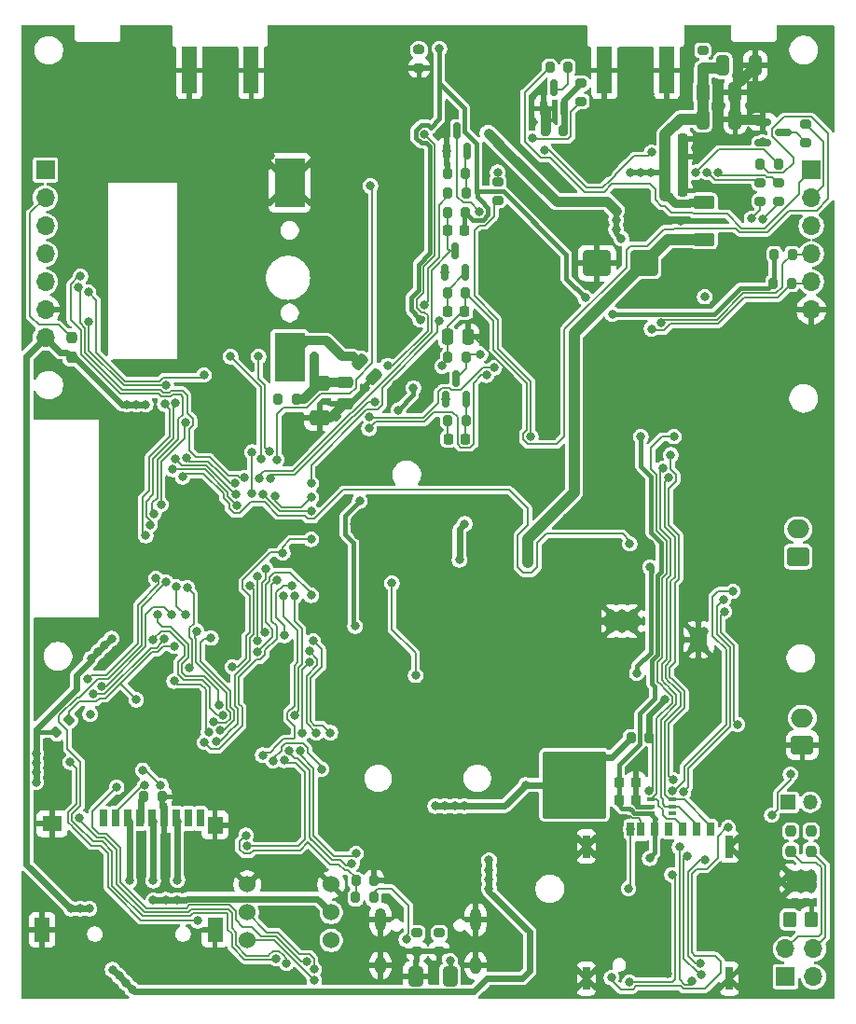
<source format=gbr>
G04 #@! TF.GenerationSoftware,KiCad,Pcbnew,9.0.2*
G04 #@! TF.CreationDate,2025-10-13T16:39:08+05:30*
G04 #@! TF.ProjectId,V12A_LH,56313241-5f4c-4482-9e6b-696361645f70,rev?*
G04 #@! TF.SameCoordinates,Original*
G04 #@! TF.FileFunction,Copper,L2,Bot*
G04 #@! TF.FilePolarity,Positive*
%FSLAX46Y46*%
G04 Gerber Fmt 4.6, Leading zero omitted, Abs format (unit mm)*
G04 Created by KiCad (PCBNEW 9.0.2) date 2025-10-13 16:39:08*
%MOMM*%
%LPD*%
G01*
G04 APERTURE LIST*
G04 Aperture macros list*
%AMRoundRect*
0 Rectangle with rounded corners*
0 $1 Rounding radius*
0 $2 $3 $4 $5 $6 $7 $8 $9 X,Y pos of 4 corners*
0 Add a 4 corners polygon primitive as box body*
4,1,4,$2,$3,$4,$5,$6,$7,$8,$9,$2,$3,0*
0 Add four circle primitives for the rounded corners*
1,1,$1+$1,$2,$3*
1,1,$1+$1,$4,$5*
1,1,$1+$1,$6,$7*
1,1,$1+$1,$8,$9*
0 Add four rect primitives between the rounded corners*
20,1,$1+$1,$2,$3,$4,$5,0*
20,1,$1+$1,$4,$5,$6,$7,0*
20,1,$1+$1,$6,$7,$8,$9,0*
20,1,$1+$1,$8,$9,$2,$3,0*%
G04 Aperture macros list end*
G04 #@! TA.AperFunction,ComponentPad*
%ADD10R,1.700000X1.700000*%
G04 #@! TD*
G04 #@! TA.AperFunction,ComponentPad*
%ADD11O,1.700000X1.700000*%
G04 #@! TD*
G04 #@! TA.AperFunction,HeatsinkPad*
%ADD12C,0.800000*%
G04 #@! TD*
G04 #@! TA.AperFunction,HeatsinkPad*
%ADD13R,2.500000X1.900000*%
G04 #@! TD*
G04 #@! TA.AperFunction,SMDPad,CuDef*
%ADD14R,1.350000X4.200000*%
G04 #@! TD*
G04 #@! TA.AperFunction,ComponentPad*
%ADD15C,1.524000*%
G04 #@! TD*
G04 #@! TA.AperFunction,HeatsinkPad*
%ADD16R,2.500000X1.800000*%
G04 #@! TD*
G04 #@! TA.AperFunction,ComponentPad*
%ADD17C,0.800000*%
G04 #@! TD*
G04 #@! TA.AperFunction,SMDPad,CuDef*
%ADD18RoundRect,0.222222X-0.577778X0.877778X-0.577778X-0.877778X0.577778X-0.877778X0.577778X0.877778X0*%
G04 #@! TD*
G04 #@! TA.AperFunction,ComponentPad*
%ADD19O,1.000000X2.100000*%
G04 #@! TD*
G04 #@! TA.AperFunction,ComponentPad*
%ADD20O,1.000000X1.600000*%
G04 #@! TD*
G04 #@! TA.AperFunction,ComponentPad*
%ADD21R,1.350000X1.350000*%
G04 #@! TD*
G04 #@! TA.AperFunction,ComponentPad*
%ADD22O,1.350000X1.350000*%
G04 #@! TD*
G04 #@! TA.AperFunction,HeatsinkPad*
%ADD23RoundRect,0.250000X-2.650000X-2.800000X2.650000X-2.800000X2.650000X2.800000X-2.650000X2.800000X0*%
G04 #@! TD*
G04 #@! TA.AperFunction,SMDPad,CuDef*
%ADD24RoundRect,0.200000X-0.200000X-0.275000X0.200000X-0.275000X0.200000X0.275000X-0.200000X0.275000X0*%
G04 #@! TD*
G04 #@! TA.AperFunction,SMDPad,CuDef*
%ADD25RoundRect,0.200000X0.275000X-0.200000X0.275000X0.200000X-0.275000X0.200000X-0.275000X-0.200000X0*%
G04 #@! TD*
G04 #@! TA.AperFunction,SMDPad,CuDef*
%ADD26RoundRect,0.225000X-0.225000X-0.250000X0.225000X-0.250000X0.225000X0.250000X-0.225000X0.250000X0*%
G04 #@! TD*
G04 #@! TA.AperFunction,SMDPad,CuDef*
%ADD27RoundRect,0.250000X-0.512652X-0.159099X-0.159099X-0.512652X0.512652X0.159099X0.159099X0.512652X0*%
G04 #@! TD*
G04 #@! TA.AperFunction,SMDPad,CuDef*
%ADD28RoundRect,0.250000X-0.325000X-0.650000X0.325000X-0.650000X0.325000X0.650000X-0.325000X0.650000X0*%
G04 #@! TD*
G04 #@! TA.AperFunction,SMDPad,CuDef*
%ADD29RoundRect,0.250000X0.700000X-0.362500X0.700000X0.362500X-0.700000X0.362500X-0.700000X-0.362500X0*%
G04 #@! TD*
G04 #@! TA.AperFunction,SMDPad,CuDef*
%ADD30RoundRect,0.200000X0.200000X0.275000X-0.200000X0.275000X-0.200000X-0.275000X0.200000X-0.275000X0*%
G04 #@! TD*
G04 #@! TA.AperFunction,SMDPad,CuDef*
%ADD31RoundRect,0.200000X-0.275000X0.200000X-0.275000X-0.200000X0.275000X-0.200000X0.275000X0.200000X0*%
G04 #@! TD*
G04 #@! TA.AperFunction,SMDPad,CuDef*
%ADD32RoundRect,0.200000X0.053033X-0.335876X0.335876X-0.053033X-0.053033X0.335876X-0.335876X0.053033X0*%
G04 #@! TD*
G04 #@! TA.AperFunction,SMDPad,CuDef*
%ADD33RoundRect,0.237500X0.237500X-0.250000X0.237500X0.250000X-0.237500X0.250000X-0.237500X-0.250000X0*%
G04 #@! TD*
G04 #@! TA.AperFunction,SMDPad,CuDef*
%ADD34RoundRect,0.150000X0.150000X-0.587500X0.150000X0.587500X-0.150000X0.587500X-0.150000X-0.587500X0*%
G04 #@! TD*
G04 #@! TA.AperFunction,SMDPad,CuDef*
%ADD35RoundRect,0.225000X0.225000X0.250000X-0.225000X0.250000X-0.225000X-0.250000X0.225000X-0.250000X0*%
G04 #@! TD*
G04 #@! TA.AperFunction,SMDPad,CuDef*
%ADD36RoundRect,0.237500X-0.237500X0.250000X-0.237500X-0.250000X0.237500X-0.250000X0.237500X0.250000X0*%
G04 #@! TD*
G04 #@! TA.AperFunction,SMDPad,CuDef*
%ADD37RoundRect,0.150000X-0.587500X-0.150000X0.587500X-0.150000X0.587500X0.150000X-0.587500X0.150000X0*%
G04 #@! TD*
G04 #@! TA.AperFunction,SMDPad,CuDef*
%ADD38RoundRect,0.250000X-0.650000X0.412500X-0.650000X-0.412500X0.650000X-0.412500X0.650000X0.412500X0*%
G04 #@! TD*
G04 #@! TA.AperFunction,SMDPad,CuDef*
%ADD39R,2.800000X4.400000*%
G04 #@! TD*
G04 #@! TA.AperFunction,ConnectorPad*
%ADD40R,0.650000X1.230000*%
G04 #@! TD*
G04 #@! TA.AperFunction,ConnectorPad*
%ADD41R,0.700000X2.100000*%
G04 #@! TD*
G04 #@! TA.AperFunction,ConnectorPad*
%ADD42R,0.700000X2.000000*%
G04 #@! TD*
G04 #@! TA.AperFunction,SMDPad,CuDef*
%ADD43R,0.800000X0.350000*%
G04 #@! TD*
G04 #@! TA.AperFunction,SMDPad,CuDef*
%ADD44RoundRect,0.250000X0.412500X0.650000X-0.412500X0.650000X-0.412500X-0.650000X0.412500X-0.650000X0*%
G04 #@! TD*
G04 #@! TA.AperFunction,ComponentPad*
%ADD45RoundRect,0.250000X0.750000X-0.600000X0.750000X0.600000X-0.750000X0.600000X-0.750000X-0.600000X0*%
G04 #@! TD*
G04 #@! TA.AperFunction,ComponentPad*
%ADD46O,2.000000X1.700000*%
G04 #@! TD*
G04 #@! TA.AperFunction,SMDPad,CuDef*
%ADD47RoundRect,0.250000X0.350000X0.450000X-0.350000X0.450000X-0.350000X-0.450000X0.350000X-0.450000X0*%
G04 #@! TD*
G04 #@! TA.AperFunction,SMDPad,CuDef*
%ADD48RoundRect,0.250000X-1.000000X-0.900000X1.000000X-0.900000X1.000000X0.900000X-1.000000X0.900000X0*%
G04 #@! TD*
G04 #@! TA.AperFunction,SMDPad,CuDef*
%ADD49R,0.700000X1.600000*%
G04 #@! TD*
G04 #@! TA.AperFunction,SMDPad,CuDef*
%ADD50R,1.400000X1.600000*%
G04 #@! TD*
G04 #@! TA.AperFunction,SMDPad,CuDef*
%ADD51R,1.400000X2.200000*%
G04 #@! TD*
G04 #@! TA.AperFunction,SMDPad,CuDef*
%ADD52R,1.800000X1.400000*%
G04 #@! TD*
G04 #@! TA.AperFunction,SMDPad,CuDef*
%ADD53RoundRect,0.250000X-0.250000X-0.475000X0.250000X-0.475000X0.250000X0.475000X-0.250000X0.475000X0*%
G04 #@! TD*
G04 #@! TA.AperFunction,SMDPad,CuDef*
%ADD54RoundRect,0.250000X-0.475000X0.250000X-0.475000X-0.250000X0.475000X-0.250000X0.475000X0.250000X0*%
G04 #@! TD*
G04 #@! TA.AperFunction,ViaPad*
%ADD55C,0.800000*%
G04 #@! TD*
G04 #@! TA.AperFunction,Conductor*
%ADD56C,0.177800*%
G04 #@! TD*
G04 #@! TA.AperFunction,Conductor*
%ADD57C,0.200000*%
G04 #@! TD*
G04 #@! TA.AperFunction,Conductor*
%ADD58C,0.609600*%
G04 #@! TD*
G04 #@! TA.AperFunction,Conductor*
%ADD59C,0.406400*%
G04 #@! TD*
G04 #@! TA.AperFunction,Conductor*
%ADD60C,0.950000*%
G04 #@! TD*
G04 #@! TA.AperFunction,Conductor*
%ADD61C,0.812800*%
G04 #@! TD*
G04 #@! TA.AperFunction,Conductor*
%ADD62C,0.152400*%
G04 #@! TD*
G04 #@! TA.AperFunction,Conductor*
%ADD63C,1.000000*%
G04 #@! TD*
G04 #@! TA.AperFunction,Conductor*
%ADD64C,0.508000*%
G04 #@! TD*
G04 #@! TA.AperFunction,Conductor*
%ADD65C,0.800000*%
G04 #@! TD*
G04 #@! TA.AperFunction,Conductor*
%ADD66C,0.203200*%
G04 #@! TD*
G04 APERTURE END LIST*
D10*
G04 #@! TO.P,J11,1,Pin_1*
G04 #@! TO.N,LED_STAT*
X73050000Y75540000D03*
D11*
G04 #@! TO.P,J11,2,Pin_2*
G04 #@! TO.N,LED_NET*
X73050000Y73000000D03*
G04 #@! TO.P,J11,3,Pin_3*
G04 #@! TO.N,LED1*
X73050000Y70460000D03*
G04 #@! TO.P,J11,4,Pin_4*
G04 #@! TO.N,1SCL*
X73050000Y67920000D03*
G04 #@! TO.P,J11,5,Pin_5*
G04 #@! TO.N,1SDA*
X73050000Y65380000D03*
G04 #@! TO.P,J11,6,Pin_6*
G04 #@! TO.N,GND*
X73050000Y62840000D03*
G04 #@! TD*
D12*
G04 #@! TO.P,U1,9,EP*
G04 #@! TO.N,GND*
X71075800Y10258600D03*
X72075800Y10258600D03*
X73075800Y10258600D03*
D13*
X72075800Y10958600D03*
D12*
X71075800Y11658600D03*
X72075800Y11658600D03*
X73075800Y11658600D03*
G04 #@! TD*
D14*
G04 #@! TO.P,J8,2,Ext*
G04 #@! TO.N,GND*
X22200000Y84575000D03*
X16550000Y84575000D03*
G04 #@! TD*
D15*
G04 #@! TO.P,U9,1,3V*
G04 #@! TO.N,+3.3VA*
X29460000Y8130000D03*
G04 #@! TO.P,U9,2,GND*
G04 #@! TO.N,GND*
X29460000Y10670000D03*
G04 #@! TO.P,U9,3,BCLK*
G04 #@! TO.N,BLK{slash}SCK*
X21840000Y5590000D03*
G04 #@! TO.P,U9,4,DOUT*
G04 #@! TO.N,DOUT*
X29460000Y5590000D03*
G04 #@! TO.P,U9,5,LRCLK*
G04 #@! TO.N,LRCLK{slash}WS*
X21840000Y8130000D03*
G04 #@! TO.P,U9,6,SEL*
G04 #@! TO.N,GND*
X21840000Y10670000D03*
G04 #@! TD*
D12*
G04 #@! TO.P,U7,9,EP*
G04 #@! TO.N,GND*
X56871800Y35233600D03*
X55871800Y35233600D03*
X54871800Y35233600D03*
D16*
X55871800Y34583600D03*
D12*
X56871800Y33933600D03*
X55871800Y33933600D03*
X54871800Y33933600D03*
G04 #@! TD*
D10*
G04 #@! TO.P,J9,1,Pin_1*
G04 #@! TO.N,CS_TFT*
X3500000Y75540000D03*
D11*
G04 #@! TO.P,J9,2,Pin_2*
G04 #@! TO.N,Net-(J9-Pin_2)*
X3500000Y73000000D03*
G04 #@! TO.P,J9,3,Pin_3*
G04 #@! TO.N,IO39*
X3500000Y70460000D03*
G04 #@! TO.P,J9,4,Pin_4*
G04 #@! TO.N,MOSI*
X3500000Y67920000D03*
G04 #@! TO.P,J9,5,Pin_5*
G04 #@! TO.N,SPI_CLK*
X3500000Y65380000D03*
G04 #@! TO.P,J9,6,Pin_6*
G04 #@! TO.N,GND*
X3500000Y62840000D03*
G04 #@! TO.P,J9,7,Pin_7*
G04 #@! TO.N,+3.3VA*
X3500000Y60300000D03*
G04 #@! TD*
D10*
G04 #@! TO.P,J7,1,Pin_1*
G04 #@! TO.N,VBUS*
X70713600Y2286000D03*
D11*
G04 #@! TO.P,J7,2,Pin_2*
G04 #@! TO.N,Net-(J7-Pin_2)*
X70713600Y4826000D03*
G04 #@! TO.P,J7,3,Pin_3*
G04 #@! TO.N,VBUS*
X73253600Y2286000D03*
G04 #@! TO.P,J7,4,Pin_4*
G04 #@! TO.N,Net-(J7-Pin_4)*
X73253600Y4826000D03*
G04 #@! TD*
D17*
G04 #@! TO.P,D12,2,A*
G04 #@! TO.N,GND*
X63322200Y33655000D03*
X62306200Y33655000D03*
X62814200Y32893000D03*
D18*
X62814200Y32893000D03*
D17*
X63322200Y32131000D03*
X62306200Y32131000D03*
G04 #@! TD*
D14*
G04 #@! TO.P,J3,2,Ext*
G04 #@! TO.N,GND*
X59925000Y84575000D03*
X54275000Y84575000D03*
G04 #@! TD*
D19*
G04 #@! TO.P,J5,S1,SHIELD*
G04 #@! TO.N,GND*
X33930000Y7500000D03*
D20*
X33930000Y3320000D03*
D19*
X42570000Y7500000D03*
D20*
X42570000Y3320000D03*
G04 #@! TD*
D21*
G04 #@! TO.P,J4,1,Pin_1*
G04 #@! TO.N,Net-(J4-Pin_1)*
X70958200Y18135600D03*
D22*
G04 #@! TO.P,J4,2,Pin_2*
G04 #@! TO.N,B+*
X72958200Y18135600D03*
G04 #@! TD*
D23*
G04 #@! TO.P,U2,2,VO*
G04 #@! TO.N,+3.3V*
X51536600Y19710400D03*
D12*
X52933600Y22250400D03*
X52933600Y20726400D03*
D17*
X52933600Y19710400D03*
D12*
X52933600Y18694400D03*
X52933600Y17170400D03*
X53441600Y21488400D03*
D17*
X53441600Y17932400D03*
D12*
X53949600Y22250400D03*
D17*
X53949600Y20726400D03*
X53949600Y19710400D03*
X53949600Y18694400D03*
D12*
X53949600Y17170400D03*
G04 #@! TD*
D24*
G04 #@! TO.P,R4,1*
G04 #@! TO.N,PWRKEY_M*
X40060000Y73458100D03*
G04 #@! TO.P,R4,2*
G04 #@! TO.N,Net-(Q3-B)*
X41710000Y73458100D03*
G04 #@! TD*
D25*
G04 #@! TO.P,R15,1*
G04 #@! TO.N,UART3_TXD*
X68425400Y72697200D03*
G04 #@! TO.P,R15,2*
G04 #@! TO.N,GNSS_RXD*
X68425400Y74347200D03*
G04 #@! TD*
D26*
G04 #@! TO.P,C7,1*
G04 #@! TO.N,VBAT*
X59781500Y75199900D03*
G04 #@! TO.P,C7,2*
G04 #@! TO.N,GND*
X61331500Y75199900D03*
G04 #@! TD*
G04 #@! TO.P,C4,1*
G04 #@! TO.N,USIM_VDD*
X55587600Y18338800D03*
G04 #@! TO.P,C4,2*
G04 #@! TO.N,GND*
X57137600Y18338800D03*
G04 #@! TD*
D24*
G04 #@! TO.P,R39,1*
G04 #@! TO.N,+3.3V*
X56680600Y23977600D03*
G04 #@! TO.P,R39,2*
G04 #@! TO.N,BUTTON1*
X58330600Y23977600D03*
G04 #@! TD*
D27*
G04 #@! TO.P,C35,1*
G04 #@! TO.N,Net-(BT1-+)*
X32032098Y58112502D03*
G04 #@! TO.P,C35,2*
G04 #@! TO.N,GND*
X33375600Y56769000D03*
G04 #@! TD*
D28*
G04 #@! TO.P,C10,1*
G04 #@! TO.N,VBAT*
X63191900Y82579600D03*
G04 #@! TO.P,C10,2*
G04 #@! TO.N,GND*
X66141900Y82579600D03*
G04 #@! TD*
D29*
G04 #@! TO.P,FB1,1*
G04 #@! TO.N,VBAT_GSM*
X63322200Y69240400D03*
G04 #@! TO.P,FB1,2*
G04 #@! TO.N,VBAT*
X63322200Y72565400D03*
G04 #@! TD*
D30*
G04 #@! TO.P,R24,1*
G04 #@! TO.N,VBUS*
X33311600Y9474200D03*
G04 #@! TO.P,R24,2*
G04 #@! TO.N,USB_PRES*
X31661600Y9474200D03*
G04 #@! TD*
D31*
G04 #@! TO.P,R17,1*
G04 #@! TO.N,LED_NET*
X72570000Y79680000D03*
G04 #@! TO.P,R17,2*
G04 #@! TO.N,Net-(Q5-C)*
X72570000Y78030000D03*
G04 #@! TD*
D24*
G04 #@! TO.P,R10,1*
G04 #@! TO.N,LED_STAT*
X49305300Y84838300D03*
G04 #@! TO.P,R10,2*
G04 #@! TO.N,Net-(Q4-C)*
X50955300Y84838300D03*
G04 #@! TD*
D30*
G04 #@! TO.P,R9,1*
G04 #@! TO.N,+3.3V*
X41633800Y71694700D03*
G04 #@! TO.P,R9,2*
G04 #@! TO.N,MCU_RXD*
X39983800Y71694700D03*
G04 #@! TD*
D28*
G04 #@! TO.P,C11,1*
G04 #@! TO.N,VBAT*
X63191900Y80154600D03*
G04 #@! TO.P,C11,2*
G04 #@! TO.N,GND*
X66141900Y80154600D03*
G04 #@! TD*
D32*
G04 #@! TO.P,R28,1*
G04 #@! TO.N,+3.3V*
X4495800Y24460200D03*
G04 #@! TO.P,R28,2*
G04 #@! TO.N,BUTTON2*
X5662526Y25626926D03*
G04 #@! TD*
D25*
G04 #@! TO.P,R6,1*
G04 #@! TO.N,STATUS_OUT*
X52146200Y81750400D03*
G04 #@! TO.P,R6,2*
G04 #@! TO.N,Net-(Q4-B)*
X52146200Y83400400D03*
G04 #@! TD*
D33*
G04 #@! TO.P,R26,1*
G04 #@! TO.N,Net-(J7-Pin_4)*
X73025000Y13692500D03*
G04 #@! TO.P,R26,2*
G04 #@! TO.N,Net-(U1-~{STDBY})*
X73025000Y15517500D03*
G04 #@! TD*
D31*
G04 #@! TO.P,R23,1*
G04 #@! TO.N,U1A5*
X37236400Y6273800D03*
G04 #@! TO.P,R23,2*
G04 #@! TO.N,GND*
X37236400Y4623800D03*
G04 #@! TD*
D26*
G04 #@! TO.P,C6,1*
G04 #@! TO.N,VBAT*
X59781500Y76774700D03*
G04 #@! TO.P,C6,2*
G04 #@! TO.N,GND*
X61331500Y76774700D03*
G04 #@! TD*
G04 #@! TO.P,C2,1*
G04 #@! TO.N,USIM_VDD*
X55562200Y19964400D03*
G04 #@! TO.P,C2,2*
G04 #@! TO.N,GND*
X57112200Y19964400D03*
G04 #@! TD*
D34*
G04 #@! TO.P,Q4,1,B*
G04 #@! TO.N,Net-(Q4-B)*
X50632400Y81104500D03*
G04 #@! TO.P,Q4,2,E*
G04 #@! TO.N,GND*
X48732400Y81104500D03*
G04 #@! TO.P,Q4,3,C*
G04 #@! TO.N,Net-(Q4-C)*
X49682400Y82979500D03*
G04 #@! TD*
G04 #@! TO.P,Q2,1,B*
G04 #@! TO.N,Net-(Q2-B)*
X41745300Y54706700D03*
G04 #@! TO.P,Q2,2,E*
G04 #@! TO.N,MCU_TXD*
X39845300Y54706700D03*
G04 #@! TO.P,Q2,3,C*
G04 #@! TO.N,GSM_RXD*
X40795300Y56581700D03*
G04 #@! TD*
D35*
G04 #@! TO.P,C1,1*
G04 #@! TO.N,VDD_1V8*
X41583800Y62728500D03*
G04 #@! TO.P,C1,2*
G04 #@! TO.N,Net-(Q1-B)*
X40033800Y62728500D03*
G04 #@! TD*
D24*
G04 #@! TO.P,R1,1*
G04 #@! TO.N,VDD_1V8*
X40057800Y58506200D03*
G04 #@! TO.P,R1,2*
G04 #@! TO.N,GSM_RXD*
X41707800Y58506200D03*
G04 #@! TD*
D36*
G04 #@! TO.P,R55,1*
G04 #@! TO.N,Net-(J9-Pin_2)*
X5867400Y60346600D03*
G04 #@! TO.P,R55,2*
G04 #@! TO.N,+3.3VA*
X5867400Y58521600D03*
G04 #@! TD*
D26*
G04 #@! TO.P,C9,1*
G04 #@! TO.N,VBAT*
X59781500Y78349500D03*
G04 #@! TO.P,C9,2*
G04 #@! TO.N,GND*
X61331500Y78349500D03*
G04 #@! TD*
D24*
G04 #@! TO.P,R50,1*
G04 #@! TO.N,+3.3VA*
X24625800Y54711600D03*
G04 #@! TO.P,R50,2*
G04 #@! TO.N,Net-(U6-VCC)*
X26275800Y54711600D03*
G04 #@! TD*
D28*
G04 #@! TO.P,C49,1*
G04 #@! TO.N,VBAT*
X65020400Y85013800D03*
G04 #@! TO.P,C49,2*
G04 #@! TO.N,GND*
X67970400Y85013800D03*
G04 #@! TD*
D37*
G04 #@! TO.P,Q5,1,B*
G04 #@! TO.N,Net-(Q5-B)*
X68627500Y77985000D03*
G04 #@! TO.P,Q5,2,E*
G04 #@! TO.N,GND*
X68627500Y79885000D03*
G04 #@! TO.P,Q5,3,C*
G04 #@! TO.N,Net-(Q5-C)*
X70502500Y78935000D03*
G04 #@! TD*
D34*
G04 #@! TO.P,Q3,1,B*
G04 #@! TO.N,Net-(Q3-B)*
X41824800Y77231900D03*
G04 #@! TO.P,Q3,2,E*
G04 #@! TO.N,GND*
X39924800Y77231900D03*
G04 #@! TO.P,Q3,3,C*
G04 #@! TO.N,PWRKEY*
X40874800Y79106900D03*
G04 #@! TD*
D35*
G04 #@! TO.P,C3,1*
G04 #@! TO.N,Net-(Q2-B)*
X41657800Y51110200D03*
G04 #@! TO.P,C3,2*
G04 #@! TO.N,VDD_1V8*
X40107800Y51110200D03*
G04 #@! TD*
D24*
G04 #@! TO.P,R25,1*
G04 #@! TO.N,USB_PRES*
X31687000Y11023600D03*
G04 #@! TO.P,R25,2*
G04 #@! TO.N,GND*
X33337000Y11023600D03*
G04 #@! TD*
D38*
G04 #@! TO.P,C37,1*
G04 #@! TO.N,Net-(U6-VCC)*
X28397200Y56147100D03*
G04 #@! TO.P,C37,2*
G04 #@! TO.N,GND*
X28397200Y53022100D03*
G04 #@! TD*
D39*
G04 #@! TO.P,BT1,1,+*
G04 #@! TO.N,Net-(BT1-+)*
X25679400Y58535200D03*
G04 #@! TO.P,BT1,2,-*
G04 #@! TO.N,GND*
X25679400Y74385200D03*
G04 #@! TD*
D25*
G04 #@! TO.P,R29,1*
G04 #@! TO.N,GND*
X37439600Y84798400D03*
G04 #@! TO.P,R29,2*
G04 #@! TO.N,Net-(D7-K)*
X37439600Y86448400D03*
G04 #@! TD*
D33*
G04 #@! TO.P,R27,1*
G04 #@! TO.N,Net-(J7-Pin_2)*
X71196200Y13692500D03*
G04 #@! TO.P,R27,2*
G04 #@! TO.N,Net-(U1-~{CHRG})*
X71196200Y15517500D03*
G04 #@! TD*
D31*
G04 #@! TO.P,R22,1*
G04 #@! TO.N,U1B5*
X39268400Y6272800D03*
G04 #@! TO.P,R22,2*
G04 #@! TO.N,GND*
X39268400Y4622800D03*
G04 #@! TD*
D30*
G04 #@! TO.P,R8,1*
G04 #@! TO.N,Net-(Q3-B)*
X41661000Y75218700D03*
G04 #@! TO.P,R8,2*
G04 #@! TO.N,GND*
X40011000Y75218700D03*
G04 #@! TD*
D40*
G04 #@! TO.P,J1,1,VCC*
G04 #@! TO.N,USIM_VDD*
X58859600Y15693000D03*
G04 #@! TO.P,J1,2,RST*
G04 #@! TO.N,USIM_RST*
X61399600Y15693000D03*
G04 #@! TO.P,J1,3,CLK*
G04 #@! TO.N,USIM_CLK*
X63939600Y15693000D03*
D41*
G04 #@! TO.P,J1,5,GND*
G04 #@! TO.N,GND*
X65609600Y2128000D03*
D42*
X65609600Y14128000D03*
D40*
X57589600Y15693000D03*
D41*
X52619600Y2128000D03*
X52619600Y14128000D03*
D40*
G04 #@! TO.P,J1,6,VPP*
G04 #@! TO.N,unconnected-(J1-VPP-Pad6)*
X60129600Y15693000D03*
G04 #@! TO.P,J1,7,I/O*
G04 #@! TO.N,USIM_DATA*
X62669600Y15693000D03*
G04 #@! TO.P,J1,8,CD-PIN*
G04 #@! TO.N,CD-PIN*
X56639600Y15697200D03*
G04 #@! TD*
D43*
G04 #@! TO.P,D1,1*
G04 #@! TO.N,USIM_VDD*
X58519000Y17114000D03*
G04 #@! TO.P,D1,2*
G04 #@! TO.N,GND*
X58519000Y17764000D03*
G04 #@! TO.P,D1,3*
G04 #@! TO.N,USIM_RST*
X58519000Y18414000D03*
G04 #@! TO.P,D1,4*
G04 #@! TO.N,USIM_CLK*
X60419000Y18414000D03*
G04 #@! TO.P,D1,5*
G04 #@! TO.N,USIM_DATA*
X60419000Y17764000D03*
G04 #@! TO.P,D1,6*
G04 #@! TO.N,unconnected-(D1-Pad6)*
X60419000Y17114000D03*
G04 #@! TD*
D26*
G04 #@! TO.P,C8,1*
G04 #@! TO.N,VBAT*
X59781500Y73650500D03*
G04 #@! TO.P,C8,2*
G04 #@! TO.N,GND*
X61331500Y73650500D03*
G04 #@! TD*
D44*
G04 #@! TO.P,C19,1*
G04 #@! TO.N,VBUS*
X40246700Y2336800D03*
G04 #@! TO.P,C19,2*
G04 #@! TO.N,GND*
X37121700Y2336800D03*
G04 #@! TD*
D24*
G04 #@! TO.P,R13,1*
G04 #@! TO.N,VDD_1V8*
X68400000Y76050000D03*
G04 #@! TO.P,R13,2*
G04 #@! TO.N,1V8_GNSS*
X70050000Y76050000D03*
G04 #@! TD*
G04 #@! TO.P,R38,1*
G04 #@! TO.N,+3.3V*
X69583800Y65227200D03*
G04 #@! TO.P,R38,2*
G04 #@! TO.N,1SDA*
X71233800Y65227200D03*
G04 #@! TD*
D25*
G04 #@! TO.P,R16,1*
G04 #@! TO.N,MK_IN_3*
X44575000Y72775000D03*
G04 #@! TO.P,R16,2*
G04 #@! TO.N,GNSS_PWRCTL*
X44575000Y74425000D03*
G04 #@! TD*
D24*
G04 #@! TO.P,R5,1*
G04 #@! TO.N,VDD_1V8*
X40057800Y52782200D03*
G04 #@! TO.P,R5,2*
G04 #@! TO.N,Net-(Q2-B)*
X41707800Y52782200D03*
G04 #@! TD*
D25*
G04 #@! TO.P,R14,1*
G04 #@! TO.N,UART3_RXD*
X70076400Y72697200D03*
G04 #@! TO.P,R14,2*
G04 #@! TO.N,GNSS_TXD*
X70076400Y74347200D03*
G04 #@! TD*
G04 #@! TO.P,R18,1*
G04 #@! TO.N,VBAT*
X63205000Y84750000D03*
G04 #@! TO.P,R18,2*
G04 #@! TO.N,VBAT_L*
X63205000Y86400000D03*
G04 #@! TD*
D45*
G04 #@! TO.P,J6,1,Pin_1*
G04 #@! TO.N,GND*
X72237600Y23291800D03*
D46*
G04 #@! TO.P,J6,2,Pin_2*
G04 #@! TO.N,Net-(J4-Pin_1)*
X72237600Y25791800D03*
G04 #@! TD*
D47*
G04 #@! TO.P,R19,1*
G04 #@! TO.N,GND*
X73085200Y7467600D03*
G04 #@! TO.P,R19,2*
G04 #@! TO.N,Net-(U1-PROG)*
X71085200Y7467600D03*
G04 #@! TD*
D24*
G04 #@! TO.P,R41,1*
G04 #@! TO.N,+3.3V*
X69685400Y67868800D03*
G04 #@! TO.P,R41,2*
G04 #@! TO.N,1SCL*
X71335400Y67868800D03*
G04 #@! TD*
D45*
G04 #@! TO.P,J12,1,Pin_1*
G04 #@! TO.N,VO+*
X71856600Y40426000D03*
D46*
G04 #@! TO.P,J12,2,Pin_2*
G04 #@! TO.N,VO-*
X71856600Y42926000D03*
G04 #@! TD*
D30*
G04 #@! TO.P,R7,1*
G04 #@! TO.N,Net-(Q4-B)*
X50558200Y79070200D03*
G04 #@! TO.P,R7,2*
G04 #@! TO.N,GND*
X48908200Y79070200D03*
G04 #@! TD*
D48*
G04 #@! TO.P,D4,1,A1*
G04 #@! TO.N,GND*
X53586600Y67081400D03*
G04 #@! TO.P,D4,2,A2*
G04 #@! TO.N,VBAT_GSM*
X57886600Y67081400D03*
G04 #@! TD*
D49*
G04 #@! TO.P,P1,1,DAT2*
G04 #@! TO.N,unconnected-(P1-DAT2-Pad1)*
X8802000Y16672200D03*
G04 #@! TO.P,P1,2,DAT3*
G04 #@! TO.N,CS1*
X9902000Y16672200D03*
G04 #@! TO.P,P1,3,CMD*
G04 #@! TO.N,MOSI*
X11002000Y16672200D03*
G04 #@! TO.P,P1,4,VDD*
G04 #@! TO.N,+3.3VA*
X12102000Y16672200D03*
G04 #@! TO.P,P1,5,CLK*
G04 #@! TO.N,SPI_CLK*
X13202000Y16672200D03*
G04 #@! TO.P,P1,6,VSS*
G04 #@! TO.N,GND*
X14302000Y16672200D03*
G04 #@! TO.P,P1,7,DAT0*
G04 #@! TO.N,MISO*
X15402000Y16672200D03*
G04 #@! TO.P,P1,8,DAT1*
G04 #@! TO.N,unconnected-(P1-DAT1-Pad8)*
X16502000Y16672200D03*
G04 #@! TO.P,P1,9,CD*
G04 #@! TO.N,unconnected-(P1-CD-Pad9)*
X17602000Y16672200D03*
D50*
G04 #@! TO.P,P1,G1,GND*
G04 #@! TO.N,GND*
X18902000Y16072200D03*
D51*
G04 #@! TO.P,P1,G2,GND*
X18902000Y6572200D03*
G04 #@! TO.P,P1,G3,GND*
X3202000Y6572200D03*
D52*
G04 #@! TO.P,P1,G4,GND*
X4102000Y16172200D03*
G04 #@! TD*
D53*
G04 #@! TO.P,C12,1*
G04 #@! TO.N,VDD_1V8*
X39997700Y60368600D03*
G04 #@! TO.P,C12,2*
G04 #@! TO.N,GND*
X41897700Y60368600D03*
G04 #@! TD*
D24*
G04 #@! TO.P,C30,1*
G04 #@! TO.N,+3.3VA*
X12459200Y18618200D03*
G04 #@! TO.P,C30,2*
G04 #@! TO.N,GND*
X14109200Y18618200D03*
G04 #@! TD*
D54*
G04 #@! TO.P,C36,1*
G04 #@! TO.N,Net-(U6-VCC)*
X30683200Y56220400D03*
G04 #@! TO.P,C36,2*
G04 #@! TO.N,GND*
X30683200Y54320400D03*
G04 #@! TD*
D30*
G04 #@! TO.P,R2,1*
G04 #@! TO.N,VDD_1V8*
X41633800Y64375100D03*
G04 #@! TO.P,R2,2*
G04 #@! TO.N,Net-(Q1-B)*
X39983800Y64375100D03*
G04 #@! TD*
D34*
G04 #@! TO.P,Q1,1,B*
G04 #@! TO.N,Net-(Q1-B)*
X41671300Y66274100D03*
G04 #@! TO.P,Q1,2,E*
G04 #@! TO.N,GSM_TXD*
X39771300Y66274100D03*
G04 #@! TO.P,Q1,3,C*
G04 #@! TO.N,MCU_RXD*
X40721300Y68149100D03*
G04 #@! TD*
D35*
G04 #@! TO.P,C5,1*
G04 #@! TO.N,+3.3V*
X41583800Y70048200D03*
G04 #@! TO.P,C5,2*
G04 #@! TO.N,MCU_RXD*
X40033800Y70048200D03*
G04 #@! TD*
D55*
G04 #@! TO.N,RESET*
X19583400Y26009600D03*
X24182819Y21893222D03*
X13296400Y32842200D03*
X28554300Y21132800D03*
G04 #@! TO.N,U1A5*
X37236400Y6273800D03*
G04 #@! TO.N,U1B5*
X39268400Y6272800D03*
G04 #@! TO.N,RXD0*
X20709695Y47103922D03*
X23484191Y39359191D03*
X23463200Y33567055D03*
X16289643Y49396600D03*
X29379000Y24446000D03*
X27834326Y32770446D03*
G04 #@! TO.N,TXD0*
X20828000Y46075600D03*
X15265400Y49326800D03*
X22783800Y38658800D03*
X22783800Y32766000D03*
X27469829Y31849448D03*
X28109000Y24446000D03*
G04 #@! TO.N,IO0*
X25171932Y21945658D03*
X26159600Y26001324D03*
X21809600Y14142600D03*
X22275800Y49936400D03*
X22251135Y46156744D03*
X26164440Y36882742D03*
G04 #@! TO.N,USB1_P*
X26624858Y22789458D03*
X31719599Y13484659D03*
G04 #@! TO.N,LED1*
X34569400Y57785000D03*
X37947600Y78790800D03*
X58547000Y77139800D03*
X48843494Y77304065D03*
G04 #@! TO.N,BUTTON1*
X58331600Y19206571D03*
X6613577Y16744323D03*
X56565800Y1812700D03*
X14950000Y35150000D03*
X8596998Y28658616D03*
X25414891Y3520091D03*
X59750000Y27450000D03*
X60411102Y11559498D03*
G04 #@! TO.N,USB1_N*
X31343600Y12568300D03*
X25597924Y22839876D03*
G04 #@! TO.N,CS_TFT*
X16220000Y35150000D03*
X13363811Y44317596D03*
X15398916Y37684027D03*
X6696524Y65866357D03*
G04 #@! TO.N,GND*
X30683200Y54320400D03*
X14109200Y18618200D03*
X16750000Y27450000D03*
X18990000Y42400000D03*
X47116600Y22010400D03*
X29171600Y17018000D03*
X33337000Y11023600D03*
X21549992Y76642592D03*
X54075956Y80398602D03*
X19202400Y79527400D03*
X58166000Y81584800D03*
X57378600Y70927600D03*
X36906200Y33502600D03*
X9870000Y35150000D03*
X18415000Y31414800D03*
X17590000Y42400000D03*
X45978600Y70927600D03*
X61178600Y67127600D03*
X57112200Y19964400D03*
X48732400Y81104500D03*
X23901400Y76809600D03*
X50903400Y43942000D03*
X16190000Y41000000D03*
X20472400Y82397600D03*
X40011000Y75218700D03*
X31932200Y42397000D03*
X21742400Y75615800D03*
X35382200Y56057800D03*
X60041802Y2581118D03*
X61178600Y55727600D03*
X49778600Y70927600D03*
X54711600Y80975200D03*
X17590000Y43800000D03*
X45978600Y59527600D03*
X17975000Y64140000D03*
X20574000Y81559400D03*
X28473400Y53022100D03*
X52578000Y77317600D03*
X31175000Y61940000D03*
X54578600Y76530200D03*
X53578600Y59527600D03*
X53657900Y24815800D03*
X57137600Y18338800D03*
X52628800Y78232000D03*
X20523200Y78384400D03*
X52511900Y33563500D03*
X7721600Y10998200D03*
X30835600Y15570200D03*
X53578600Y55727600D03*
X53734100Y14706600D03*
X23850600Y75971400D03*
X38201600Y32283400D03*
X49778600Y55727600D03*
X31175000Y64140000D03*
X45978600Y63327600D03*
X53578600Y67127600D03*
X20175000Y66340000D03*
X28975000Y68540000D03*
X30649000Y24446000D03*
X52552600Y76403200D03*
X39924800Y77231900D03*
X34086800Y40513000D03*
X58369200Y82372200D03*
X56311800Y79654400D03*
X35229800Y44526200D03*
X17975000Y66340000D03*
X55966768Y82230201D03*
X56972200Y80213200D03*
X52857777Y79117740D03*
X32603091Y55763509D03*
X46621400Y14706600D03*
X22375000Y70740000D03*
X59016090Y3726526D03*
X22375000Y68540000D03*
X66943049Y29732049D03*
X22375000Y66340000D03*
X34036000Y44704000D03*
X20175000Y68540000D03*
X67898237Y34977903D03*
X3202000Y6572200D03*
X33045400Y44704000D03*
X18990000Y43800000D03*
X54584600Y77546200D03*
X45978600Y67127600D03*
X31175000Y68540000D03*
X38928900Y38785800D03*
X54578600Y75327600D03*
X20175000Y64140000D03*
X37566600Y32893000D03*
X57378600Y63327600D03*
X18288000Y81000600D03*
X21136509Y77729796D03*
X68086049Y27827049D03*
X51536600Y34114100D03*
X18990000Y41000000D03*
X57378600Y55727600D03*
X38851400Y36452800D03*
X55712087Y79021040D03*
X6908800Y10566400D03*
X61178600Y63327600D03*
X6959600Y11531600D03*
X49778600Y63327600D03*
X45978600Y55727600D03*
X55315115Y81637761D03*
X20175000Y70740000D03*
X22375000Y61940000D03*
X18990000Y6280000D03*
X18338800Y81813400D03*
X18643600Y80213200D03*
X52578600Y75327600D03*
X59866875Y3580475D03*
X28975000Y66340000D03*
X37566600Y40436800D03*
X53441600Y79781400D03*
X22301200Y79756000D03*
X58394600Y41605200D03*
X3815000Y23383200D03*
X18990000Y15780000D03*
X17590000Y41000000D03*
X73736200Y47000200D03*
X53578600Y70927600D03*
X48933247Y79088206D03*
X28975000Y64140000D03*
X53121500Y32953900D03*
X16190000Y43800000D03*
X46545200Y24815800D03*
X16190000Y42400000D03*
X73507600Y36286400D03*
X73085200Y7467600D03*
X22375000Y64140000D03*
X20175000Y61940000D03*
X31636000Y31953200D03*
X55143400Y78359000D03*
X21717000Y80340200D03*
X32731400Y41597800D03*
X38836600Y56108600D03*
X34010600Y31684000D03*
X23926800Y77724000D03*
X61178600Y70927600D03*
X18242413Y82657039D03*
X57278800Y43967400D03*
X35878600Y42418000D03*
X28975000Y70740000D03*
X17975000Y61940000D03*
X17975000Y68540000D03*
X31175000Y66340000D03*
X31536400Y43357800D03*
X23469600Y78486000D03*
X31175000Y70740000D03*
X21158200Y80949800D03*
X22860000Y79146400D03*
X54737000Y41630600D03*
X57522668Y80902512D03*
X36195000Y34137600D03*
X17975000Y70740000D03*
X39266400Y40897800D03*
X19866340Y78982213D03*
X9870000Y52650000D03*
X61178600Y59527600D03*
X28975000Y61940000D03*
G04 #@! TO.N,GSM_RXD*
X43025613Y58812331D03*
G04 #@! TO.N,GSM_TXD*
X39771300Y66274100D03*
G04 #@! TO.N,IO39*
X7391400Y64465200D03*
X17907000Y56921400D03*
G04 #@! TO.N,+3.3VA*
X5816600Y8460100D03*
X24625800Y54711600D03*
X11760200Y54254400D03*
X12623800Y54254400D03*
X13309600Y9222100D03*
X10896600Y54254400D03*
X14427200Y9296400D03*
X7569200Y26136600D03*
X15468600Y9272900D03*
X6654800Y8460100D03*
X7518400Y8460100D03*
X12459200Y18618200D03*
G04 #@! TO.N,MOSI*
X11150600Y10998200D03*
X21563969Y47605232D03*
X12340225Y21043500D03*
X20497800Y30429200D03*
X13969602Y19683700D03*
X6499336Y64895681D03*
X27630000Y41995000D03*
X11090000Y16380000D03*
X25055066Y40755905D03*
G04 #@! TO.N,MISO*
X15490000Y16380000D03*
X24532891Y38309600D03*
X15494000Y11074400D03*
X23239312Y46088911D03*
X27630000Y44535000D03*
X17941005Y23570951D03*
G04 #@! TO.N,SPI_CLK*
X14478000Y56007000D03*
X7467600Y61772800D03*
X15189200Y29133800D03*
X16568100Y30313416D03*
X14030511Y45161200D03*
X13290000Y16380000D03*
X16408400Y37617400D03*
X13309600Y11023600D03*
X16220000Y52650000D03*
X18309405Y24509850D03*
G04 #@! TO.N,+3.3V*
X39776400Y17780000D03*
X40716200Y17780000D03*
X35560000Y53746400D03*
X47116600Y19710400D03*
X11379184Y1168400D03*
X8883450Y32416950D03*
X10185392Y2362192D03*
X7664250Y31197750D03*
X43792500Y10276823D03*
X2692400Y19964400D03*
X31627600Y34137600D03*
X37533900Y61937000D03*
X9525000Y33007700D03*
X43792500Y12877800D03*
X38887400Y17780000D03*
X43792500Y11963400D03*
X54979323Y62470277D03*
X8273850Y31807350D03*
X39291500Y86563200D03*
X32029400Y45466000D03*
X2692400Y22555200D03*
X43792500Y11125200D03*
X9601192Y2946392D03*
X2692400Y21691600D03*
X41529000Y17780000D03*
X36931600Y55753000D03*
X52519043Y63939957D03*
X2692400Y20828000D03*
X10782292Y1765292D03*
G04 #@! TO.N,VBAT*
X55333402Y71872798D03*
X44313350Y78273150D03*
X55333402Y70154800D03*
X58470800Y75327600D03*
X55803800Y69317800D03*
X57531000Y75327600D03*
X55333402Y71018400D03*
X44958000Y77628500D03*
X56591200Y75327600D03*
X43716450Y78870050D03*
G04 #@! TO.N,PWRKEY*
X42900600Y71780400D03*
G04 #@! TO.N,MCU_RXD*
X22929800Y47516544D03*
G04 #@! TO.N,Net-(Q5-B)*
X68627500Y78084000D03*
G04 #@! TO.N,MCU_TXD*
X23920303Y47516544D03*
X39845300Y54706700D03*
X33424209Y54459791D03*
G04 #@! TO.N,PWRKEY_M*
X37903200Y63296800D03*
X39262000Y61868194D03*
X27630000Y47075000D03*
G04 #@! TO.N,VDD_1V8*
X39522400Y57734200D03*
X40057800Y52782200D03*
G04 #@! TO.N,1V8_GNSS*
X62578600Y75327600D03*
X63378600Y64027600D03*
G04 #@! TO.N,UART3_RXD*
X68601469Y71032941D03*
G04 #@! TO.N,GNSS_TXD*
X64578600Y75327600D03*
G04 #@! TO.N,UART3_TXD*
X67614800Y71120000D03*
G04 #@! TO.N,GNSS_RXD*
X63578600Y75327600D03*
G04 #@! TO.N,MK_IN_3*
X47578600Y51327600D03*
G04 #@! TO.N,GNSS_PWRCTL*
X44578600Y75327600D03*
G04 #@! TO.N,USIM_VDD*
X58369200Y13055600D03*
X57578600Y51327600D03*
G04 #@! TO.N,USIM_DATA*
X59582000Y48447366D03*
G04 #@! TO.N,USIM_CLK*
X60090604Y47597415D03*
G04 #@! TO.N,USIM_RST*
X60578600Y51327600D03*
G04 #@! TO.N,CD-PIN*
X60289407Y49663007D03*
X60480714Y20169955D03*
X56452000Y10312400D03*
X56639600Y15697200D03*
G04 #@! TO.N,STATUS_OUT*
X47701200Y78409800D03*
G04 #@! TO.N,GPS_RXD*
X23057923Y49328636D03*
X25192300Y33277410D03*
X25862023Y37825948D03*
X20325000Y58590000D03*
G04 #@! TO.N,GPS_TXD*
X22865000Y58590000D03*
X23814263Y49968200D03*
G04 #@! TO.N,DIN*
X65132900Y35455484D03*
X12994511Y43330871D03*
X54894455Y2212104D03*
X65506600Y15824200D03*
X15334301Y54424457D03*
X66352100Y25196800D03*
X14462376Y38098298D03*
X24453365Y3959347D03*
G04 #@! TO.N,ADC_BAT*
X63409498Y12928600D03*
X27199523Y3657093D03*
X69469000Y16967200D03*
X62992000Y3505200D03*
X71144400Y20688800D03*
X13680000Y35150000D03*
X19273300Y26980546D03*
X9982200Y19513500D03*
G04 #@! TO.N,BUTTON2*
X11750000Y27450000D03*
X15186408Y32290574D03*
X22760330Y31775776D03*
X27630000Y36915000D03*
G04 #@! TO.N,BUTTON4*
X34970856Y38019800D03*
X37109400Y29655000D03*
G04 #@! TO.N,CS1*
X12522438Y19683700D03*
X18759252Y25460168D03*
X17251991Y33684292D03*
G04 #@! TO.N,VBUS*
X40259000Y3733800D03*
X36268315Y5689202D03*
G04 #@! TO.N,EN_BUCK*
X15967478Y47668500D03*
X56569600Y41605200D03*
G04 #@! TO.N,VBAT_GSM*
X47291800Y39873600D03*
X47291800Y40792400D03*
X47291800Y41656000D03*
G04 #@! TO.N,WAKE_UP*
X33025000Y74090000D03*
X24533161Y49255123D03*
G04 #@! TO.N,1SCL*
X44264879Y57574479D03*
X59385200Y61651177D03*
X32953858Y53100441D03*
G04 #@! TO.N,1SDA*
X43544134Y56895051D03*
X32892475Y52078240D03*
X58541148Y61118800D03*
G04 #@! TO.N,Net-(BT1-+)*
X30485000Y58590000D03*
G04 #@! TO.N,Net-(D7-K)*
X37416500Y86563200D03*
G04 #@! TO.N,LRCLK{slash}WS*
X18539981Y33041364D03*
X62223600Y1864901D03*
X65940446Y37289246D03*
X61090502Y14055898D03*
X60470844Y19179502D03*
X27914600Y2971703D03*
X19403602Y24649800D03*
G04 #@! TO.N,BLK{slash}SCK*
X22104400Y37798803D03*
X61456516Y19081796D03*
X15078346Y48354120D03*
X27914600Y1981200D03*
X20879368Y45063415D03*
X61769902Y13201146D03*
X18991000Y23660129D03*
X63023577Y2448961D03*
X65049400Y36499800D03*
G04 #@! TO.N,DOUT*
X12625211Y42340378D03*
X14356230Y54268019D03*
X5777023Y21762323D03*
X13535253Y38446920D03*
X7344276Y29358725D03*
X17329294Y7378606D03*
G04 #@! TO.N,USB_PRES*
X25121208Y36899800D03*
X23220451Y22414052D03*
X21725921Y15129562D03*
X27630000Y45805000D03*
X24391276Y45897765D03*
G04 #@! TO.N,3V_EN*
X7848600Y27940000D03*
X14286900Y33004892D03*
G04 #@! TO.N,Net-(U7-VIN)*
X58394600Y39497000D03*
X57198999Y29845000D03*
G04 #@! TO.N,Net-(U6-VCC)*
X28397200Y56147100D03*
X27945000Y56845200D03*
X27945000Y58590000D03*
X27945000Y57708800D03*
G04 #@! TO.N,Net-(D10-A)*
X41579800Y43402441D03*
X41097200Y40132000D03*
G04 #@! TO.N,Net-(U1-PROG)*
X71085200Y7467600D03*
G04 #@! TO.N,Net-(U1-~{STDBY})*
X73025000Y15517500D03*
G04 #@! TO.N,Net-(U1-~{CHRG})*
X71196200Y15517500D03*
G04 #@! TO.N,Net-(JP1-B)*
X26839000Y24446000D03*
X27533600Y30861000D03*
G04 #@! TD*
D56*
G04 #@! TO.N,RESET*
X27325641Y23067959D02*
X26873200Y23520400D01*
X16125000Y31466600D02*
X15519400Y30860999D01*
X24917524Y23121707D02*
X24917524Y22834724D01*
X14005069Y33685292D02*
X14753922Y33685292D01*
X15519400Y30860999D02*
X15519400Y29765831D01*
X25316093Y23520276D02*
X24917524Y23121707D01*
X28554300Y21397983D02*
X27325641Y22626641D01*
X15519400Y29765831D02*
X16075232Y29210000D01*
X24182819Y22100019D02*
X24182819Y21893222D01*
X25879879Y23520400D02*
X25879755Y23520276D01*
X19041083Y26145517D02*
X19041083Y26140568D01*
X27325641Y22626641D02*
X27325641Y23067959D01*
X14753922Y33685292D02*
X16125000Y32314213D01*
X17764731Y29211000D02*
X18448152Y28527578D01*
X17235554Y29211001D02*
X17764731Y29211000D01*
X19172051Y26009600D02*
X19583400Y26009600D01*
X18448152Y26738448D02*
X19041083Y26145517D01*
X24917524Y22834724D02*
X24182819Y22100019D01*
X28554300Y21132800D02*
X28554300Y21397983D01*
X16125000Y32314213D02*
X16125000Y31466600D01*
X13296400Y32842200D02*
X13296400Y32976623D01*
X26873200Y23520400D02*
X25879879Y23520400D01*
X13296400Y32976623D02*
X14005069Y33685292D01*
X16075232Y29210000D02*
X17234553Y29210000D01*
X18448152Y28527578D02*
X18448152Y26738448D01*
X17234553Y29210000D02*
X17235554Y29211001D01*
X19041083Y26140568D02*
X19172051Y26009600D01*
X25879755Y23520276D02*
X25316093Y23520276D01*
G04 #@! TO.N,RXD0*
X19361935Y48013135D02*
X20271148Y47103922D01*
X27577600Y29413200D02*
X28583300Y30418900D01*
X18288570Y49086500D02*
X19361935Y48013135D01*
X20271148Y47103922D02*
X20709695Y47103922D01*
X27577600Y25499670D02*
X27577600Y29413200D01*
X27950870Y25126400D02*
X27577600Y25499670D01*
X16599743Y49086500D02*
X18008600Y49086500D01*
X23153100Y38065869D02*
X23153100Y33567055D01*
X23153100Y33567055D02*
X23463200Y33567055D01*
X18008600Y49086500D02*
X18288570Y49086500D01*
X29379000Y24446000D02*
X28698600Y25126400D01*
X28698600Y25126400D02*
X27950870Y25126400D01*
X28583300Y30418900D02*
X28583300Y32021472D01*
X28583300Y32021472D02*
X27834326Y32770446D01*
X23484191Y38396960D02*
X23153100Y38065869D01*
X16289643Y49396600D02*
X16599743Y49086500D01*
X23484191Y39359191D02*
X23484191Y38396960D01*
G04 #@! TO.N,TXD0*
X22783800Y38658800D02*
X22783800Y32766000D01*
X28214000Y30579169D02*
X28214000Y31142831D01*
X17881600Y48717200D02*
X18135600Y48717200D01*
X27208300Y29573469D02*
X28214000Y30579169D01*
X18135600Y48717200D02*
X20421600Y46431200D01*
X28109000Y24446000D02*
X27208300Y25346701D01*
X20777200Y46075600D02*
X20828000Y46075600D01*
X15875000Y48717200D02*
X17881600Y48717200D01*
X15265400Y49326800D02*
X15875000Y48717200D01*
X28214000Y31142831D02*
X27507383Y31849448D01*
X27208300Y25346701D02*
X27208300Y29573469D01*
X20421600Y46431200D02*
X20777200Y46075600D01*
X27507383Y31849448D02*
X27469829Y31849448D01*
G04 #@! TO.N,IO0*
X26263042Y21717558D02*
X26180863Y21717558D01*
X26469700Y26444300D02*
X26159600Y26134200D01*
X25527000Y21717000D02*
X25298342Y21945658D01*
X26789429Y33880040D02*
X26789429Y30675629D01*
X27091900Y14772900D02*
X27091900Y20888700D01*
X26111200Y34558270D02*
X26789429Y33880040D01*
X25298342Y21945658D02*
X25171932Y21945658D01*
X26164440Y36882742D02*
X26111200Y36829502D01*
X26180305Y21717000D02*
X25527000Y21717000D01*
X21809600Y14142600D02*
X26461600Y14142600D01*
X22250400Y49911000D02*
X22250400Y46157479D01*
X26789429Y30675629D02*
X26469700Y30355900D01*
X26159600Y26134200D02*
X26159600Y26001324D01*
X22250400Y46157479D02*
X22251135Y46156744D01*
X26180863Y21717558D02*
X26180305Y21717000D01*
X27091900Y20888700D02*
X26263042Y21717558D01*
X26469700Y30355900D02*
X26469700Y26444300D01*
X26461600Y14142600D02*
X27091900Y14772900D01*
X22275800Y49936400D02*
X22250400Y49911000D01*
X26111200Y36829502D02*
X26111200Y34558270D01*
D57*
G04 #@! TO.N,USB1_P*
X29667200Y13258800D02*
X27863800Y15062200D01*
X27863800Y15062200D02*
X27863800Y21208432D01*
X26624858Y22447372D02*
X26624858Y22789458D01*
X31719599Y13484659D02*
X31494740Y13259800D01*
X31494740Y13259800D02*
X31057171Y13259800D01*
X31057171Y13259800D02*
X31056171Y13258800D01*
X27863800Y21208432D02*
X26624858Y22447372D01*
X31056171Y13258800D02*
X29667200Y13258800D01*
D56*
G04 #@! TO.N,LED1*
X54860431Y74647200D02*
X55259000Y75045769D01*
X38873700Y77864700D02*
X37947600Y78790800D01*
X49213335Y77304065D02*
X52603400Y73914000D01*
X58216800Y76809600D02*
X58547000Y77139800D01*
X58039000Y76809600D02*
X58216800Y76809600D01*
X37621369Y62616400D02*
X37222800Y63014969D01*
X48843494Y77304065D02*
X49213335Y77304065D01*
X37222800Y63793200D02*
X37844000Y64414400D01*
X37844000Y64414400D02*
X37844000Y66752340D01*
X37222800Y63014969D02*
X37222800Y63793200D01*
X52603400Y73914000D02*
X54076600Y73914000D01*
X35063130Y57785000D02*
X38213300Y60935170D01*
X55259000Y75096400D02*
X55796500Y75633900D01*
X56262024Y76122300D02*
X56284900Y76122300D01*
X34569400Y57785000D02*
X35063130Y57785000D01*
X54076600Y73914000D02*
X54809800Y74647200D01*
X58029400Y76800000D02*
X58039000Y76809600D01*
X38213300Y60935170D02*
X38213300Y62345300D01*
X56962600Y76800000D02*
X58029400Y76800000D01*
X55796500Y75656776D02*
X56262024Y76122300D01*
X55259000Y75045769D02*
X55259000Y75096400D01*
X55796500Y75633900D02*
X55796500Y75656776D01*
X37844000Y66752340D02*
X38873700Y67782040D01*
X54809800Y74647200D02*
X54860431Y74647200D01*
X56284900Y76122300D02*
X56962600Y76800000D01*
X38213300Y62345300D02*
X37942200Y62616400D01*
X37942200Y62616400D02*
X37621369Y62616400D01*
X38873700Y67782040D02*
X38873700Y77864700D01*
G04 #@! TO.N,BUTTON1*
X6629400Y16470330D02*
X8169431Y14930300D01*
X58378229Y19253200D02*
X58331600Y19206571D01*
X17750106Y8428306D02*
X17755600Y8433800D01*
X12616000Y32265800D02*
X12629365Y32252435D01*
D58*
X58330600Y26030600D02*
X59750000Y27450000D01*
D56*
X24171534Y4639747D02*
X24735196Y4639747D01*
X16505368Y8172400D02*
X16761275Y8428306D01*
X9940300Y13837238D02*
X9940300Y10724000D01*
X9940300Y10724000D02*
X10247986Y10416313D01*
X20797600Y5158222D02*
X21748550Y4207273D01*
X8169431Y14930300D02*
X8847240Y14930299D01*
X21748550Y4207273D02*
X23772965Y4207273D01*
X6613577Y16744323D02*
X6613577Y16728007D01*
X20428300Y8107029D02*
X20428300Y6697016D01*
X14269600Y35830400D02*
X13300600Y35830400D01*
X20101530Y8433800D02*
X20428300Y8107029D01*
X16761275Y8428306D02*
X17750106Y8428306D01*
X60721202Y11541798D02*
X60703502Y11559498D01*
X6629400Y16712184D02*
X6629400Y16470330D01*
X25133765Y4239765D02*
X25414891Y3958639D01*
X25133765Y4241178D02*
X25133765Y4239765D01*
X60721202Y2098002D02*
X60721202Y11541798D01*
X12629365Y32252435D02*
X9035546Y28658616D01*
X20428300Y6697016D02*
X20797600Y6327715D01*
X8847240Y14930299D02*
X9940300Y13837238D01*
D58*
X58330600Y23977600D02*
X58330600Y26030600D01*
D56*
X10247986Y10416313D02*
X10247992Y10416312D01*
X60435900Y1812700D02*
X60721202Y2098002D01*
X12616000Y35145800D02*
X12616000Y32265800D01*
X58597800Y19253200D02*
X58641700Y19297100D01*
X23772965Y4241178D02*
X24171534Y4639747D01*
X23772965Y4207273D02*
X23772965Y4241178D01*
X25414891Y3958639D02*
X25414891Y3520091D01*
X56565800Y1812700D02*
X60435900Y1812700D01*
X13300600Y35830400D02*
X12616000Y35145800D01*
X20797600Y6327715D02*
X20797600Y5158222D01*
X17755600Y8433800D02*
X20101530Y8433800D01*
X58641700Y19297100D02*
X58641700Y23666500D01*
X14950000Y35150000D02*
X14269600Y35830400D01*
X60703502Y11559498D02*
X60411102Y11559498D01*
X10247992Y10416312D02*
X12491904Y8172400D01*
X9035546Y28658616D02*
X8596998Y28658616D01*
X12491904Y8172400D02*
X16505368Y8172400D01*
X24735196Y4639747D02*
X25133765Y4241178D01*
X58641700Y23666500D02*
X58330600Y23977600D01*
X58597800Y19253200D02*
X58378229Y19253200D01*
X6613577Y16728007D02*
X6629400Y16712184D01*
D57*
G04 #@! TO.N,USB1_N*
X31343600Y12568300D02*
X31165800Y12390500D01*
X25597924Y22839876D02*
X25597924Y22636676D01*
X25597924Y22636676D02*
X26136642Y22097958D01*
X29505036Y12867300D02*
X27472300Y14900035D01*
X30312700Y12867300D02*
X29505036Y12867300D01*
X27472300Y21046267D02*
X27472300Y14900035D01*
X27472300Y14900035D02*
X27701635Y14670700D01*
X26136642Y22097958D02*
X26420608Y22097958D01*
X30789500Y12390500D02*
X30312700Y12867300D01*
X31165800Y12390500D02*
X30789500Y12390500D01*
X26420608Y22097958D02*
X27472300Y21046267D01*
D56*
G04 #@! TO.N,CS_TFT*
X13673911Y49183890D02*
X15539600Y51049580D01*
X14043199Y54957300D02*
X13782899Y55217600D01*
X15398916Y35971084D02*
X15398916Y37684027D01*
X13363811Y44317596D02*
X13208000Y44473407D01*
X14912800Y54957300D02*
X14043199Y54957300D01*
X13673911Y45766831D02*
X13673911Y49183890D01*
X16220000Y35150000D02*
X15398916Y35971084D01*
X13782899Y55217600D02*
X10311260Y55217600D01*
X16013700Y54911261D02*
X15806961Y55118000D01*
X15806961Y55118000D02*
X15073501Y55118000D01*
X15938169Y53330400D02*
X15941600Y53330400D01*
X15073501Y55118000D02*
X14912800Y54957300D01*
X5818936Y61936963D02*
X5818936Y65177512D01*
X13208000Y45300920D02*
X13673911Y45766831D01*
X16013700Y53402500D02*
X16013700Y54911261D01*
X6729000Y61026899D02*
X5818936Y61936963D01*
X15539600Y51049580D02*
X15539600Y52931831D01*
X6507781Y65866357D02*
X6696524Y65866357D01*
X6729000Y58799861D02*
X6729000Y61026899D01*
X15941600Y53330400D02*
X16013700Y53402500D01*
X5818936Y65177512D02*
X6507781Y65866357D01*
X13208000Y44473407D02*
X13208000Y45300920D01*
X10311260Y55217600D02*
X6729000Y58799861D01*
X15539600Y52931831D02*
X15938169Y53330400D01*
D59*
G04 #@! TO.N,GND*
X57112200Y18364200D02*
X57137600Y18338800D01*
D60*
X48933247Y80903653D02*
X48732400Y81104500D01*
X61331500Y78349500D02*
X61331500Y76774700D01*
D59*
X57137600Y17856200D02*
X57229800Y17764000D01*
D58*
X32603091Y55763509D02*
X31159982Y54320400D01*
D59*
X57229800Y17764000D02*
X58519000Y17764000D01*
D56*
X56598728Y16865600D02*
X56781828Y16682500D01*
D60*
X68357900Y80154600D02*
X68627500Y79885000D01*
X61331500Y75199900D02*
X61331500Y73650500D01*
D58*
X31159982Y54320400D02*
X30683200Y54320400D01*
D56*
X55893100Y16865600D02*
X56598728Y16865600D01*
D59*
X57137600Y18338800D02*
X57137600Y17856200D01*
D56*
X42431575Y60368600D02*
X45978600Y56821575D01*
D60*
X66141900Y80154600D02*
X68357900Y80154600D01*
X61331500Y76774700D02*
X61331500Y75199900D01*
D59*
X57112200Y19964400D02*
X57112200Y18364200D01*
D60*
X66141900Y83185300D02*
X67945000Y84988400D01*
D61*
X28397200Y53022100D02*
X28473400Y53022100D01*
D59*
X14109200Y18618200D02*
X14109200Y18021800D01*
D56*
X57589600Y15918000D02*
X57589600Y15261400D01*
X41897700Y60368600D02*
X42431575Y60368600D01*
D59*
X14109200Y18021800D02*
X14390000Y17741000D01*
D56*
X53734100Y14706600D02*
X55893100Y16865600D01*
D60*
X48933247Y79088206D02*
X48933247Y80903653D01*
X66141900Y82579600D02*
X66141900Y80154600D01*
X66141900Y82579600D02*
X66141900Y83185300D01*
D59*
X14390000Y17741000D02*
X14390000Y16380000D01*
D60*
X67945000Y84988400D02*
X67945000Y85191600D01*
D56*
X57392900Y16682500D02*
X57589600Y16485800D01*
D61*
X28473400Y53022100D02*
X29384900Y53022100D01*
D56*
X56781828Y16682500D02*
X57392900Y16682500D01*
X45978600Y56821575D02*
X45978600Y55727600D01*
X57589600Y16485800D02*
X57589600Y15693000D01*
D61*
X29384900Y53022100D02*
X30683200Y54320400D01*
D56*
G04 #@! TO.N,GSM_RXD*
X41707800Y58506200D02*
X41707800Y57494200D01*
X42013931Y58812331D02*
X41707800Y58506200D01*
X43025613Y58812331D02*
X42013931Y58812331D01*
X41707800Y57494200D02*
X40795300Y56581700D01*
G04 #@! TO.N,IO39*
X8148000Y63708600D02*
X7391400Y64465200D01*
X17907000Y56921400D02*
X17673000Y56687400D01*
X17673000Y56687400D02*
X14196169Y56687400D01*
X8148000Y58947670D02*
X8148000Y63708600D01*
X13834269Y56325500D02*
X10770170Y56325500D01*
X14196169Y56687400D02*
X13834269Y56325500D01*
X10770170Y56325500D02*
X8148000Y58947670D01*
D58*
G04 #@! TO.N,+3.3VA*
X5816600Y8460100D02*
X1796100Y12480600D01*
X12190000Y18349000D02*
X12190000Y16380000D01*
X15468600Y9272900D02*
X14450700Y9272900D01*
X15468600Y9272900D02*
X16256000Y9272900D01*
X7518400Y8460100D02*
X6654800Y8460100D01*
X16371400Y9388300D02*
X28201700Y9388300D01*
X10446862Y54254400D02*
X10896600Y54254400D01*
X16256000Y9272900D02*
X16371400Y9388300D01*
X6654800Y8460100D02*
X5816600Y8460100D01*
X14352900Y9222100D02*
X13309600Y9222100D01*
X5867400Y58521600D02*
X6179662Y58521600D01*
X11760200Y54254400D02*
X12623800Y54254400D01*
X1796100Y58596100D02*
X3500000Y60300000D01*
X14450700Y9272900D02*
X14427200Y9296400D01*
X3500000Y60300000D02*
X4826000Y58974000D01*
X28201700Y9388300D02*
X29460000Y8130000D01*
X4826000Y58974000D02*
X5415000Y58974000D01*
X14427200Y9296400D02*
X14352900Y9222100D01*
X5415000Y58974000D02*
X5867400Y58521600D01*
X10896600Y54254400D02*
X11760200Y54254400D01*
X12459200Y18618200D02*
X12190000Y18349000D01*
X1796100Y12480600D02*
X1796100Y58596100D01*
X6179662Y58521600D02*
X10446862Y54254400D01*
D56*
G04 #@! TO.N,MOSI*
X16383000Y55064230D02*
X16383000Y53449231D01*
X20991526Y47784322D02*
X21170616Y47605232D01*
X20940731Y30429200D02*
X20497800Y30429200D01*
X21424000Y38264200D02*
X21424000Y37516972D01*
X21710630Y31199099D02*
X20940731Y30429200D01*
X15959931Y55487300D02*
X16383000Y55064230D01*
X14759831Y55326600D02*
X14920531Y55487300D01*
X25006648Y41288048D02*
X25713600Y41995000D01*
X25006648Y40804323D02*
X23964123Y40804323D01*
X17193800Y49455800D02*
X18441540Y49455800D01*
X13969602Y19683700D02*
X12609801Y21043500D01*
X27630000Y41995000D02*
X26263600Y41995000D01*
X23964123Y40804323D02*
X21424000Y38264200D01*
X16971169Y49678431D02*
X17193800Y49455800D01*
D58*
X11150600Y10998200D02*
X11150600Y16319400D01*
D56*
X12609801Y21043500D02*
X12340225Y21043500D01*
X14920531Y55487300D02*
X15959931Y55487300D01*
X25006648Y40804323D02*
X25006648Y41288048D01*
X16576600Y52044369D02*
X16576600Y50071874D01*
X16383000Y53449231D02*
X16900400Y52931831D01*
X6629400Y64765617D02*
X6629400Y61648767D01*
X22045200Y33578800D02*
X21710630Y33244230D01*
X14196169Y55326600D02*
X14759831Y55326600D01*
X6629400Y61648767D02*
X7098300Y61179867D01*
X16576600Y50071874D02*
X16970043Y49678431D01*
X18441540Y49455800D02*
X20113018Y47784322D01*
X7098300Y58952830D02*
X10464230Y55586900D01*
X21424000Y37516972D02*
X22045200Y36895772D01*
X21170616Y47605232D02*
X21563969Y47605232D01*
X13935869Y55586900D02*
X14196169Y55326600D01*
X6499336Y64895681D02*
X6629400Y64765617D01*
X20113018Y47784322D02*
X20991526Y47784322D01*
X25713600Y41995000D02*
X26263600Y41995000D01*
X7098300Y61179867D02*
X7098300Y58952830D01*
X22045200Y36895772D02*
X22045200Y33578800D01*
X16900400Y52368169D02*
X16576600Y52044369D01*
X16900400Y52931831D02*
X16900400Y52368169D01*
X10464230Y55586900D02*
X13935869Y55586900D01*
X25055066Y40755905D02*
X25006648Y40804323D01*
X26263600Y41995000D02*
X26094600Y41995000D01*
X21710630Y33244230D02*
X21710630Y31199099D01*
X16970043Y49678431D02*
X16971169Y49678431D01*
G04 #@! TO.N,MISO*
X19254702Y22961600D02*
X18550356Y22961600D01*
X21371701Y25078599D02*
X19254702Y22961600D01*
X24793223Y44535000D02*
X23239312Y46088911D01*
X23464812Y31957988D02*
X23464812Y31518027D01*
X23464812Y31518027D02*
X23036385Y31089600D01*
X24532891Y38309600D02*
X24441371Y38309600D01*
X24512900Y34135700D02*
X24512900Y33006076D01*
D58*
X15494000Y16376000D02*
X15490000Y16380000D01*
D56*
X24028400Y37896629D02*
X24028400Y34618770D01*
X24512900Y33006076D02*
X23464812Y31957988D01*
X21060600Y29504529D02*
X21060599Y27061440D01*
X27630000Y44535000D02*
X24793223Y44535000D01*
X21060599Y27061440D02*
X21371701Y26750335D01*
X21371701Y26750335D02*
X21371701Y25078599D01*
D58*
X15494000Y11074400D02*
X15494000Y16376000D01*
D56*
X23036385Y31089600D02*
X22645671Y31089600D01*
X24441371Y38309600D02*
X24028400Y37896629D01*
X22645671Y31089600D02*
X21060600Y29504529D01*
X24029830Y34618770D02*
X24512900Y34135700D01*
X24028400Y34618770D02*
X24029830Y34618770D01*
X18550356Y22961600D02*
X17941005Y23570951D01*
D62*
G04 #@! TO.N,SPI_CLK*
X16584291Y33116069D02*
X16584291Y33960863D01*
X14030511Y49036182D02*
X16129000Y51134671D01*
X16975420Y34351992D02*
X16975420Y37050380D01*
X15469600Y28853400D02*
X17382261Y28853400D01*
X18091552Y28379870D02*
X18091552Y24727703D01*
D56*
X7467600Y59105800D02*
X7467600Y61772800D01*
X14478000Y56007000D02*
X14139638Y56007000D01*
X10617200Y55956200D02*
X7467600Y59105800D01*
D62*
X14030511Y45161200D02*
X14030511Y49036182D01*
X16584291Y33960863D02*
X16975420Y34351992D01*
X17383262Y28854400D02*
X17617022Y28854400D01*
X16129000Y51134671D02*
X16129000Y52559000D01*
D58*
X13309600Y11023600D02*
X13309600Y16360400D01*
D62*
X15189200Y29133800D02*
X15469600Y28853400D01*
X18091552Y24727703D02*
X18309405Y24509850D01*
X16850900Y32849460D02*
X16584291Y33116069D01*
X16850900Y30596216D02*
X16850900Y32849460D01*
X16568100Y30313416D02*
X16850900Y30596216D01*
D56*
X14139638Y56007000D02*
X14088838Y55956200D01*
D58*
X13309600Y16360400D02*
X13290000Y16380000D01*
D62*
X17382261Y28853400D02*
X17383262Y28854400D01*
X16129000Y52559000D02*
X16220000Y52650000D01*
D56*
X14088838Y55956200D02*
X10617200Y55956200D01*
D62*
X16975420Y37050380D02*
X16408400Y37617400D01*
X17617022Y28854400D02*
X18091552Y28379870D01*
D59*
G04 #@! TO.N,+3.3V*
X41569500Y78999178D02*
X41569500Y81112500D01*
D58*
X2692400Y24765000D02*
X6350000Y28422600D01*
X46786800Y2133600D02*
X47498000Y2844800D01*
X43792500Y12877800D02*
X43792500Y11963400D01*
D59*
X32029400Y45466000D02*
X30741700Y44178300D01*
D58*
X9474200Y33007700D02*
X8883450Y32416950D01*
D59*
X31496000Y34269200D02*
X31627600Y34137600D01*
X50816243Y65642757D02*
X50816243Y67855331D01*
X36739200Y63993514D02*
X36739200Y62814655D01*
D58*
X43792500Y10055500D02*
X43792500Y10276823D01*
X9525000Y33007700D02*
X9474200Y33007700D01*
D59*
X38058386Y77996100D02*
X38390100Y77664386D01*
X39291500Y83390500D02*
X39291500Y86563200D01*
X42708700Y73569700D02*
X42672000Y73533000D01*
X69685400Y65328800D02*
X69583800Y65227200D01*
D58*
X54953400Y22250400D02*
X56680600Y23977600D01*
D59*
X37360400Y64614714D02*
X36739200Y63993514D01*
X36931600Y55753000D02*
X36931600Y55118000D01*
X43059276Y72745600D02*
X43053000Y72745600D01*
D58*
X39776400Y17780000D02*
X38887400Y17780000D01*
D59*
X69685400Y67868800D02*
X69685400Y65328800D01*
D58*
X11379184Y1168400D02*
X11607084Y940500D01*
D59*
X38506400Y79355876D02*
X38276776Y79585500D01*
X37618424Y79585500D02*
X37152900Y79119976D01*
X2978313Y24466713D02*
X4389361Y24466713D01*
X43053000Y72745600D02*
X42697400Y73101200D01*
D58*
X2692400Y21691600D02*
X2692400Y22555200D01*
D59*
X30741700Y42463624D02*
X31496000Y41709324D01*
X36931600Y55118000D02*
X35560000Y53746400D01*
X50816243Y67855331D02*
X45101874Y73569700D01*
X37618424Y77996100D02*
X38058386Y77996100D01*
D58*
X53949600Y22250400D02*
X54953400Y22250400D01*
X2692400Y22555200D02*
X2692400Y24130000D01*
D59*
X37152900Y79119976D02*
X37152900Y78461624D01*
D58*
X47116600Y19710400D02*
X45186200Y17780000D01*
D59*
X38390100Y67982354D02*
X37360400Y66952654D01*
D58*
X47116600Y19710400D02*
X51536600Y19710400D01*
X43792500Y11963400D02*
X43792500Y11125200D01*
X10185392Y2362192D02*
X10782292Y1765292D01*
D59*
X42672000Y73533000D02*
X42672000Y77896678D01*
D58*
X43792500Y11125200D02*
X43792500Y10276823D01*
D59*
X2692400Y23647400D02*
X2692400Y24180800D01*
D58*
X8883450Y32416950D02*
X8273850Y31807350D01*
X6350000Y28422600D02*
X6350000Y29667200D01*
D59*
X30741700Y44178300D02*
X30741700Y42463624D01*
X55004723Y62444877D02*
X54979323Y62470277D01*
D58*
X47498000Y6350000D02*
X43792500Y10055500D01*
D59*
X59715376Y62444877D02*
X59714376Y62445877D01*
X59055024Y62444877D02*
X55004723Y62444877D01*
X38390100Y77664386D02*
X38390100Y67982354D01*
D58*
X8273850Y31807350D02*
X7664250Y31197750D01*
X2692400Y19964400D02*
X2692400Y20828000D01*
D59*
X66638400Y64821800D02*
X64261477Y62444877D01*
X37729700Y62132800D02*
X37533900Y61937000D01*
X41583800Y70048200D02*
X41583800Y71644700D01*
X64261477Y62444877D02*
X59715376Y62444877D01*
X37360400Y66952654D02*
X37360400Y64614714D01*
D58*
X42393300Y940500D02*
X43586400Y2133600D01*
X9601192Y2946392D02*
X10185392Y2362192D01*
D59*
X42697400Y73507600D02*
X42672000Y73533000D01*
X59714376Y62445877D02*
X59056024Y62445877D01*
D58*
X2692400Y23647400D02*
X2692400Y24765000D01*
D59*
X43695300Y71451224D02*
X43695300Y72109576D01*
X41583800Y71644700D02*
X41633800Y71694700D01*
X39291500Y86563200D02*
X39291500Y80185500D01*
D58*
X40716200Y17780000D02*
X39776400Y17780000D01*
X47498000Y2844800D02*
X47498000Y6350000D01*
X7664250Y30981450D02*
X7664250Y31197750D01*
D59*
X69685400Y65328800D02*
X69178400Y64821800D01*
X38506400Y79400400D02*
X38506400Y79355876D01*
X45101874Y73569700D02*
X42708700Y73569700D01*
X36739200Y62814655D02*
X37421055Y62132800D01*
X41569500Y81112500D02*
X39291500Y83390500D01*
X38276776Y79585500D02*
X37618424Y79585500D01*
X42697400Y73101200D02*
X42697400Y73507600D01*
X69178400Y64821800D02*
X66638400Y64821800D01*
X59056024Y62445877D02*
X59055024Y62444877D01*
X2692400Y24180800D02*
X2978313Y24466713D01*
D58*
X45186200Y17780000D02*
X41529000Y17780000D01*
D59*
X43229776Y70985700D02*
X43695300Y71451224D01*
X37152900Y78461624D02*
X37618424Y77996100D01*
X39291500Y80185500D02*
X38506400Y79400400D01*
X37421055Y62132800D02*
X37729700Y62132800D01*
D58*
X43586400Y2133600D02*
X46786800Y2133600D01*
X11607084Y940500D02*
X42393300Y940500D01*
D59*
X43695300Y72109576D02*
X43059276Y72745600D01*
D58*
X6350000Y29667200D02*
X7664250Y30981450D01*
X2692400Y20828000D02*
X2692400Y21691600D01*
D59*
X42672000Y77896678D02*
X41569500Y78999178D01*
X52519043Y63939957D02*
X50816243Y65642757D01*
X42342800Y70985700D02*
X43229776Y70985700D01*
X31496000Y41709324D02*
X31496000Y34269200D01*
X41633800Y71694700D02*
X42342800Y70985700D01*
D58*
X41529000Y17780000D02*
X40716200Y17780000D01*
X10782292Y1765292D02*
X11379184Y1168400D01*
D63*
G04 #@! TO.N,VBAT*
X63205000Y84750000D02*
X63205000Y82592700D01*
D64*
X55333402Y69788198D02*
X55803800Y69317800D01*
X55333402Y70154800D02*
X55333402Y69788198D01*
X55333402Y71018400D02*
X55333402Y70154800D01*
D63*
X63322200Y72565400D02*
X63299200Y72542400D01*
D64*
X59653800Y75327600D02*
X59781500Y75199900D01*
D65*
X63322200Y72565400D02*
X62043986Y72565400D01*
D60*
X49911501Y72674999D02*
X54531200Y72675000D01*
D65*
X62043986Y72565400D02*
X61948286Y72469700D01*
D63*
X61197594Y80154600D02*
X63191900Y80154600D01*
X59781500Y73175500D02*
X59781500Y73650500D01*
X59781500Y78349500D02*
X59781500Y78738506D01*
X63205000Y82592700D02*
X63191900Y82579600D01*
X63191900Y82579600D02*
X63191900Y80154600D01*
D65*
X60067494Y73175500D02*
X59781500Y73175500D01*
X60714714Y72469700D02*
X60175700Y73008714D01*
D63*
X59781500Y76774700D02*
X59781500Y75199900D01*
D64*
X57531000Y75327600D02*
X58470800Y75327600D01*
D60*
X44958000Y77628500D02*
X49911501Y72674999D01*
X54531200Y72675000D02*
X55333402Y71872798D01*
D65*
X60175700Y73067294D02*
X60067494Y73175500D01*
D63*
X64553400Y84750000D02*
X64995000Y85191600D01*
D60*
X44313350Y78273150D02*
X44958000Y77628500D01*
D65*
X61948286Y72469700D02*
X60714714Y72469700D01*
D64*
X56591200Y75327600D02*
X57531000Y75327600D01*
D63*
X59781500Y73650500D02*
X59781500Y75199900D01*
D60*
X43716450Y78870050D02*
X44313350Y78273150D01*
D65*
X60175700Y73008714D02*
X60175700Y73067294D01*
D64*
X58470800Y75327600D02*
X59653800Y75327600D01*
D63*
X59781500Y78349500D02*
X59781500Y76774700D01*
X63205000Y84750000D02*
X64553400Y84750000D01*
D64*
X55333402Y71872798D02*
X55333402Y71018400D01*
D63*
X59781500Y78738506D02*
X61197594Y80154600D01*
D56*
G04 #@! TO.N,Net-(Q3-B)*
X41661000Y77068100D02*
X41824800Y77231900D01*
X41710000Y75169700D02*
X41661000Y75218700D01*
X41661000Y75218700D02*
X41661000Y77068100D01*
X41710000Y73458100D02*
X41710000Y75169700D01*
G04 #@! TO.N,PWRKEY*
X42113200Y72567800D02*
X42900600Y71780400D01*
X40874800Y73133370D02*
X41440370Y72567800D01*
X40874800Y79106900D02*
X40874800Y73133370D01*
X41440370Y72567800D02*
X42113200Y72567800D01*
D58*
G04 #@! TO.N,Net-(Q4-B)*
X52146200Y83400400D02*
X50632400Y81886600D01*
X50632400Y79144400D02*
X50558200Y79070200D01*
X50632400Y81886600D02*
X50632400Y81104500D01*
X50632400Y81104500D02*
X50632400Y79144400D01*
D56*
G04 #@! TO.N,MCU_RXD*
X38582600Y60782200D02*
X38582600Y61585363D01*
X26009600Y48209200D02*
X31340401Y53540000D01*
X38581600Y62150025D02*
X38582600Y62151025D01*
X31384826Y53540000D02*
X33735309Y55890483D01*
X22929800Y47516544D02*
X22929800Y47776496D01*
X39983800Y71694700D02*
X39983800Y70098200D01*
X22929800Y47776496D02*
X23362504Y48209200D01*
X40285300Y68149100D02*
X40721300Y68149100D01*
X38582600Y66446400D02*
X40285300Y68149100D01*
X40033800Y68400600D02*
X40285300Y68149100D01*
X33735309Y55934909D02*
X38582600Y60782200D01*
X33735309Y55890483D02*
X33735309Y55934909D01*
X40033800Y70048200D02*
X40033800Y68400600D01*
X38581600Y61586363D02*
X38581600Y62150025D01*
X31340401Y53540000D02*
X31384826Y53540000D01*
X23362504Y48209200D02*
X26009600Y48209200D01*
X38582600Y62151025D02*
X38582600Y66446400D01*
X38582600Y61585363D02*
X38581600Y61586363D01*
X39983800Y70098200D02*
X40033800Y70048200D01*
G04 #@! TO.N,MCU_TXD*
X24141700Y47839900D02*
X26162570Y47839900D01*
X31493370Y53170700D02*
X31537796Y53170700D01*
X33043209Y54459791D02*
X33424209Y54459791D01*
X32850096Y54483000D02*
X33020000Y54483000D01*
X23920303Y47516544D02*
X23920303Y47618503D01*
X26162570Y47839900D02*
X31493370Y53170700D01*
X32057900Y53690805D02*
X32850096Y54483000D01*
X31537796Y53170700D02*
X32057900Y53690805D01*
X23920303Y47618503D02*
X24141700Y47839900D01*
X33020000Y54483000D02*
X33043209Y54459791D01*
G04 #@! TO.N,PWRKEY_M*
X40060000Y73181600D02*
X40060000Y73458100D01*
X38213300Y63606900D02*
X38213300Y66599370D01*
X32332786Y53441600D02*
X32672027Y53780841D01*
X39116000Y61868194D02*
X39262000Y61868194D01*
X32330963Y53441600D02*
X32332786Y53441600D01*
X27630000Y48740637D02*
X32330963Y53441600D01*
X39116000Y60793330D02*
X39116000Y61868194D01*
X34104609Y55781939D02*
X39116000Y60793330D01*
X39243000Y72364600D02*
X40060000Y73181600D01*
X33235689Y53780841D02*
X33237139Y53779391D01*
X32672027Y53780841D02*
X33235689Y53780841D01*
X33237139Y53779391D02*
X33706040Y53779391D01*
X38213300Y66599370D02*
X39243000Y67629070D01*
X37903200Y63296800D02*
X38213300Y63606900D01*
X33706040Y53779391D02*
X34104609Y54177960D01*
X27630000Y47075000D02*
X27630000Y48740637D01*
X34104609Y54177960D02*
X34104609Y55781939D01*
X39243000Y67629070D02*
X39243000Y72364600D01*
G04 #@! TO.N,VDD_1V8*
X46898200Y51609431D02*
X46898200Y51045769D01*
X73518228Y71869600D02*
X74549700Y72901072D01*
X40057800Y52782200D02*
X40057800Y51160200D01*
X47296369Y50647600D02*
X49936400Y50647600D01*
X41633800Y64375100D02*
X44205700Y61803200D01*
X49936400Y50647600D02*
X50641900Y51353100D01*
X39997700Y60266900D02*
X40057800Y60206800D01*
X44205700Y61803200D02*
X44205700Y59183430D01*
X58119900Y68626100D02*
X59628900Y70135100D01*
X40057800Y60206800D02*
X40057800Y58506200D01*
X50641900Y61101997D02*
X56241900Y66701996D01*
X66186930Y70247600D02*
X66556631Y69877900D01*
X69484600Y78602566D02*
X71416766Y76670400D01*
X41367100Y62728500D02*
X39997700Y61359100D01*
X41583800Y62728500D02*
X41367100Y62728500D01*
X47230300Y56158830D02*
X47230300Y51941531D01*
X39997700Y61359100D02*
X39997700Y60368600D01*
X60486599Y70135100D02*
X60599099Y70247600D01*
X40057800Y51160200D02*
X40107800Y51110200D01*
X44205700Y59183430D02*
X47230300Y56158830D01*
X69039700Y69877900D02*
X71031400Y71869600D01*
X74549700Y72901072D02*
X74549700Y78860230D01*
X39997700Y60368600D02*
X39997700Y60266900D01*
X40057800Y58506200D02*
X40057800Y58269600D01*
X71416766Y76670400D02*
X71416766Y76167566D01*
X56241900Y68255370D02*
X56612630Y68626100D01*
X73049530Y80360400D02*
X70577566Y80360400D01*
X40057800Y58269600D02*
X39522400Y57734200D01*
X41633800Y62778500D02*
X41583800Y62728500D01*
X41633800Y64375100D02*
X41633800Y62778500D01*
X50641900Y51353100D02*
X50641900Y61101997D01*
X71031400Y71869600D02*
X73518228Y71869600D01*
X56241900Y66701996D02*
X56241900Y68255370D01*
X70534800Y75285600D02*
X69164400Y75285600D01*
X69484600Y79267434D02*
X69484600Y78602566D01*
X71416766Y76167566D02*
X70534800Y75285600D01*
X56612630Y68626100D02*
X58119900Y68626100D01*
X46898200Y51045769D02*
X47296369Y50647600D01*
X69164400Y75285600D02*
X68400000Y76050000D01*
X59628900Y70135100D02*
X60486599Y70135100D01*
X47230300Y51941531D02*
X46898200Y51609431D01*
X74549700Y78860230D02*
X73049530Y80360400D01*
X66556631Y69877900D02*
X69039700Y69877900D01*
X60599099Y70247600D02*
X66186930Y70247600D01*
X70577566Y80360400D02*
X69484600Y79267434D01*
G04 #@! TO.N,1V8_GNSS*
X68695400Y77404600D02*
X70050000Y76050000D01*
X64655600Y77404600D02*
X62578600Y75327600D01*
X64655600Y77404600D02*
X68695400Y77404600D01*
G04 #@! TO.N,UART3_RXD*
X70076400Y72507872D02*
X68601469Y71032941D01*
X70076400Y72697200D02*
X70076400Y72507872D01*
G04 #@! TO.N,GNSS_TXD*
X64879600Y75026600D02*
X64578600Y75327600D01*
X68901130Y75026600D02*
X64879600Y75026600D01*
X69011430Y74916300D02*
X68901130Y75026600D01*
X70076400Y74347200D02*
X69507300Y74916300D01*
X69507300Y74916300D02*
X69011430Y74916300D01*
G04 #@! TO.N,UART3_TXD*
X68425400Y72697200D02*
X68425400Y71930600D01*
X68425400Y71930600D02*
X67614800Y71120000D01*
G04 #@! TO.N,GNSS_RXD*
X63898200Y75045769D02*
X63898200Y75311000D01*
X68425400Y74347200D02*
X68115300Y74657300D01*
X64296769Y74647200D02*
X63898200Y75045769D01*
X64860431Y74647200D02*
X64296769Y74647200D01*
X64870531Y74657300D02*
X64860431Y74647200D01*
X68115300Y74657300D02*
X64870531Y74657300D01*
X63898200Y75311000D02*
X63595200Y75311000D01*
X63595200Y75311000D02*
X63578600Y75327600D01*
G04 #@! TO.N,MK_IN_3*
X42866900Y70502100D02*
X42443400Y70078600D01*
X47599600Y56311799D02*
X47599600Y51348600D01*
X44272200Y72403190D02*
X44272200Y71348600D01*
X42443400Y70078600D02*
X42443400Y64087770D01*
X44178900Y71255300D02*
X44178900Y71250910D01*
X44575000Y72775000D02*
X44575000Y72705990D01*
X44272200Y71348600D02*
X44178900Y71255300D01*
X47599600Y51348600D02*
X47578600Y51327600D01*
X44575000Y72705990D02*
X44272200Y72403190D01*
X44575000Y61956169D02*
X44575000Y59336400D01*
X44575000Y59336400D02*
X47599600Y56311799D01*
X43430090Y70502100D02*
X42866900Y70502100D01*
X42443400Y64087770D02*
X44575000Y61956169D01*
X44178900Y71250910D02*
X43430090Y70502100D01*
G04 #@! TO.N,GNSS_PWRCTL*
X44575000Y74425000D02*
X44575000Y75324000D01*
X44575000Y75324000D02*
X44578600Y75327600D01*
D59*
G04 #@! TO.N,USIM_VDD*
X59436000Y41687677D02*
X58496200Y42627476D01*
X55562200Y21526200D02*
X57475300Y23439300D01*
X57475300Y23439300D02*
X57475300Y26164542D01*
X56679142Y17469100D02*
X56649678Y17469100D01*
X56567378Y17551400D02*
X55892400Y17551400D01*
X59436000Y39088717D02*
X59436000Y41687677D01*
X56982142Y17166100D02*
X56679142Y17469100D01*
X59055000Y31492490D02*
X59055000Y38707717D01*
X58606499Y28871824D02*
X58606500Y31043990D01*
X58519000Y17020600D02*
X58877200Y16662400D01*
X57475300Y26164542D02*
X58851800Y27541042D01*
X56649678Y17469100D02*
X56567378Y17551400D01*
X58496200Y47701200D02*
X57578600Y48618800D01*
X57578600Y48618800D02*
X57578600Y51327600D01*
X58466900Y17166100D02*
X56982142Y17166100D01*
X58859600Y13546000D02*
X58369200Y13055600D01*
X58859600Y15261400D02*
X58859600Y13546000D01*
X58859600Y16644800D02*
X58859600Y15261400D01*
X58851800Y27541042D02*
X58851800Y28626523D01*
X58851800Y28626523D02*
X58606499Y28871824D01*
X58877200Y16662400D02*
X58859600Y16644800D01*
X58519000Y17114000D02*
X58466900Y17166100D01*
X58496200Y42627476D02*
X58496200Y47701200D01*
X55892400Y17551400D02*
X55562200Y17881600D01*
X58606500Y31043990D02*
X59055000Y31492490D01*
X58519000Y17114000D02*
X58519000Y17020600D01*
X59055000Y38707717D02*
X59436000Y39088717D01*
X55562200Y17881600D02*
X55562200Y21526200D01*
D56*
G04 #@! TO.N,USIM_DATA*
X59568700Y17952100D02*
X59568700Y18383900D01*
X59752136Y28932366D02*
X59459400Y29225104D01*
X60419000Y17764000D02*
X59756800Y17764000D01*
X60184795Y28499702D02*
X60135472Y28549021D01*
X59380300Y18572300D02*
X59380300Y19580347D01*
X59349100Y48214466D02*
X59582000Y48447366D01*
X60288900Y38735434D02*
X60288900Y42040962D01*
X59380299Y25595796D02*
X60799700Y27015201D01*
X60419000Y17764000D02*
X60996800Y17764000D01*
X59907900Y31139206D02*
X59907900Y38354432D01*
X60799700Y27015201D02*
X60799700Y27884801D01*
X60996800Y17764000D02*
X62669600Y16091200D01*
X60351800Y28332700D02*
X60351797Y28332700D01*
X60135472Y28549021D02*
X60135472Y28549025D01*
X60135472Y28549025D02*
X59752136Y28932362D01*
X59907900Y38354432D02*
X60288900Y38735434D01*
X59459400Y30690706D02*
X59907900Y31139206D01*
X62669600Y16091200D02*
X62669600Y15261400D01*
X59380300Y20757888D02*
X59380299Y25595796D01*
X60799700Y27884801D02*
X60351800Y28332700D01*
X59568700Y18383900D02*
X59380300Y18572300D01*
X59379300Y20756887D02*
X59380300Y20757888D01*
X60351797Y28332700D02*
X60184795Y28499702D01*
X59752136Y28932362D02*
X59752136Y28932366D01*
X59459400Y29225104D02*
X59459400Y30690706D01*
X60288900Y42040962D02*
X59349100Y42980765D01*
X59756800Y17764000D02*
X59568700Y17952100D01*
X59349100Y42980765D02*
X59349100Y48214466D01*
X59380300Y19580347D02*
X59379300Y19581348D01*
X59379300Y19581348D02*
X59379300Y20756887D01*
G04 #@! TO.N,USIM_CLK*
X59749600Y19733317D02*
X59748600Y19734317D01*
X59718400Y43133733D02*
X59718400Y47225211D01*
X59828700Y30537736D02*
X60277200Y30986236D01*
X59748600Y20603918D02*
X59749600Y20604919D01*
X59749600Y20604919D02*
X59749599Y25442827D01*
X60504767Y28702000D02*
X60121436Y29085331D01*
X59828700Y29378072D02*
X59828700Y30537736D01*
X60579000Y28627771D02*
X60504767Y28702000D01*
X60121436Y29085331D02*
X60121436Y29085335D01*
X60419000Y18414000D02*
X61077000Y18414000D01*
X59749599Y25442827D02*
X61169000Y26862233D01*
X60658200Y38582466D02*
X60658200Y42193931D01*
X63939600Y15551400D02*
X63939600Y15261400D01*
X59748600Y19734317D02*
X59748600Y20603918D01*
X60121436Y29085335D02*
X59828700Y29378072D01*
X60419000Y18414000D02*
X60187870Y18414000D01*
X60277200Y30986236D02*
X60277200Y38201463D01*
X61169000Y28037771D02*
X60579000Y28627771D01*
X61089604Y18401396D02*
X61521204Y18401396D01*
X60658200Y42193931D02*
X59718400Y43133733D01*
X59749600Y18852270D02*
X59749600Y19733317D01*
X61521204Y18401396D02*
X63939600Y15983000D01*
X59718400Y47225211D02*
X60090604Y47597415D01*
X61077000Y18414000D02*
X61089604Y18401396D01*
X60277200Y38201463D02*
X60658200Y38582466D01*
X61169000Y26862233D02*
X61169000Y28037771D01*
X60187870Y18414000D02*
X59749600Y18852270D01*
X63939600Y15983000D02*
X63939600Y15693000D01*
G04 #@! TO.N,USIM_RST*
X58519000Y18414000D02*
X59011000Y18906000D01*
X59563000Y17435530D02*
X59563000Y16992600D01*
X59874858Y28287366D02*
X59766178Y28396037D01*
X59538600Y31292176D02*
X59538600Y38507403D01*
X59011000Y20910856D02*
X59010999Y25748765D01*
X60430400Y27168169D02*
X60430400Y27731831D01*
X59982503Y28179721D02*
X59874858Y28287366D01*
X60198831Y27963400D02*
X60198828Y27963400D01*
X59010000Y20909857D02*
X59011000Y20910856D01*
X59919600Y38888403D02*
X59919600Y41887993D01*
X59982506Y28179721D02*
X59982503Y28179721D01*
X61399600Y15983000D02*
X61399600Y15693000D01*
X60724000Y16658600D02*
X61399600Y15983000D01*
X59382836Y28779394D02*
X59382836Y28779398D01*
X59506400Y51327600D02*
X60578600Y51327600D01*
X58979800Y42827797D02*
X58979800Y47901514D01*
X59766172Y28396056D02*
X59382836Y28779394D01*
X59010999Y25748765D02*
X60430400Y27168169D01*
X59005200Y18414000D02*
X59199400Y18219800D01*
X59563000Y16992600D02*
X59897000Y16658600D01*
X59766178Y28396046D02*
X59766172Y28396052D01*
X59199400Y17799130D02*
X59563000Y17435530D01*
X60430400Y27731831D02*
X60198831Y27963400D01*
X58521600Y50342800D02*
X59506400Y51327600D01*
X58519000Y18414000D02*
X59005200Y18414000D01*
X59919600Y41887993D02*
X58979800Y42827797D01*
X58979800Y47901514D02*
X58521600Y48359714D01*
X59011000Y19427377D02*
X59009999Y19428379D01*
X60198828Y27963400D02*
X59982506Y28179721D01*
X58521600Y48359714D02*
X58521600Y50342800D01*
X59897000Y16658600D02*
X60724000Y16658600D01*
X59382836Y28779398D02*
X59090100Y29072136D01*
X59009999Y19428379D02*
X59010000Y20909857D01*
X59090100Y30843676D02*
X59538600Y31292176D01*
X59090100Y29072136D02*
X59090100Y30843676D01*
X59766172Y28396052D02*
X59766172Y28396056D01*
X59538600Y38507403D02*
X59919600Y38888403D01*
X59011000Y18906000D02*
X59011000Y19427377D01*
X59199400Y18219800D02*
X59199400Y17799130D01*
X61399600Y15333800D02*
X61399600Y15261400D01*
X59766178Y28396037D02*
X59766178Y28396046D01*
G04 #@! TO.N,CD-PIN*
X61027500Y38429494D02*
X61027500Y42346902D01*
X60731970Y28997071D02*
X60731966Y28997071D01*
X60731966Y28997071D02*
X60490736Y29238301D01*
X60646500Y38048493D02*
X61027500Y38429494D01*
X60087700Y46632280D02*
X60771004Y47315584D01*
X60118901Y20531768D02*
X60118899Y25289858D01*
X56639600Y10500000D02*
X56452000Y10312400D01*
X60480714Y20169955D02*
X60118901Y20531768D01*
X60490736Y29238301D02*
X60198000Y29531041D01*
X56639600Y15697200D02*
X56639600Y10500000D01*
X60948295Y28780750D02*
X60731970Y28997071D01*
X60771004Y47879246D02*
X60289407Y48360843D01*
X61538300Y26709265D02*
X61538300Y28190741D01*
X60118899Y25289858D02*
X61538300Y26709265D01*
X60087700Y43286702D02*
X60087700Y46632280D01*
X60198000Y29531041D02*
X60198000Y30384766D01*
X61538300Y28190741D02*
X60948295Y28780746D01*
X60646500Y30833267D02*
X60646500Y38048493D01*
X61027500Y42346902D02*
X60087700Y43286702D01*
X60948295Y28780746D02*
X60948295Y28780750D01*
X60771004Y47315584D02*
X60771004Y47879246D01*
X60198000Y30384766D02*
X60646500Y30833267D01*
X60289407Y48360843D02*
X60289407Y49663007D01*
G04 #@! TO.N,STATUS_OUT*
X51217600Y79570730D02*
X51217600Y80821800D01*
X47796200Y78314800D02*
X50962730Y78314800D01*
X51238600Y78590670D02*
X51238600Y79549730D01*
X51217600Y80821800D02*
X52146200Y81750400D01*
X50962730Y78314800D02*
X51238600Y78590670D01*
X51238600Y79549730D02*
X51217600Y79570730D01*
X47701200Y78409800D02*
X47796200Y78314800D01*
G04 #@! TO.N,GPS_RXD*
X25085125Y37825948D02*
X25862023Y37825948D01*
X24440808Y37181631D02*
X25085125Y37825948D01*
X24440808Y34944392D02*
X24440808Y37181631D01*
X25192300Y34192900D02*
X24440808Y34944392D01*
X25192300Y33277410D02*
X25192300Y34192900D01*
X23057923Y55857077D02*
X20325000Y58590000D01*
X23057923Y49328636D02*
X23057923Y55857077D01*
G04 #@! TO.N,GPS_TXD*
X22865000Y56572270D02*
X22865000Y58590000D01*
X23427223Y56010047D02*
X22865000Y56572270D01*
X23814263Y49968200D02*
X23427223Y50355240D01*
X23427223Y50355240D02*
X23427223Y56010047D01*
G04 #@! TO.N,DIN*
X6705600Y17798576D02*
X5933177Y17026154D01*
X6705600Y21795977D02*
X6705600Y17798576D01*
X55740604Y1132300D02*
X54894455Y1978449D01*
X16914244Y8059006D02*
X19954054Y8059006D01*
X20428300Y6174746D02*
X20428301Y5005252D01*
X64822800Y35145384D02*
X65132900Y35455484D01*
X13304611Y49336859D02*
X13304611Y46050200D01*
X20059000Y6544046D02*
X20428300Y6174746D01*
X65506600Y15824200D02*
X65379600Y15824200D01*
X10095017Y10047013D02*
X10095022Y10047013D01*
X64545000Y14989600D02*
X64545000Y13101871D01*
X62498270Y4185600D02*
X64313021Y4185600D01*
X62668935Y12083265D02*
X62198402Y11612732D01*
X13158176Y43561000D02*
X13158176Y43494536D01*
X5933177Y16462493D02*
X6323589Y16072082D01*
X6383898Y27628900D02*
X4749800Y25994802D01*
X24331991Y3837973D02*
X24453365Y3959347D01*
X64313021Y4185600D02*
X64824500Y3674121D01*
X62498270Y4202130D02*
X62498270Y4185600D01*
X7621725Y28678325D02*
X6572300Y27628900D01*
X9193675Y29339016D02*
X8286798Y29339016D01*
X8286798Y29339016D02*
X7626107Y28678325D01*
X21595581Y3837973D02*
X24331991Y3837973D01*
X10095022Y10047013D02*
X12338934Y7803100D01*
X13158176Y43494536D02*
X12994511Y43330871D01*
X13304611Y46050200D02*
X12683411Y45429000D01*
X6572300Y27628900D02*
X6383898Y27628900D01*
X4749800Y25400000D02*
X5511800Y24638000D01*
X8694270Y14561000D02*
X9571000Y13684269D01*
X63526394Y12083265D02*
X62668935Y12083265D01*
X5511800Y24638000D02*
X5511800Y22989777D01*
X15334301Y54424457D02*
X15170300Y54260456D01*
X15170300Y51202549D02*
X13304611Y49336859D01*
X61159227Y1447800D02*
X60593270Y1447800D01*
X6323589Y16055764D02*
X7818353Y14561000D01*
X64824500Y2650279D02*
X63358722Y1184501D01*
X66352100Y25196800D02*
X66042000Y25506900D01*
X9571000Y10571030D02*
X10095017Y10047013D01*
X66042000Y25506900D02*
X66042000Y32335340D01*
X12683411Y45429000D02*
X12683411Y44035765D01*
X65379600Y15824200D02*
X64545000Y14989600D01*
X66042000Y32335340D02*
X64822800Y33554540D01*
X7626107Y28678325D02*
X7621725Y28678325D01*
X64822800Y33554540D02*
X64822800Y35145384D01*
X5511800Y22989777D02*
X6705600Y21795977D01*
X64824500Y3674121D02*
X64824500Y2650279D01*
X63358722Y1184501D02*
X61422526Y1184501D01*
X12246700Y35882622D02*
X12246700Y32392040D01*
X15170300Y54260456D02*
X15170300Y51202549D01*
X20059000Y7954060D02*
X20059000Y6544046D01*
X20428301Y5005252D02*
X21595581Y3837973D01*
X12246700Y32392040D02*
X9193675Y29339016D01*
X64545000Y13101871D02*
X63526394Y12083265D01*
X60588869Y1443400D02*
X57158731Y1443400D01*
X16658338Y7803100D02*
X16914244Y8059006D01*
X61422526Y1184501D02*
X61159227Y1447800D01*
X62198402Y11612732D02*
X62198402Y4501998D01*
X60593270Y1447800D02*
X60588869Y1443400D01*
X9571000Y13684269D02*
X9571000Y10571030D01*
X56847631Y1132300D02*
X55740604Y1132300D01*
X62198402Y4501998D02*
X62498270Y4202130D01*
X19954054Y8059006D02*
X20059000Y7954060D01*
X5933177Y17026154D02*
X5933177Y16462493D01*
X12338934Y7803100D02*
X16658338Y7803100D01*
X12683411Y44035765D02*
X13158176Y43561000D01*
X7818353Y14561000D02*
X8694270Y14561000D01*
X4749800Y25994802D02*
X4749800Y25400000D01*
X57158731Y1443400D02*
X56847631Y1132300D01*
X14462376Y38098298D02*
X12246700Y35882622D01*
X54894455Y1978449D02*
X54894455Y2212104D01*
X6323589Y16072082D02*
X6323589Y16055764D01*
G04 #@! TO.N,Net-(Q1-B)*
X39983800Y64375100D02*
X39983800Y64586600D01*
X40033800Y62728500D02*
X40033800Y64325100D01*
X39983800Y64586600D02*
X41671300Y66274100D01*
X40033800Y64325100D02*
X39983800Y64375100D01*
G04 #@! TO.N,Net-(Q2-B)*
X41657800Y51110200D02*
X41657800Y52732200D01*
X41707800Y54669200D02*
X41745300Y54706700D01*
X41707800Y52782200D02*
X41707800Y54669200D01*
X41657800Y52732200D02*
X41707800Y52782200D01*
G04 #@! TO.N,ADC_BAT*
X16352398Y8541700D02*
X16613798Y8803100D01*
X22250401Y6832600D02*
X23123701Y5959300D01*
X16494300Y31313630D02*
X15888700Y30708030D01*
X63021982Y12958582D02*
X63379516Y12958582D01*
X69469000Y16967200D02*
X70002800Y17501000D01*
X20797600Y8259997D02*
X20797600Y7447200D01*
X15888700Y29918801D02*
X16228201Y29579300D01*
X19202400Y27050346D02*
X19343100Y27050346D01*
X9000210Y15299598D02*
X10309600Y13990207D01*
X16228201Y29579300D02*
X17081583Y29579300D01*
X61829102Y11765702D02*
X63021982Y12958582D01*
X26760977Y3657093D02*
X27199523Y3657093D01*
X63379516Y12958582D02*
X63409498Y12928600D01*
X20254500Y8803100D02*
X20797600Y8259997D01*
X10309600Y10876968D02*
X10400955Y10785613D01*
X62534800Y3505200D02*
X61829102Y4210898D01*
X71144400Y20166600D02*
X71144400Y20688800D01*
X13680000Y35150000D02*
X13680000Y34478400D01*
X12644874Y8541700D02*
X16352398Y8541700D01*
X14103808Y34054592D02*
X14906891Y34054592D01*
X61829102Y4210898D02*
X61829102Y11765702D01*
X17082585Y29580301D02*
X17917700Y29580300D01*
X16613798Y8803100D02*
X20254500Y8803100D01*
X62992000Y3505200D02*
X62534800Y3505200D01*
X24458770Y5959300D02*
X26760977Y3657093D01*
X8322400Y15299600D02*
X9000210Y15299598D01*
X15888700Y30708030D02*
X15888700Y29918801D01*
X7797800Y15824200D02*
X8322400Y15299600D01*
X9982200Y19513500D02*
X7797800Y17329100D01*
X10400962Y10785612D02*
X12644874Y8541700D01*
X7797800Y17329100D02*
X7797800Y15824200D01*
X14906891Y34054592D02*
X16494300Y32467182D01*
X17917700Y29580300D02*
X19202400Y28295600D01*
X19343100Y27050346D02*
X19273300Y26980546D01*
X19202400Y28295600D02*
X19202400Y27050346D01*
X17081583Y29579300D02*
X17082585Y29580301D01*
X13680000Y34478400D02*
X14103808Y34054592D01*
X70002800Y19025000D02*
X71144400Y20166600D01*
X70002800Y17501000D02*
X70002800Y19025000D01*
X21412200Y6832600D02*
X22250401Y6832600D01*
X10309600Y13990207D02*
X10309600Y10876968D01*
X16494300Y32467182D02*
X16494300Y31313630D01*
X23123701Y5959300D02*
X24458770Y5959300D01*
X10400955Y10785613D02*
X10400962Y10785612D01*
X20797600Y7447200D02*
X21412200Y6832600D01*
G04 #@! TO.N,BUTTON2*
X23522400Y37912899D02*
X23852491Y38242990D01*
X6598798Y27259600D02*
X5662526Y26323328D01*
X22760330Y31775776D02*
X24143600Y33159046D01*
X24814722Y38990000D02*
X24815722Y38989000D01*
X23745031Y34247455D02*
X23740745Y34247455D01*
X23740745Y34247455D02*
X23522400Y34465801D01*
X24143600Y33848885D02*
X23745031Y34247455D01*
X24251060Y38990000D02*
X24814722Y38990000D01*
X27630000Y37089200D02*
X27630000Y36915000D01*
X10337800Y28916330D02*
X8992169Y27570700D01*
X24143600Y33159046D02*
X24143600Y33848885D01*
X8441531Y27570700D02*
X8130431Y27259600D01*
X5662526Y26323328D02*
X5662526Y25527000D01*
X14222101Y32283400D02*
X13731200Y31792500D01*
X13213970Y31792500D02*
X10337800Y28916330D01*
X23852491Y38242990D02*
X23852491Y38591431D01*
X23522400Y34465801D02*
X23522400Y37912899D01*
X15186408Y32290574D02*
X15179234Y32283400D01*
X24815722Y38989000D02*
X25730200Y38989000D01*
X8992169Y27570700D02*
X8441531Y27570700D01*
X8130431Y27259600D02*
X6598798Y27259600D01*
X23852491Y38591431D02*
X24251060Y38990000D01*
X15179234Y32283400D02*
X14222101Y32283400D01*
X13731200Y31792500D02*
X13213970Y31792500D01*
X11750000Y27450000D02*
X11750000Y27504130D01*
X11750000Y27504130D02*
X10337800Y28916330D01*
X25730200Y38989000D02*
X27630000Y37089200D01*
G04 #@! TO.N,BUTTON4*
X34970856Y38019800D02*
X34970856Y33812344D01*
X37109400Y31673800D02*
X37109400Y29655000D01*
X34970856Y33812344D02*
X37109400Y31673800D01*
G04 #@! TO.N,CS1*
X17207500Y32997169D02*
X17207500Y30812768D01*
X19866231Y25330200D02*
X18889220Y25330200D01*
X17119600Y33085069D02*
X17207500Y32997169D01*
X12522438Y19683700D02*
X12364770Y19683700D01*
X17174292Y33684292D02*
X17119600Y33629600D01*
X20263800Y25727769D02*
X19866231Y25330200D01*
X18830768Y25460168D02*
X18759252Y25460168D01*
X19952699Y28067568D02*
X19952699Y26602534D01*
X19952699Y26602534D02*
X20263800Y26291431D01*
X9990000Y17308930D02*
X9990000Y16380000D01*
X20263800Y26291431D02*
X20263800Y25727769D01*
X17207500Y30812768D02*
X19952699Y28067568D01*
X12364770Y19683700D02*
X9990000Y17308930D01*
X17119600Y33629600D02*
X17119600Y33085069D01*
X18795010Y25424410D02*
X18830768Y25460168D01*
X17251991Y33684292D02*
X17174292Y33684292D01*
X18889220Y25330200D02*
X18795010Y25424410D01*
D66*
G04 #@! TO.N,VBUS*
X36468300Y6191500D02*
X36468300Y6683590D01*
X36474400Y6689690D02*
X36474400Y8737600D01*
X36468300Y6683590D02*
X36474400Y6689690D01*
D59*
X40259000Y2349100D02*
X40246700Y2336800D01*
D66*
X36474400Y8737600D02*
X34950400Y10261600D01*
X33337000Y9918200D02*
X33337000Y9448800D01*
X36268315Y5991515D02*
X36468300Y6191500D01*
D59*
X40259000Y3733800D02*
X40259000Y2349100D01*
D66*
X33337000Y9448800D02*
X33311600Y9474200D01*
X33680400Y10261600D02*
X33337000Y9918200D01*
X36268315Y5689202D02*
X36268315Y5991515D01*
X34950400Y10261600D02*
X33680400Y10261600D01*
D56*
G04 #@! TO.N,EN_BUCK*
X47294800Y44831001D02*
X45640701Y46485100D01*
X20198968Y44781584D02*
X20198968Y45221545D01*
X27037069Y44165700D02*
X24640253Y44165700D01*
X24640253Y44165700D02*
X23397442Y45408511D01*
X47662397Y38978900D02*
X46921203Y38978900D01*
X46397100Y42406256D02*
X47294800Y43303956D01*
X47294800Y43303956D02*
X47294800Y44831001D01*
X17878460Y47929800D02*
X16228778Y47929800D01*
X20198968Y45221545D02*
X19664165Y45756349D01*
X45640701Y46485100D02*
X30542331Y46485100D01*
X16228778Y47929800D02*
X15967478Y47668500D01*
X21161199Y44383015D02*
X20597537Y44383015D01*
X23342600Y45389800D02*
X22167984Y45389800D01*
X49041037Y42519600D02*
X48186500Y41665063D01*
X48186500Y39503003D02*
X47662397Y38978900D01*
X19664165Y46144095D02*
X17878460Y47929800D01*
X27911831Y43854600D02*
X27348169Y43854600D01*
X56569600Y41855400D02*
X55905400Y42519600D01*
X22167984Y45389800D02*
X21161199Y44383015D01*
X46921203Y38978900D02*
X46397100Y39503003D01*
X27348169Y43854600D02*
X27037069Y44165700D01*
X30542331Y46485100D02*
X27911831Y43854600D01*
X23397442Y45408511D02*
X23361311Y45408511D01*
X19664165Y45756349D02*
X19664165Y46144095D01*
X46397100Y39503003D02*
X46397100Y42406256D01*
X23361311Y45408511D02*
X23342600Y45389800D01*
X55905400Y42519600D02*
X49041037Y42519600D01*
X48186500Y41665063D02*
X48186500Y39503003D01*
X20597537Y44383015D02*
X20198968Y44781584D01*
D63*
G04 #@! TO.N,VBAT_GSM*
X51536600Y46280459D02*
X47291800Y42035659D01*
X51536600Y60731400D02*
X51536600Y46280459D01*
X47291800Y40792400D02*
X47291800Y39873600D01*
X63322200Y69240400D02*
X60045600Y69240400D01*
X60045600Y69240400D02*
X57886600Y67081400D01*
X47291800Y41656000D02*
X47291800Y40792400D01*
X47291800Y42035659D02*
X47291800Y41656000D01*
X57886600Y67081400D02*
X51536600Y60731400D01*
D56*
G04 #@! TO.N,WAKE_UP*
X33197800Y73917200D02*
X33025000Y74090000D01*
X28508800Y55204200D02*
X31149026Y55204200D01*
X31149026Y55204200D02*
X31688600Y55743774D01*
X24533161Y49255123D02*
X24533161Y53336761D01*
X27260800Y53956200D02*
X28508800Y55204200D01*
X31688600Y56479000D02*
X33197800Y57988200D01*
X33197800Y57988200D02*
X33197800Y73917200D01*
X24533161Y53336761D02*
X25152600Y53956200D01*
X31688600Y55743774D02*
X31688600Y56479000D01*
X25152600Y53956200D02*
X27260800Y53956200D01*
G04 #@! TO.N,1SCL*
X41238066Y55549800D02*
X43262745Y57574479D01*
X40352534Y55549800D02*
X41238066Y55549800D01*
X37795200Y53060600D02*
X39164900Y54430300D01*
X70434200Y64917670D02*
X70434200Y66967600D01*
X32953858Y53100441D02*
X32993699Y53060600D01*
X39164900Y55376634D02*
X39512866Y55724600D01*
X40177734Y55724600D02*
X40352534Y55549800D01*
X59695300Y61961277D02*
X64461791Y61961277D01*
X70434200Y66967600D02*
X71335400Y67868800D01*
X64461791Y61961277D02*
X66838714Y64338200D01*
X39164900Y54430300D02*
X39164900Y55376634D01*
X71335400Y67868800D02*
X72998800Y67868800D01*
X32993699Y53060600D02*
X37795200Y53060600D01*
X43262745Y57574479D02*
X44264879Y57574479D01*
X39512866Y55724600D02*
X40177734Y55724600D01*
X69854730Y64338200D02*
X70434200Y64917670D01*
X66838714Y64338200D02*
X69854730Y64338200D01*
X59385200Y61651177D02*
X59695300Y61961277D01*
X72998800Y67868800D02*
X73050000Y67920000D01*
G04 #@! TO.N,1SDA*
X40927400Y50644622D02*
X41217222Y50354800D01*
X71233800Y65227200D02*
X72897200Y65227200D01*
X38794470Y53537600D02*
X40474200Y53537600D01*
X58541148Y61118800D02*
X58689171Y60970777D01*
X33506948Y52691300D02*
X37948170Y52691300D01*
X40474200Y53537600D02*
X40927400Y53084400D01*
X72897200Y65227200D02*
X73050000Y65380000D01*
X33234276Y52420041D02*
X33235689Y52420041D01*
X37948170Y52691300D02*
X38794470Y53537600D01*
X32892475Y52078240D02*
X33234276Y52420041D01*
X33235689Y52420041D02*
X33506948Y52691300D01*
X42419368Y56208832D02*
X43105587Y56895051D01*
X64614761Y61591977D02*
X66991684Y63968900D01*
X59667031Y60970777D02*
X60288231Y61591977D01*
X60288231Y61591977D02*
X64614761Y61591977D01*
X70007700Y63968900D02*
X71233800Y65195000D01*
X58689171Y60970777D02*
X59667031Y60970777D01*
X41217222Y50354800D02*
X42098378Y50354800D01*
X42098378Y50354800D02*
X42419368Y50675790D01*
X43105587Y56895051D02*
X43544134Y56895051D01*
X42419368Y50675790D02*
X42419368Y56208832D01*
X66991684Y63968900D02*
X70007700Y63968900D01*
X71233800Y65195000D02*
X71233800Y65227200D01*
X40927400Y53084400D02*
X40927400Y50644622D01*
D61*
G04 #@! TO.N,Net-(BT1-+)*
X29039600Y60035400D02*
X30485000Y58590000D01*
X27154200Y60035400D02*
X29039600Y60035400D01*
X30485000Y58590000D02*
X31453000Y58590000D01*
X31453000Y58590000D02*
X31764049Y58278951D01*
X25603200Y58484400D02*
X27154200Y60035400D01*
D56*
G04 #@! TO.N,Net-(Q4-C)*
X50955300Y83314900D02*
X50467500Y82827100D01*
X50467500Y82827100D02*
X49834800Y82827100D01*
X49834800Y82827100D02*
X49682400Y82979500D01*
X50955300Y84838300D02*
X50955300Y83314900D01*
G04 #@! TO.N,Net-(Q5-C)*
X71665000Y78935000D02*
X72570000Y78030000D01*
X70502500Y78935000D02*
X71665000Y78935000D01*
G04 #@! TO.N,LRCLK{slash}WS*
X24611740Y6328600D02*
X26602847Y4337493D01*
X65940446Y37289246D02*
X64619646Y37289246D01*
X20321999Y27914599D02*
X20321999Y26755502D01*
X61505100Y21387370D02*
X61505100Y20092611D01*
X64084200Y33248600D02*
X65303400Y32029400D01*
X18502509Y33003892D02*
X17916292Y33003892D01*
X60632302Y19179502D02*
X60470844Y19179502D01*
X65303400Y25185670D02*
X61505100Y21387370D01*
X65303400Y32029400D02*
X65303400Y25185670D01*
X20321999Y26755502D02*
X20633100Y26444400D01*
X27722501Y3217839D02*
X27914600Y3025740D01*
X27481354Y4337493D02*
X27879923Y3938924D01*
X26602847Y4337493D02*
X27481354Y4337493D01*
X62223600Y1648982D02*
X62133536Y1558918D01*
X27879923Y3375262D02*
X27722501Y3217839D01*
X20633100Y25574799D02*
X19708101Y24649800D01*
X62223600Y1864901D02*
X62223600Y1648982D01*
X17576800Y30965738D02*
X20322000Y28220538D01*
X17576800Y32664400D02*
X17576800Y30965738D01*
X60776116Y19363627D02*
X60776116Y19323316D01*
X19708101Y24649800D02*
X19403602Y24649800D01*
X21840000Y8130000D02*
X23641400Y6328600D01*
X61090502Y2038795D02*
X61090502Y14055898D01*
X64084200Y36753800D02*
X64084200Y33248600D01*
X18539981Y33041364D02*
X18502509Y33003892D01*
X60776116Y19323316D02*
X60632302Y19179502D01*
X61505100Y20092611D02*
X60776116Y19363627D01*
X23641400Y6328600D02*
X24611740Y6328600D01*
X27879923Y3938924D02*
X27879923Y3375262D01*
X20633100Y26444400D02*
X20633100Y25574799D01*
X20322000Y28220538D02*
X20321999Y27914599D01*
X61570379Y1558918D02*
X61090502Y2038795D01*
X27914600Y3025740D02*
X27914600Y2971703D01*
X17916292Y33003892D02*
X17576800Y32664400D01*
X64619646Y37289246D02*
X64084200Y36753800D01*
X62133536Y1558918D02*
X61570379Y1558918D01*
G04 #@! TO.N,BLK{slash}SCK*
X65672700Y25032700D02*
X65672700Y32182370D01*
X24305800Y5590000D02*
X27914600Y1981200D01*
X20084002Y24376602D02*
X20084002Y24367969D01*
X20033465Y45909318D02*
X20879368Y45063415D01*
X61681565Y13201146D02*
X61769902Y13201146D01*
X62760358Y2316800D02*
X62760358Y2644642D01*
X22104400Y37798803D02*
X22414500Y37488703D01*
X21002400Y25295000D02*
X20084002Y24376602D01*
X62760358Y2644642D02*
X61459802Y3945198D01*
X22414500Y33358931D02*
X22079930Y33024361D01*
X61459802Y12979383D02*
X61681565Y13201146D01*
X15078346Y48354120D02*
X15084566Y48347900D01*
X19676800Y23969400D02*
X19367529Y23660129D01*
X20691300Y29657499D02*
X20691299Y26908472D01*
X61459802Y3945198D02*
X61459802Y12979383D01*
X22414500Y37488703D02*
X22414500Y33358931D01*
X61874400Y19499680D02*
X61874400Y21234400D01*
X19685433Y23969400D02*
X19676800Y23969400D01*
X65672700Y32182370D02*
X64453500Y33401570D01*
X21840000Y5590000D02*
X24305800Y5590000D01*
X22079930Y33024361D02*
X22079930Y31046129D01*
X19367529Y23660129D02*
X18991000Y23660129D01*
X63023577Y2448961D02*
X62892519Y2448961D01*
X20033465Y46297065D02*
X20033465Y45909318D01*
X62892519Y2448961D02*
X62760358Y2316800D01*
X17246600Y48347900D02*
X17982630Y48347900D01*
X64453500Y35903900D02*
X65049400Y36499800D01*
X15084566Y48347900D02*
X17246600Y48347900D01*
X22079930Y31046129D02*
X20691300Y29657499D01*
X17982630Y48347900D02*
X20033465Y46297065D01*
X20691299Y26908472D02*
X21002400Y26597368D01*
X61456516Y19081796D02*
X61874400Y19499680D01*
X20084002Y24367969D02*
X19685433Y23969400D01*
X61874400Y21234400D02*
X65672700Y25032700D01*
X64453500Y33401570D02*
X64453500Y35903900D01*
X21002400Y26597368D02*
X21002400Y25295000D01*
G04 #@! TO.N,DOUT*
X13781976Y37940168D02*
X13781976Y38200197D01*
X12314111Y42651478D02*
X12625211Y42340378D01*
X9201700Y10418059D02*
X9942049Y9677710D01*
X6336300Y17951546D02*
X5563877Y17179123D01*
X5954289Y15919113D02*
X5954289Y15902794D01*
X11877400Y32545010D02*
X11877400Y36035592D01*
X5777023Y21762323D02*
X6248400Y21290946D01*
X7344276Y29358725D02*
X7693867Y29708316D01*
X9201700Y13531300D02*
X9201700Y10418059D01*
X6248400Y21290946D02*
X6248400Y21285200D01*
X7665383Y14191700D02*
X8541300Y14191700D01*
X11877400Y36035592D02*
X13781976Y37940168D01*
X6336300Y21197300D02*
X6336300Y17951546D01*
X8541300Y14191700D02*
X9201700Y13531300D01*
X9942052Y9677712D02*
X12185964Y7433800D01*
X7693867Y29708316D02*
X9040706Y29708316D01*
X13781976Y38200197D02*
X13535253Y38446920D01*
X12314111Y45798300D02*
X12314111Y42651478D01*
X9040706Y29708316D02*
X11877400Y32545010D01*
X9942049Y9677710D02*
X9942052Y9677712D01*
X5563877Y16309523D02*
X5954289Y15919113D01*
X5563877Y17179123D02*
X5563877Y16309523D01*
X14801000Y51355518D02*
X12935311Y49489828D01*
X12935311Y49489828D02*
X12935311Y46419500D01*
X5954289Y15902794D02*
X7665383Y14191700D01*
X6248400Y21285200D02*
X6336300Y21197300D01*
X14801000Y53823249D02*
X14801000Y51355518D01*
X17274100Y7433800D02*
X17329294Y7378606D01*
X14356230Y54268019D02*
X14801000Y53823249D01*
X12185964Y7433800D02*
X17274100Y7433800D01*
X12935311Y46419500D02*
X12314111Y45798300D01*
G04 #@! TO.N,USB_PRES*
X31687000Y11023600D02*
X31618433Y11023600D01*
X26100400Y30508870D02*
X26100400Y26904355D01*
X25479200Y25719493D02*
X26162000Y25036693D01*
X26158600Y24727831D02*
X26158600Y23999600D01*
X29347469Y12486900D02*
X29124636Y12709733D01*
X31687000Y9499600D02*
X31661600Y9474200D01*
X26162000Y25036693D02*
X26162000Y24731231D01*
X25121208Y36899800D02*
X25156635Y36864373D01*
X26420129Y33727071D02*
X26420129Y30828598D01*
X30987134Y11962535D02*
X30679498Y11962535D01*
X26614569Y13773300D02*
X26416000Y13773300D01*
X26416000Y13773300D02*
X22402531Y13773300D01*
X30679498Y11962535D02*
X30155134Y12486900D01*
X21527769Y13462200D02*
X21129200Y13860769D01*
X24391276Y45459217D02*
X24946193Y44904300D01*
X24391276Y45897765D02*
X24391276Y45459217D01*
X21209000Y14655800D02*
X21682762Y15129562D01*
X23900988Y22627440D02*
X23433839Y22627440D01*
X26729300Y44904300D02*
X27630000Y45805000D01*
X24548224Y23274677D02*
X23900988Y22627440D01*
X24946193Y44904300D02*
X26729300Y44904300D01*
X26060400Y23901400D02*
X26044549Y23901400D01*
X31687000Y11262669D02*
X30987134Y11962535D01*
X25163124Y23889576D02*
X24548224Y23274677D01*
X21682762Y15129562D02*
X21725921Y15129562D01*
X21129200Y13860769D02*
X21129200Y14576000D01*
X26162000Y24731231D02*
X26158600Y24727831D01*
X26044549Y23901400D02*
X26032725Y23889576D01*
X21129200Y14576000D02*
X21209000Y14655800D01*
X25479200Y26283155D02*
X25479200Y25719493D01*
X25156635Y34990565D02*
X26420129Y33727071D01*
X23433839Y22627440D02*
X23220451Y22414052D01*
X30155134Y12486900D02*
X29347469Y12486900D01*
X22091431Y13462200D02*
X21527769Y13462200D01*
X22402531Y13773300D02*
X22091431Y13462200D01*
X26032725Y23889576D02*
X25163124Y23889576D01*
X27337819Y14496549D02*
X26614569Y13773300D01*
X25156635Y36864373D02*
X25156635Y34990565D01*
X26158600Y23999600D02*
X26060400Y23901400D01*
X29124636Y12709733D02*
X27337819Y14496549D01*
X26420129Y30828598D02*
X26100400Y30508870D01*
X31687000Y11023600D02*
X31687000Y11262669D01*
X26100400Y26904355D02*
X25479200Y26283155D01*
X31687000Y11023600D02*
X31687000Y9499600D01*
G04 #@! TO.N,3V_EN*
X8839200Y27940000D02*
X7848600Y27940000D01*
X14286900Y33004892D02*
X14069133Y32787125D01*
X14069133Y32652700D02*
X13578231Y32161800D01*
X14069133Y32787125D02*
X14069133Y32652700D01*
X13578231Y32161800D02*
X13061000Y32161800D01*
X13061000Y32161800D02*
X8839200Y27940000D01*
D59*
G04 #@! TO.N,Net-(U7-VIN)*
X57198999Y30482041D02*
X57198999Y29845000D01*
X58597800Y39293800D02*
X58597800Y39096072D01*
X58457100Y31740142D02*
X57198999Y30482041D01*
X58394600Y39497000D02*
X58597800Y39293800D01*
X58597800Y39096072D02*
X58457100Y38955372D01*
X58457100Y38955372D02*
X58457100Y31740142D01*
D61*
G04 #@! TO.N,Net-(U6-VCC)*
X27945000Y56845200D02*
X27945000Y56599300D01*
X27945000Y58590000D02*
X27945000Y57708800D01*
X26275800Y54711600D02*
X26961700Y54711600D01*
X27945000Y57708800D02*
X27945000Y56845200D01*
X26961700Y54711600D02*
X28397200Y56147100D01*
X27945000Y56599300D02*
X28397200Y56147100D01*
X30683200Y56220400D02*
X28470500Y56220400D01*
X28470500Y56220400D02*
X28397200Y56147100D01*
D58*
G04 #@! TO.N,Net-(D10-A)*
X41097200Y40132000D02*
X41097200Y42919841D01*
X41097200Y42919841D02*
X41579800Y43402441D01*
D56*
G04 #@! TO.N,LED_STAT*
X47020800Y82553800D02*
X49305300Y84838300D01*
X54962770Y74277900D02*
X54229569Y73544700D01*
X68850200Y70247200D02*
X66709600Y70247200D01*
X59410903Y72280800D02*
X58886800Y72804903D01*
X48560663Y76624665D02*
X48524104Y76624665D01*
X65398600Y71558200D02*
X62348230Y71558200D01*
X71919600Y74409600D02*
X71919600Y73316600D01*
X48524104Y76624665D02*
X47020800Y78127969D01*
X49370465Y76624665D02*
X49126325Y76624665D01*
X59779738Y72280800D02*
X59410903Y72280800D01*
X60385538Y71675000D02*
X59779738Y72280800D01*
X47020800Y78127969D02*
X47020800Y82553800D01*
X52450430Y73544700D02*
X49370465Y76624665D01*
X62348230Y71558200D02*
X62231431Y71674999D01*
X54229569Y73544700D02*
X52450430Y73544700D01*
X49126325Y76624665D02*
X49125325Y76623665D01*
X71919600Y73316600D02*
X68850200Y70247200D01*
X48561663Y76623665D02*
X48560663Y76624665D01*
X62231431Y71674999D02*
X60385538Y71675000D01*
X58886800Y72804903D02*
X58886800Y73802800D01*
X49125325Y76623665D02*
X48561663Y76623665D01*
X58886800Y73802800D02*
X58411700Y74277900D01*
X66709600Y70247200D02*
X65398600Y71558200D01*
X58411700Y74277900D02*
X54962770Y74277900D01*
X73050000Y75540000D02*
X71919600Y74409600D01*
G04 #@! TO.N,LED_NET*
X74180400Y78069600D02*
X74180400Y74130400D01*
X74180400Y74130400D02*
X73050000Y73000000D01*
X72570000Y79680000D02*
X74180400Y78069600D01*
G04 #@! TO.N,Net-(J7-Pin_4)*
X74334900Y12382600D02*
X74334900Y5907300D01*
X74334900Y5907300D02*
X73253600Y4826000D01*
X73025000Y13692500D02*
X74334900Y12382600D01*
G04 #@! TO.N,Net-(J7-Pin_2)*
X73698200Y5956400D02*
X71844000Y5956400D01*
X73507600Y12674600D02*
X73965600Y12216600D01*
X71844000Y5956400D02*
X70713600Y4826000D01*
X73965600Y12216600D02*
X73965600Y6223800D01*
X73965600Y6223800D02*
X73698200Y5956400D01*
X72214100Y12674600D02*
X73507600Y12674600D01*
X71196200Y13692500D02*
X72214100Y12674600D01*
G04 #@! TO.N,Net-(J9-Pin_2)*
X5867400Y60346600D02*
X4746000Y61468000D01*
X2133600Y62255400D02*
X2133600Y71633600D01*
X2133600Y71633600D02*
X3500000Y73000000D01*
X4746000Y61468000D02*
X2921000Y61468000D01*
X2921000Y61468000D02*
X2133600Y62255400D01*
G04 #@! TO.N,Net-(JP1-B)*
X26839000Y24446000D02*
X26839000Y30166400D01*
X26839000Y30166400D02*
X27533600Y30861000D01*
G04 #@! TD*
G04 #@! TA.AperFunction,Conductor*
G04 #@! TO.N,GND*
G36*
X4016019Y23938528D02*
G01*
X4036661Y23921894D01*
X4225705Y23732849D01*
X4225712Y23732843D01*
X4272835Y23694868D01*
X4272840Y23694865D01*
X4405008Y23634506D01*
X4548833Y23613829D01*
X4692657Y23634506D01*
X4824825Y23694865D01*
X4824830Y23694868D01*
X4871953Y23732843D01*
X4871960Y23732849D01*
X4905919Y23766808D01*
X4967242Y23800293D01*
X5036934Y23795309D01*
X5092867Y23753437D01*
X5117284Y23687973D01*
X5117600Y23679127D01*
X5117600Y23051676D01*
X5117599Y23051663D01*
X5117599Y22937879D01*
X5131333Y22886623D01*
X5144463Y22837623D01*
X5144464Y22837620D01*
X5196360Y22747733D01*
X5196362Y22747730D01*
X5269754Y22674338D01*
X5269756Y22674337D01*
X5269757Y22674336D01*
X5340281Y22603812D01*
X5404318Y22539775D01*
X5437802Y22478452D01*
X5432818Y22408760D01*
X5390946Y22352827D01*
X5385527Y22348992D01*
X5327419Y22310166D01*
X5229181Y22211928D01*
X5226772Y22208322D01*
X5154050Y22099484D01*
X5151993Y22096406D01*
X5098827Y21968052D01*
X5098825Y21968044D01*
X5071723Y21831793D01*
X5071723Y21692852D01*
X5098825Y21556601D01*
X5098827Y21556593D01*
X5151993Y21428239D01*
X5229181Y21312717D01*
X5327417Y21214481D01*
X5442939Y21137293D01*
X5571293Y21084127D01*
X5571301Y21084125D01*
X5707552Y21057023D01*
X5818100Y21057023D01*
X5885139Y21037338D01*
X5930894Y20984534D01*
X5942100Y20933023D01*
X5942100Y18166191D01*
X5922415Y18099152D01*
X5905781Y18078510D01*
X5321834Y17494563D01*
X5321832Y17494562D01*
X5248438Y17421168D01*
X5242356Y17410634D01*
X5232176Y17399937D01*
X5214205Y17389538D01*
X5199175Y17375206D01*
X5184570Y17372390D01*
X5171701Y17364944D01*
X5150960Y17365911D01*
X5130568Y17361981D01*
X5113828Y17364745D01*
X5109368Y17365798D01*
X5049844Y17372199D01*
X5049828Y17372200D01*
X4352000Y17372200D01*
X4352000Y14972200D01*
X5049844Y14972200D01*
X5109372Y14978601D01*
X5109379Y14978603D01*
X5244086Y15028845D01*
X5244093Y15028849D01*
X5359187Y15115009D01*
X5359190Y15115012D01*
X5445350Y15230106D01*
X5445354Y15230113D01*
X5495596Y15364820D01*
X5495598Y15364827D01*
X5501999Y15424355D01*
X5502000Y15424372D01*
X5502000Y15498237D01*
X5521685Y15565276D01*
X5574489Y15611031D01*
X5643647Y15620975D01*
X5707203Y15591950D01*
X5713681Y15585918D01*
X7423336Y13876262D01*
X7423339Y13876260D01*
X7510090Y13826175D01*
X7513227Y13824364D01*
X7563356Y13810932D01*
X7563356Y13810931D01*
X7613483Y13797500D01*
X7613485Y13797500D01*
X7613486Y13797500D01*
X8326655Y13797500D01*
X8393694Y13777815D01*
X8414336Y13761181D01*
X8771181Y13404336D01*
X8804666Y13343013D01*
X8807500Y13316655D01*
X8807500Y10479958D01*
X8807499Y10479945D01*
X8807499Y10366163D01*
X8827129Y10292902D01*
X8834363Y10265905D01*
X8834364Y10265902D01*
X8886260Y10176015D01*
X8886262Y10176012D01*
X9627022Y9435253D01*
X9627023Y9435252D01*
X9635706Y9426567D01*
X9642842Y9415866D01*
X9672272Y9390000D01*
X9675095Y9387178D01*
X9675111Y9387164D01*
X9691658Y9370618D01*
X9700005Y9362272D01*
X9700006Y9362270D01*
X9704333Y9357945D01*
X9704353Y9357926D01*
X11870523Y7191757D01*
X11943917Y7118362D01*
X11943920Y7118360D01*
X12033809Y7066463D01*
X12037246Y7065542D01*
X12037251Y7065541D01*
X12045766Y7063260D01*
X12134067Y7039599D01*
X12237862Y7039599D01*
X12237866Y7039600D01*
X15642204Y7039600D01*
X15709243Y7019915D01*
X15754998Y6967111D01*
X15764942Y6897953D01*
X15735917Y6834397D01*
X15689656Y6801039D01*
X15670195Y6792978D01*
X15670182Y6792971D01*
X15555458Y6716314D01*
X15555454Y6716311D01*
X15457888Y6618745D01*
X15457885Y6618741D01*
X15381228Y6504017D01*
X15381221Y6504004D01*
X15328421Y6376532D01*
X15328418Y6376522D01*
X15301500Y6241195D01*
X15301500Y6103204D01*
X15301499Y6103204D01*
X15328418Y5967877D01*
X15328421Y5967867D01*
X15381221Y5840395D01*
X15381228Y5840382D01*
X15457885Y5725658D01*
X15457888Y5725654D01*
X15555454Y5628088D01*
X15555458Y5628085D01*
X15670182Y5551428D01*
X15670195Y5551421D01*
X15797667Y5498621D01*
X15797677Y5498618D01*
X15933005Y5471700D01*
X15933007Y5471700D01*
X16070995Y5471700D01*
X16206322Y5498618D01*
X16206332Y5498621D01*
X16333804Y5551421D01*
X16333817Y5551428D01*
X16448541Y5628085D01*
X16448545Y5628088D01*
X16546111Y5725654D01*
X16546114Y5725658D01*
X16622771Y5840382D01*
X16622778Y5840395D01*
X16675578Y5967867D01*
X16675581Y5967877D01*
X16702500Y6103204D01*
X16702500Y6241195D01*
X16680982Y6349370D01*
X16675580Y6376528D01*
X16634242Y6476328D01*
X16622778Y6504004D01*
X16622777Y6504004D01*
X16622775Y6504011D01*
X16546114Y6618742D01*
X16448542Y6716314D01*
X16333811Y6792975D01*
X16333804Y6792978D01*
X16314344Y6801039D01*
X16259940Y6844880D01*
X16237875Y6911174D01*
X16255154Y6978873D01*
X16306291Y7026484D01*
X16361796Y7039600D01*
X16641274Y7039600D01*
X16708313Y7019915D01*
X16744377Y6984489D01*
X16781449Y6929004D01*
X16781453Y6928999D01*
X16879688Y6830764D01*
X16995210Y6753576D01*
X17123564Y6700410D01*
X17123572Y6700408D01*
X17259823Y6673306D01*
X17259828Y6673306D01*
X17398764Y6673306D01*
X17535015Y6700408D01*
X17535023Y6700410D01*
X17663376Y6753575D01*
X17663385Y6753580D01*
X17729520Y6797770D01*
X17734805Y6801302D01*
X17801482Y6822180D01*
X17803696Y6822200D01*
X18778000Y6822200D01*
X18845039Y6802515D01*
X18890794Y6749711D01*
X18902000Y6698200D01*
X18902000Y6572200D01*
X19028000Y6572200D01*
X19095039Y6552515D01*
X19140794Y6499711D01*
X19152000Y6448200D01*
X19152000Y4972200D01*
X19649844Y4972200D01*
X19709372Y4978601D01*
X19709379Y4978603D01*
X19844086Y5028845D01*
X19851872Y5033097D01*
X19853377Y5030339D01*
X19868919Y5036136D01*
X19898426Y5048772D01*
X19901442Y5048264D01*
X19904309Y5049334D01*
X19935679Y5042507D01*
X19967328Y5037186D01*
X19969591Y5035128D01*
X19972581Y5034478D01*
X19995274Y5011782D01*
X20019029Y4990189D01*
X20020649Y4986404D01*
X20021984Y4985070D01*
X20032923Y4957744D01*
X20046912Y4905541D01*
X20053276Y4881792D01*
X20055685Y4872800D01*
X20060965Y4853095D01*
X20112861Y4763208D01*
X20112863Y4763205D01*
X20186258Y4689811D01*
X21280140Y3595930D01*
X21353534Y3522535D01*
X21353537Y3522533D01*
X21443426Y3470636D01*
X21452542Y3468194D01*
X21543683Y3443773D01*
X21543684Y3443773D01*
X23920130Y3443773D01*
X23987169Y3424088D01*
X23998628Y3414853D01*
X23999052Y3415369D01*
X24003759Y3411505D01*
X24119281Y3334317D01*
X24247635Y3281151D01*
X24247643Y3281149D01*
X24383894Y3254047D01*
X24383899Y3254047D01*
X24522835Y3254047D01*
X24643688Y3278086D01*
X24713280Y3271859D01*
X24768457Y3228995D01*
X24782439Y3203925D01*
X24789861Y3186007D01*
X24867049Y3070485D01*
X24965285Y2972249D01*
X25080807Y2895061D01*
X25209161Y2841895D01*
X25209169Y2841893D01*
X25345420Y2814791D01*
X25345425Y2814791D01*
X25484361Y2814791D01*
X25620612Y2841893D01*
X25620620Y2841895D01*
X25748974Y2895061D01*
X25748976Y2895062D01*
X25841536Y2956908D01*
X25864496Y2972249D01*
X25962731Y3070484D01*
X25962737Y3070492D01*
X26000994Y3127747D01*
X26054606Y3172553D01*
X26123931Y3181260D01*
X26186958Y3151106D01*
X26191777Y3146538D01*
X27175432Y2162883D01*
X27208917Y2101560D01*
X27209317Y2056786D01*
X27209897Y2056729D01*
X27209366Y2051338D01*
X27209369Y2051013D01*
X27209300Y2050666D01*
X27209300Y1911729D01*
X27236402Y1775478D01*
X27236404Y1775470D01*
X27242640Y1760416D01*
X27249156Y1744684D01*
X27258531Y1722053D01*
X27266000Y1652584D01*
X27234725Y1590105D01*
X27174637Y1554452D01*
X27143970Y1550600D01*
X12038344Y1550600D01*
X11971305Y1570285D01*
X11935242Y1605709D01*
X11931151Y1611831D01*
X11927027Y1618003D01*
X11828787Y1716243D01*
X11713269Y1793429D01*
X11713266Y1793430D01*
X11713265Y1793431D01*
X11658259Y1816215D01*
X11584913Y1846596D01*
X11584898Y1846598D01*
X11584339Y1846769D01*
X11583990Y1846978D01*
X11579285Y1848927D01*
X11579574Y1849624D01*
X11571943Y1854197D01*
X11560896Y1856601D01*
X11532645Y1877749D01*
X11491642Y1918752D01*
X11463516Y1965682D01*
X11462819Y1965393D01*
X11460870Y1970098D01*
X11460661Y1970447D01*
X11460490Y1971006D01*
X11460488Y1971021D01*
X11407321Y2099377D01*
X11330135Y2214895D01*
X11231895Y2313135D01*
X11116377Y2390321D01*
X11116374Y2390322D01*
X11116373Y2390323D01*
X11059293Y2413966D01*
X10988021Y2443488D01*
X10988006Y2443490D01*
X10987447Y2443661D01*
X10987098Y2443870D01*
X10982393Y2445819D01*
X10982682Y2446516D01*
X10975051Y2451089D01*
X10964004Y2453493D01*
X10935753Y2474641D01*
X10894742Y2515652D01*
X10866616Y2562582D01*
X10865919Y2562293D01*
X10863970Y2566998D01*
X10863761Y2567347D01*
X10863590Y2567906D01*
X10863588Y2567921D01*
X10817159Y2680011D01*
X10810423Y2696273D01*
X10810422Y2696274D01*
X10810421Y2696277D01*
X10733235Y2811795D01*
X10634995Y2910035D01*
X10519477Y2987221D01*
X10391121Y3040388D01*
X10391102Y3040391D01*
X10390551Y3040560D01*
X10390202Y3040768D01*
X10385492Y3042720D01*
X10385781Y3043418D01*
X10378151Y3047990D01*
X10367101Y3050395D01*
X10338852Y3071542D01*
X10310540Y3099853D01*
X10282416Y3146781D01*
X10281719Y3146493D01*
X10279771Y3151195D01*
X10279563Y3151543D01*
X10279389Y3152114D01*
X10279388Y3152121D01*
X10243208Y3239466D01*
X10226223Y3280473D01*
X10226222Y3280475D01*
X10226221Y3280477D01*
X10149035Y3395995D01*
X10050795Y3494235D01*
X9935277Y3571421D01*
X9806921Y3624588D01*
X9670660Y3651691D01*
X9670659Y3651692D01*
X9670658Y3651692D01*
X9531726Y3651692D01*
X9531725Y3651692D01*
X9531721Y3651691D01*
X9395463Y3624588D01*
X9267107Y3571421D01*
X9189205Y3519369D01*
X9151586Y3494233D01*
X9053350Y3395997D01*
X9053349Y3395995D01*
X8976614Y3281151D01*
X8976162Y3280475D01*
X8922996Y3152121D01*
X8922994Y3152113D01*
X8895892Y3015862D01*
X8895892Y2876921D01*
X8922994Y2740670D01*
X8922996Y2740662D01*
X8976162Y2612308D01*
X9053350Y2496786D01*
X9151586Y2398550D01*
X9267108Y2321361D01*
X9395461Y2268196D01*
X9396043Y2268020D01*
X9396391Y2267811D01*
X9401090Y2265865D01*
X9400801Y2265167D01*
X9408434Y2260593D01*
X9419476Y2258191D01*
X9447730Y2237040D01*
X9476039Y2208731D01*
X9504170Y2161803D01*
X9504865Y2162091D01*
X9506802Y2157414D01*
X9507014Y2157061D01*
X9507193Y2156469D01*
X9560362Y2028108D01*
X9637550Y1912586D01*
X9735786Y1814350D01*
X9851308Y1737161D01*
X9979670Y1683992D01*
X9980256Y1683815D01*
X9980606Y1683605D01*
X9985290Y1681665D01*
X9985002Y1680969D01*
X9992641Y1676390D01*
X10003677Y1673990D01*
X10031931Y1652839D01*
X10072939Y1611831D01*
X10101069Y1564902D01*
X10101765Y1565190D01*
X10103705Y1560506D01*
X10103915Y1560156D01*
X10104092Y1559570D01*
X10157261Y1431208D01*
X10234450Y1315686D01*
X10332686Y1217450D01*
X10448208Y1140261D01*
X10576570Y1087092D01*
X10577156Y1086915D01*
X10577506Y1086705D01*
X10582190Y1084765D01*
X10581902Y1084069D01*
X10589541Y1079490D01*
X10600577Y1077090D01*
X10628831Y1055939D01*
X10669831Y1014939D01*
X10697961Y968010D01*
X10698657Y968298D01*
X10700597Y963614D01*
X10700807Y963264D01*
X10700984Y962678D01*
X10754153Y834316D01*
X10831342Y718794D01*
X10929578Y620558D01*
X11045104Y543367D01*
X11050473Y540498D01*
X11049754Y539154D01*
X11098317Y500024D01*
X11120384Y433730D01*
X11103107Y366030D01*
X11051971Y318418D01*
X10996463Y305300D01*
X1449000Y305300D01*
X1381961Y324985D01*
X1336206Y377789D01*
X1325000Y429300D01*
X1325000Y5424355D01*
X2002000Y5424355D01*
X2008401Y5364827D01*
X2008403Y5364820D01*
X2058645Y5230113D01*
X2058649Y5230106D01*
X2144809Y5115012D01*
X2144812Y5115009D01*
X2259906Y5028849D01*
X2259913Y5028845D01*
X2394620Y4978603D01*
X2394627Y4978601D01*
X2454155Y4972200D01*
X2952000Y4972200D01*
X3452000Y4972200D01*
X3949844Y4972200D01*
X4009372Y4978601D01*
X4009379Y4978603D01*
X4144086Y5028845D01*
X4144093Y5028849D01*
X4259187Y5115009D01*
X4259190Y5115012D01*
X4345350Y5230106D01*
X4345354Y5230113D01*
X4395596Y5364820D01*
X4395598Y5364827D01*
X4401999Y5424355D01*
X17702000Y5424355D01*
X17708401Y5364827D01*
X17708403Y5364820D01*
X17758645Y5230113D01*
X17758649Y5230106D01*
X17844809Y5115012D01*
X17844812Y5115009D01*
X17959906Y5028849D01*
X17959913Y5028845D01*
X18094620Y4978603D01*
X18094627Y4978601D01*
X18154155Y4972200D01*
X18652000Y4972200D01*
X18652000Y6322200D01*
X17702000Y6322200D01*
X17702000Y5424355D01*
X4401999Y5424355D01*
X4402000Y5424372D01*
X4402000Y6103204D01*
X7301499Y6103204D01*
X7328418Y5967877D01*
X7328421Y5967867D01*
X7381221Y5840395D01*
X7381228Y5840382D01*
X7457885Y5725658D01*
X7457888Y5725654D01*
X7555454Y5628088D01*
X7555458Y5628085D01*
X7670182Y5551428D01*
X7670195Y5551421D01*
X7797667Y5498621D01*
X7797677Y5498618D01*
X7933005Y5471700D01*
X7933007Y5471700D01*
X8070995Y5471700D01*
X8206322Y5498618D01*
X8206332Y5498621D01*
X8333804Y5551421D01*
X8333817Y5551428D01*
X8448541Y5628085D01*
X8448545Y5628088D01*
X8546111Y5725654D01*
X8546114Y5725658D01*
X8622771Y5840382D01*
X8622778Y5840395D01*
X8675578Y5967867D01*
X8675581Y5967877D01*
X8702500Y6103204D01*
X8702500Y6241195D01*
X8677494Y6366906D01*
X8675580Y6376528D01*
X8634242Y6476328D01*
X8622778Y6504004D01*
X8622777Y6504004D01*
X8622775Y6504011D01*
X8546114Y6618742D01*
X8448542Y6716314D01*
X8333811Y6792975D01*
X8206328Y6845780D01*
X8133342Y6860298D01*
X8070995Y6872700D01*
X8070993Y6872700D01*
X7933007Y6872700D01*
X7933005Y6872700D01*
X7826468Y6851508D01*
X7797672Y6845780D01*
X7797667Y6845778D01*
X7670195Y6792978D01*
X7670182Y6792971D01*
X7555458Y6716314D01*
X7555454Y6716311D01*
X7457888Y6618745D01*
X7457885Y6618741D01*
X7381228Y6504017D01*
X7381221Y6504004D01*
X7328421Y6376532D01*
X7328418Y6376522D01*
X7301500Y6241195D01*
X7301500Y6103204D01*
X7301499Y6103204D01*
X4402000Y6103204D01*
X4402000Y6322200D01*
X3452000Y6322200D01*
X3452000Y4972200D01*
X2952000Y4972200D01*
X2952000Y6322200D01*
X2002000Y6322200D01*
X2002000Y5424355D01*
X1325000Y5424355D01*
X1325000Y7720044D01*
X2002000Y7720044D01*
X2002000Y6822200D01*
X2952000Y6822200D01*
X3452000Y6822200D01*
X4402000Y6822200D01*
X4402000Y7720027D01*
X4401999Y7720044D01*
X4395598Y7779573D01*
X4395596Y7779579D01*
X4345354Y7914286D01*
X4345350Y7914293D01*
X4259190Y8029387D01*
X4259187Y8029390D01*
X4144093Y8115550D01*
X4144086Y8115554D01*
X4009379Y8165796D01*
X4009372Y8165798D01*
X3949844Y8172199D01*
X3949828Y8172200D01*
X3452000Y8172200D01*
X3452000Y6822200D01*
X2952000Y6822200D01*
X2952000Y8172200D01*
X2454172Y8172200D01*
X2454155Y8172199D01*
X2394627Y8165798D01*
X2394620Y8165796D01*
X2259913Y8115554D01*
X2259906Y8115550D01*
X2144812Y8029390D01*
X2144809Y8029387D01*
X2058649Y7914293D01*
X2058645Y7914286D01*
X2008403Y7779579D01*
X2008402Y7779573D01*
X2002000Y7720044D01*
X1325000Y7720044D01*
X1325000Y11789525D01*
X1344685Y11856564D01*
X1397489Y11902319D01*
X1466647Y11912263D01*
X1530203Y11883238D01*
X1536681Y11877206D01*
X5107247Y8306639D01*
X5135377Y8259710D01*
X5136073Y8259998D01*
X5138013Y8255314D01*
X5138223Y8254964D01*
X5138400Y8254378D01*
X5191569Y8126016D01*
X5268758Y8010494D01*
X5366994Y7912258D01*
X5482516Y7835070D01*
X5610870Y7781904D01*
X5610878Y7781902D01*
X5747129Y7754800D01*
X5747134Y7754800D01*
X5886070Y7754800D01*
X6022321Y7781902D01*
X6022329Y7781904D01*
X6150683Y7835070D01*
X6151222Y7835358D01*
X6151617Y7835457D01*
X6156313Y7837402D01*
X6156601Y7836705D01*
X6165235Y7838868D01*
X6174741Y7844977D01*
X6209676Y7850000D01*
X6261724Y7850000D01*
X6314798Y7836705D01*
X6315087Y7837402D01*
X6319782Y7835457D01*
X6320178Y7835358D01*
X6320716Y7835070D01*
X6449070Y7781904D01*
X6449078Y7781902D01*
X6585329Y7754800D01*
X6585334Y7754800D01*
X6724270Y7754800D01*
X6860521Y7781902D01*
X6860529Y7781904D01*
X6988883Y7835070D01*
X6989422Y7835358D01*
X6989817Y7835457D01*
X6994513Y7837402D01*
X6994801Y7836705D01*
X7003435Y7838868D01*
X7012941Y7844977D01*
X7047876Y7850000D01*
X7125324Y7850000D01*
X7178398Y7836705D01*
X7178687Y7837402D01*
X7183382Y7835457D01*
X7183778Y7835358D01*
X7184316Y7835070D01*
X7312670Y7781904D01*
X7312678Y7781902D01*
X7448929Y7754800D01*
X7448934Y7754800D01*
X7587870Y7754800D01*
X7724121Y7781902D01*
X7724129Y7781904D01*
X7852483Y7835070D01*
X7852485Y7835071D01*
X7910244Y7873664D01*
X7968005Y7912258D01*
X8066241Y8010494D01*
X8092844Y8050309D01*
X8143429Y8126015D01*
X8196596Y8254371D01*
X8223700Y8390634D01*
X8223700Y8529566D01*
X8196596Y8665829D01*
X8143429Y8794185D01*
X8066243Y8909703D01*
X7968003Y9007943D01*
X7852485Y9085129D01*
X7724129Y9138296D01*
X7587868Y9165399D01*
X7587867Y9165400D01*
X7587866Y9165400D01*
X7448934Y9165400D01*
X7448933Y9165400D01*
X7448929Y9165399D01*
X7312671Y9138296D01*
X7184315Y9085129D01*
X7184311Y9085126D01*
X7183778Y9084842D01*
X7183382Y9084742D01*
X7178687Y9082798D01*
X7178398Y9083494D01*
X7169764Y9081331D01*
X7160259Y9075223D01*
X7125324Y9070200D01*
X7047876Y9070200D01*
X6994801Y9083494D01*
X6994513Y9082798D01*
X6989817Y9084742D01*
X6989422Y9084842D01*
X6988892Y9085123D01*
X6988885Y9085129D01*
X6860529Y9138296D01*
X6724268Y9165399D01*
X6724267Y9165400D01*
X6724266Y9165400D01*
X6585334Y9165400D01*
X6585333Y9165400D01*
X6585329Y9165399D01*
X6449071Y9138296D01*
X6320715Y9085129D01*
X6320711Y9085126D01*
X6320178Y9084842D01*
X6319782Y9084742D01*
X6315087Y9082798D01*
X6314798Y9083494D01*
X6306164Y9081331D01*
X6296659Y9075223D01*
X6261724Y9070200D01*
X6209676Y9070200D01*
X6156602Y9083494D01*
X6156314Y9082798D01*
X6151619Y9084742D01*
X6151222Y9084842D01*
X6150689Y9085125D01*
X6150685Y9085129D01*
X6022329Y9138296D01*
X6022314Y9138298D01*
X6021755Y9138469D01*
X6021406Y9138678D01*
X6016701Y9140627D01*
X6016990Y9141324D01*
X5970060Y9169450D01*
X2442517Y12696994D01*
X2409034Y12758315D01*
X2406200Y12784673D01*
X2406200Y15424355D01*
X2702000Y15424355D01*
X2708401Y15364827D01*
X2708403Y15364820D01*
X2758645Y15230113D01*
X2758649Y15230106D01*
X2844809Y15115012D01*
X2844812Y15115009D01*
X2959906Y15028849D01*
X2959913Y15028845D01*
X3094620Y14978603D01*
X3094627Y14978601D01*
X3154155Y14972200D01*
X3852000Y14972200D01*
X3852000Y15922200D01*
X2702000Y15922200D01*
X2702000Y15424355D01*
X2406200Y15424355D01*
X2406200Y16920044D01*
X2702000Y16920044D01*
X2702000Y16422200D01*
X3852000Y16422200D01*
X3852000Y17372200D01*
X3154172Y17372200D01*
X3154155Y17372199D01*
X3094627Y17365798D01*
X3094620Y17365796D01*
X2959913Y17315554D01*
X2959906Y17315550D01*
X2844812Y17229390D01*
X2844809Y17229387D01*
X2758649Y17114293D01*
X2758645Y17114286D01*
X2708403Y16979579D01*
X2708401Y16979572D01*
X2702000Y16920044D01*
X2406200Y16920044D01*
X2406200Y19151116D01*
X2425885Y19218155D01*
X2478689Y19263910D01*
X2547847Y19273854D01*
X2554390Y19272734D01*
X2622934Y19259100D01*
X2622935Y19259100D01*
X2761870Y19259100D01*
X2898121Y19286202D01*
X2898129Y19286204D01*
X3026483Y19339370D01*
X3026485Y19339371D01*
X3135632Y19412300D01*
X3142005Y19416558D01*
X3240241Y19514794D01*
X3283010Y19578803D01*
X3317429Y19630315D01*
X3370596Y19758671D01*
X3397700Y19894934D01*
X3397700Y20033866D01*
X3370596Y20170129D01*
X3317429Y20298485D01*
X3317423Y20298493D01*
X3317146Y20299014D01*
X3317047Y20299405D01*
X3315098Y20304113D01*
X3315796Y20304402D01*
X3313634Y20313030D01*
X3307523Y20322540D01*
X3302500Y20357475D01*
X3302500Y20434924D01*
X3315793Y20488000D01*
X3315098Y20488288D01*
X3317038Y20492972D01*
X3317138Y20493370D01*
X3317427Y20493911D01*
X3317429Y20493915D01*
X3370596Y20622271D01*
X3397700Y20758534D01*
X3397700Y20897466D01*
X3370596Y21033729D01*
X3317429Y21162085D01*
X3317423Y21162093D01*
X3317146Y21162614D01*
X3317047Y21163005D01*
X3315098Y21167713D01*
X3315796Y21168002D01*
X3313634Y21176630D01*
X3307523Y21186140D01*
X3302500Y21221075D01*
X3302500Y21298524D01*
X3315793Y21351600D01*
X3315098Y21351888D01*
X3317038Y21356572D01*
X3317138Y21356970D01*
X3317427Y21357511D01*
X3317429Y21357515D01*
X3370596Y21485871D01*
X3397700Y21622134D01*
X3397700Y21761066D01*
X3370596Y21897329D01*
X3317429Y22025685D01*
X3317423Y22025693D01*
X3317146Y22026214D01*
X3317047Y22026605D01*
X3315098Y22031313D01*
X3315796Y22031602D01*
X3313634Y22040230D01*
X3307523Y22049740D01*
X3302500Y22084675D01*
X3302500Y22162124D01*
X3315793Y22215200D01*
X3315098Y22215488D01*
X3317038Y22220172D01*
X3317138Y22220570D01*
X3317427Y22221111D01*
X3368570Y22344581D01*
X3370596Y22349471D01*
X3397700Y22485734D01*
X3397700Y22624666D01*
X3370596Y22760929D01*
X3317429Y22889285D01*
X3317423Y22889293D01*
X3317146Y22889814D01*
X3317047Y22890205D01*
X3315098Y22894913D01*
X3315796Y22895202D01*
X3302500Y22948275D01*
X3302500Y23834213D01*
X3322185Y23901252D01*
X3374989Y23947007D01*
X3426500Y23958213D01*
X3948980Y23958213D01*
X4016019Y23938528D01*
G37*
G04 #@! TD.AperFunction*
G04 #@! TA.AperFunction,Conductor*
G36*
X58019728Y23204649D02*
G01*
X58022086Y23203770D01*
X58082268Y23197300D01*
X58127718Y23197300D01*
X58131920Y23197014D01*
X58160908Y23186315D01*
X58190539Y23177615D01*
X58193385Y23174329D01*
X58197468Y23172823D01*
X58216073Y23148146D01*
X58236294Y23124811D01*
X58236912Y23120507D01*
X58239532Y23117034D01*
X58247500Y23073300D01*
X58247500Y20540620D01*
X58227815Y20473581D01*
X58175011Y20427826D01*
X58105853Y20417882D01*
X58042297Y20446907D01*
X58005794Y20501616D01*
X57998747Y20522881D01*
X57998742Y20522892D01*
X57909775Y20667128D01*
X57909772Y20667132D01*
X57789932Y20786972D01*
X57789928Y20786975D01*
X57645692Y20875942D01*
X57645681Y20875947D01*
X57484806Y20929255D01*
X57385516Y20939399D01*
X57362200Y20939398D01*
X57362200Y19434722D01*
X57384766Y19393396D01*
X57387600Y19367038D01*
X57387600Y18462800D01*
X57367915Y18395761D01*
X57315111Y18350006D01*
X57263600Y18338800D01*
X57011600Y18338800D01*
X56944561Y18358485D01*
X56898806Y18411289D01*
X56887600Y18462800D01*
X56887600Y18868477D01*
X56865034Y18909804D01*
X56862200Y18936162D01*
X56862200Y20939399D01*
X56838892Y20939399D01*
X56838877Y20939398D01*
X56739592Y20929255D01*
X56578718Y20875947D01*
X56578707Y20875942D01*
X56434471Y20786975D01*
X56434467Y20786972D01*
X56314626Y20667131D01*
X56307649Y20655819D01*
X56296508Y20645798D01*
X56289246Y20632693D01*
X56271057Y20622907D01*
X56255701Y20609095D01*
X56240912Y20606688D01*
X56227716Y20599589D01*
X56207122Y20601190D01*
X56186738Y20597874D01*
X56171849Y20603934D01*
X56158056Y20605007D01*
X56127185Y20622114D01*
X56119774Y20627734D01*
X56078251Y20683926D01*
X56070700Y20726537D01*
X56070700Y21264210D01*
X56090385Y21331249D01*
X56107019Y21351891D01*
X57882198Y23127070D01*
X57882201Y23127073D01*
X57891834Y23143758D01*
X57903537Y23154917D01*
X57911238Y23169136D01*
X57928303Y23178531D01*
X57942401Y23191973D01*
X57958277Y23195033D01*
X57972445Y23202833D01*
X58007641Y23205472D01*
X58019728Y23204649D01*
G37*
G04 #@! TD.AperFunction*
G04 #@! TA.AperFunction,Conductor*
G36*
X75102660Y72787109D02*
G01*
X75143184Y72730191D01*
X75150000Y72689645D01*
X75150000Y429300D01*
X75130315Y362261D01*
X75077511Y316506D01*
X75026000Y305300D01*
X42920274Y305300D01*
X42853235Y324985D01*
X42807480Y377789D01*
X42797536Y446947D01*
X42826561Y510503D01*
X42832593Y516981D01*
X43318383Y1002771D01*
X51772545Y1002771D01*
X51776001Y970625D01*
X51776003Y970619D01*
X51826245Y835913D01*
X51826249Y835906D01*
X51912409Y720812D01*
X51912412Y720809D01*
X52027506Y634649D01*
X52027513Y634645D01*
X52162220Y584403D01*
X52162227Y584401D01*
X52221755Y578000D01*
X53017444Y578000D01*
X53076972Y584401D01*
X53076979Y584403D01*
X53211686Y634645D01*
X53211693Y634649D01*
X53326787Y720809D01*
X53326790Y720812D01*
X53412950Y835906D01*
X53412954Y835913D01*
X53463198Y970623D01*
X53468133Y1016532D01*
X53449356Y1025515D01*
X53449181Y1025420D01*
X53379489Y1030404D01*
X53335142Y1058905D01*
X52619600Y1774448D01*
X51904056Y1058904D01*
X51893293Y1053026D01*
X51885444Y1043602D01*
X51853632Y1028315D01*
X51772545Y1002771D01*
X43318383Y1002771D01*
X43802793Y1487181D01*
X43864116Y1520666D01*
X43890474Y1523500D01*
X46846889Y1523500D01*
X46846890Y1523500D01*
X46964760Y1546945D01*
X46996654Y1560156D01*
X47054819Y1584249D01*
X47075783Y1592932D01*
X47075788Y1592934D01*
X47075791Y1592936D01*
X47075793Y1592937D01*
X47075796Y1592939D01*
X47133583Y1631551D01*
X51769600Y1631551D01*
X52266048Y2127999D01*
X52266048Y2128000D01*
X52973152Y2128000D01*
X52973152Y2127999D01*
X53469599Y1631551D01*
X53469600Y1631552D01*
X53469600Y2624447D01*
X53469599Y2624448D01*
X52973152Y2128000D01*
X52266048Y2128000D01*
X51769600Y2624448D01*
X51769600Y1631551D01*
X47133583Y1631551D01*
X47175714Y1659702D01*
X47208259Y1692247D01*
X47260696Y1744684D01*
X47971891Y2455878D01*
X47971894Y2455881D01*
X47992407Y2486581D01*
X47992407Y2486582D01*
X47995290Y2490896D01*
X48038664Y2555809D01*
X48059548Y2606229D01*
X48084655Y2666841D01*
X48108100Y2784710D01*
X48108100Y2904890D01*
X48108100Y3253227D01*
X51772545Y3253227D01*
X51853633Y3227684D01*
X51856394Y3225832D01*
X51859710Y3225595D01*
X51904057Y3197094D01*
X52619600Y2481552D01*
X53335141Y3197093D01*
X53396464Y3230578D01*
X53442650Y3227274D01*
X53468133Y3239466D01*
X53463198Y3285376D01*
X53412954Y3420086D01*
X53412950Y3420093D01*
X53326790Y3535187D01*
X53326787Y3535190D01*
X53211693Y3621350D01*
X53211686Y3621354D01*
X53076979Y3671596D01*
X53076972Y3671598D01*
X53017444Y3677999D01*
X53017428Y3678000D01*
X52221772Y3678000D01*
X52221755Y3677999D01*
X52162227Y3671598D01*
X52162220Y3671596D01*
X52027513Y3621354D01*
X52027506Y3621350D01*
X51912412Y3535190D01*
X51912409Y3535187D01*
X51826249Y3420093D01*
X51826245Y3420086D01*
X51776003Y3285380D01*
X51776001Y3285373D01*
X51772545Y3253227D01*
X48108100Y3253227D01*
X48108100Y6410090D01*
X48107409Y6413562D01*
X48094108Y6480430D01*
X48084654Y6527960D01*
X48038664Y6638991D01*
X47971896Y6738916D01*
X47886916Y6823896D01*
X44534119Y10176693D01*
X44520555Y10201531D01*
X44504316Y10224708D01*
X44502773Y10234097D01*
X44500634Y10238016D01*
X44497899Y10259414D01*
X44497800Y10261886D01*
X44497800Y10346289D01*
X44492193Y10374476D01*
X44491621Y10377351D01*
X47999500Y10377351D01*
X47999500Y10172648D01*
X48031522Y9970465D01*
X48094781Y9775776D01*
X48187715Y9593386D01*
X48308028Y9427786D01*
X48452786Y9283028D01*
X48618386Y9162715D01*
X48800776Y9069781D01*
X48995465Y9006522D01*
X49173329Y8978351D01*
X49197648Y8974500D01*
X49197649Y8974500D01*
X49402351Y8974500D01*
X49402352Y8974500D01*
X49429995Y8978878D01*
X49604534Y9006522D01*
X49799223Y9069781D01*
X49933691Y9138297D01*
X49981610Y9162713D01*
X49985307Y9165399D01*
X50147213Y9283028D01*
X50291971Y9427786D01*
X50412284Y9593386D01*
X50412287Y9593390D01*
X50482250Y9730700D01*
X50505218Y9775776D01*
X50512293Y9797548D01*
X50541690Y9888023D01*
X50568477Y9970465D01*
X50600500Y10172648D01*
X50600500Y10377351D01*
X50599293Y10384969D01*
X50568477Y10579534D01*
X50505220Y10774219D01*
X50412287Y10956610D01*
X50340270Y11055734D01*
X50291971Y11122213D01*
X50291968Y11122215D01*
X50291966Y11122219D01*
X50147219Y11266966D01*
X50147215Y11266968D01*
X50147213Y11266971D01*
X50037154Y11346932D01*
X49981610Y11387287D01*
X49799219Y11480220D01*
X49604534Y11543477D01*
X49402352Y11575500D01*
X49197648Y11575500D01*
X49130572Y11564876D01*
X48995465Y11543477D01*
X48946506Y11527569D01*
X48800781Y11480220D01*
X48800778Y11480218D01*
X48800776Y11480218D01*
X48759686Y11459281D01*
X48618390Y11387287D01*
X48618386Y11387284D01*
X48452786Y11266971D01*
X48308028Y11122213D01*
X48194186Y10965520D01*
X48187713Y10956610D01*
X48173509Y10928733D01*
X48094781Y10774223D01*
X48031522Y10579534D01*
X48004306Y10407696D01*
X48000707Y10384969D01*
X47999500Y10377351D01*
X44491621Y10377351D01*
X44479944Y10436060D01*
X44470696Y10482552D01*
X44417529Y10610908D01*
X44417523Y10610916D01*
X44417246Y10611437D01*
X44417147Y10611828D01*
X44415198Y10616536D01*
X44415896Y10616825D01*
X44413734Y10625453D01*
X44407623Y10634963D01*
X44402600Y10669898D01*
X44402600Y10732124D01*
X44415893Y10785200D01*
X44415198Y10785488D01*
X44417138Y10790172D01*
X44417238Y10790570D01*
X44417527Y10791111D01*
X44418090Y10792470D01*
X44470696Y10919471D01*
X44497800Y11055734D01*
X44497800Y11194666D01*
X44470696Y11330929D01*
X44417529Y11459285D01*
X44417523Y11459293D01*
X44417246Y11459814D01*
X44417147Y11460205D01*
X44415198Y11464913D01*
X44415896Y11465202D01*
X44413734Y11473830D01*
X44407623Y11483340D01*
X44402600Y11518275D01*
X44402600Y11570324D01*
X44415893Y11623400D01*
X44415198Y11623688D01*
X44417138Y11628372D01*
X44417238Y11628770D01*
X44417527Y11629311D01*
X44430063Y11659575D01*
X44470696Y11757671D01*
X44497800Y11893934D01*
X44497800Y12032866D01*
X44470696Y12169129D01*
X44417529Y12297485D01*
X44417523Y12297493D01*
X44417246Y12298014D01*
X44417147Y12298405D01*
X44415198Y12303113D01*
X44415896Y12303402D01*
X44413734Y12312030D01*
X44407623Y12321540D01*
X44402600Y12356475D01*
X44402600Y12484724D01*
X44415893Y12537800D01*
X44415198Y12538088D01*
X44417138Y12542772D01*
X44417238Y12543170D01*
X44417527Y12543711D01*
X44423694Y12558599D01*
X44470696Y12672071D01*
X44497800Y12808334D01*
X44497800Y12947266D01*
X44486759Y13002771D01*
X51772545Y13002771D01*
X51776001Y12970625D01*
X51776003Y12970619D01*
X51826245Y12835913D01*
X51826249Y12835906D01*
X51912409Y12720812D01*
X51912412Y12720809D01*
X52027506Y12634649D01*
X52027513Y12634645D01*
X52162220Y12584403D01*
X52162227Y12584401D01*
X52221755Y12578000D01*
X53017444Y12578000D01*
X53076972Y12584401D01*
X53076979Y12584403D01*
X53211686Y12634645D01*
X53211693Y12634649D01*
X53326787Y12720809D01*
X53326790Y12720812D01*
X53412950Y12835906D01*
X53412954Y12835913D01*
X53463198Y12970623D01*
X53468133Y13016532D01*
X53449356Y13025515D01*
X53449181Y13025420D01*
X53379489Y13030404D01*
X53335142Y13058905D01*
X52619600Y13774448D01*
X51904056Y13058904D01*
X51893293Y13053026D01*
X51885444Y13043602D01*
X51853632Y13028315D01*
X51772545Y13002771D01*
X44486759Y13002771D01*
X44486072Y13006227D01*
X44474118Y13066328D01*
X44472456Y13074678D01*
X44470696Y13083529D01*
X44417529Y13211885D01*
X44340343Y13327403D01*
X44242103Y13425643D01*
X44126585Y13502829D01*
X43998229Y13555996D01*
X43861968Y13583099D01*
X43861967Y13583100D01*
X43861966Y13583100D01*
X43723034Y13583100D01*
X43723033Y13583100D01*
X43723029Y13583099D01*
X43586771Y13555996D01*
X43458415Y13502829D01*
X43374447Y13446724D01*
X43342894Y13425641D01*
X43244658Y13327405D01*
X43234881Y13312772D01*
X43177720Y13227223D01*
X43167470Y13211883D01*
X43114304Y13083529D01*
X43114302Y13083521D01*
X43087200Y12947270D01*
X43087200Y12808329D01*
X43114302Y12672078D01*
X43114304Y12672070D01*
X43167472Y12543711D01*
X43167762Y12543170D01*
X43167861Y12542772D01*
X43169802Y12538088D01*
X43169106Y12537800D01*
X43171270Y12529160D01*
X43177377Y12519659D01*
X43182400Y12484724D01*
X43182400Y12356475D01*
X43169103Y12303402D01*
X43169802Y12303113D01*
X43167852Y12298405D01*
X43167754Y12298014D01*
X43167469Y12297481D01*
X43114304Y12169129D01*
X43114302Y12169121D01*
X43087200Y12032870D01*
X43087200Y11893929D01*
X43114302Y11757678D01*
X43114304Y11757670D01*
X43167472Y11629311D01*
X43167762Y11628770D01*
X43167861Y11628372D01*
X43169802Y11623688D01*
X43169106Y11623400D01*
X43171270Y11614760D01*
X43177377Y11605259D01*
X43182400Y11570324D01*
X43182400Y11518275D01*
X43169103Y11465202D01*
X43169802Y11464913D01*
X43167852Y11460205D01*
X43167754Y11459814D01*
X43167469Y11459281D01*
X43114304Y11330929D01*
X43114302Y11330921D01*
X43087200Y11194670D01*
X43087200Y11055729D01*
X43114302Y10919478D01*
X43114304Y10919470D01*
X43167472Y10791111D01*
X43167762Y10790570D01*
X43167861Y10790172D01*
X43169802Y10785488D01*
X43169106Y10785200D01*
X43171270Y10776560D01*
X43177377Y10767059D01*
X43182400Y10732124D01*
X43182400Y10669898D01*
X43169103Y10616825D01*
X43169802Y10616536D01*
X43167852Y10611828D01*
X43167754Y10611437D01*
X43167469Y10610904D01*
X43114304Y10482552D01*
X43114302Y10482544D01*
X43087200Y10346293D01*
X43087200Y10207352D01*
X43114302Y10071101D01*
X43114304Y10071093D01*
X43167470Y9942739D01*
X43191313Y9907054D01*
X43202762Y9882855D01*
X43203514Y9883167D01*
X43225593Y9829864D01*
X43251835Y9766510D01*
X43251837Y9766506D01*
X43311481Y9677242D01*
X43311482Y9677243D01*
X43318606Y9666580D01*
X43318608Y9666578D01*
X46851581Y6133606D01*
X46885066Y6072283D01*
X46887900Y6045925D01*
X46887900Y3148874D01*
X46868215Y3081835D01*
X46851581Y3061193D01*
X46570407Y2780019D01*
X46509084Y2746534D01*
X46482726Y2743700D01*
X43685726Y2743700D01*
X43618687Y2763385D01*
X43572932Y2816189D01*
X43562988Y2885347D01*
X43564109Y2891892D01*
X43569999Y2921507D01*
X43570000Y2921508D01*
X43570000Y3070000D01*
X42870000Y3070000D01*
X42870000Y3570000D01*
X43570000Y3570000D01*
X43570000Y3718492D01*
X43569999Y3718495D01*
X43531572Y3911681D01*
X43531569Y3911693D01*
X43456192Y4093671D01*
X43456185Y4093684D01*
X43346751Y4257462D01*
X43346748Y4257466D01*
X43207466Y4396748D01*
X43207462Y4396751D01*
X43043684Y4506185D01*
X43043671Y4506192D01*
X42861691Y4581569D01*
X42820000Y4589862D01*
X42820000Y3786988D01*
X42810060Y3804205D01*
X42754205Y3860060D01*
X42685796Y3899556D01*
X42609496Y3920000D01*
X42530504Y3920000D01*
X42454204Y3899556D01*
X42385795Y3860060D01*
X42329940Y3804205D01*
X42320000Y3786988D01*
X42320000Y4589862D01*
X42278309Y4581569D01*
X42278307Y4581569D01*
X42096328Y4506192D01*
X42096315Y4506185D01*
X41932537Y4396751D01*
X41932533Y4396748D01*
X41793251Y4257466D01*
X41793248Y4257462D01*
X41683814Y4093684D01*
X41683807Y4093671D01*
X41608430Y3911693D01*
X41608427Y3911681D01*
X41570000Y3718495D01*
X41570000Y3570000D01*
X42270000Y3570000D01*
X42270000Y3070000D01*
X41570000Y3070000D01*
X41570000Y2921504D01*
X41608427Y2728318D01*
X41608430Y2728306D01*
X41683807Y2546328D01*
X41683814Y2546315D01*
X41793248Y2382537D01*
X41793251Y2382533D01*
X41932533Y2243251D01*
X41932537Y2243248D01*
X42096315Y2133814D01*
X42096328Y2133807D01*
X42278306Y2058430D01*
X42278316Y2058427D01*
X42359483Y2042282D01*
X42421394Y2009897D01*
X42455968Y1949181D01*
X42452227Y1879411D01*
X42422972Y1832984D01*
X42176907Y1586919D01*
X42115584Y1553434D01*
X42089226Y1550600D01*
X41338500Y1550600D01*
X41271461Y1570285D01*
X41225706Y1623089D01*
X41214500Y1674600D01*
X41214500Y3030269D01*
X41214500Y3030276D01*
X41203784Y3119511D01*
X41147784Y3261517D01*
X41055548Y3383148D01*
X40989489Y3433242D01*
X40982421Y3442806D01*
X40972293Y3449042D01*
X40962039Y3470388D01*
X40947967Y3489433D01*
X40946430Y3502885D01*
X40942042Y3512023D01*
X40942477Y3537505D01*
X40941358Y3547311D01*
X40941913Y3551786D01*
X40964300Y3664334D01*
X40964300Y3803266D01*
X40937196Y3939529D01*
X40884029Y4067885D01*
X40806843Y4183403D01*
X40708603Y4281643D01*
X40593085Y4358829D01*
X40464729Y4411996D01*
X40328468Y4439099D01*
X40328467Y4439100D01*
X40328466Y4439100D01*
X40189534Y4439100D01*
X40189533Y4439100D01*
X40189529Y4439099D01*
X40053271Y4411996D01*
X39981432Y4382239D01*
X39933979Y4372800D01*
X39518400Y4372800D01*
X39518400Y3722799D01*
X39521350Y3719849D01*
X39530413Y3703250D01*
X39543543Y3689644D01*
X39553948Y3660149D01*
X39554835Y3658526D01*
X39555285Y3656361D01*
X39571977Y3572447D01*
X39565750Y3502855D01*
X39525285Y3449451D01*
X39437851Y3383148D01*
X39345617Y3261519D01*
X39289615Y3119509D01*
X39287255Y3099852D01*
X39278900Y3030276D01*
X39278900Y3030269D01*
X39278900Y1674600D01*
X39259215Y1607561D01*
X39206411Y1561806D01*
X39154900Y1550600D01*
X38408200Y1550600D01*
X38341161Y1570285D01*
X38295406Y1623089D01*
X38284200Y1674600D01*
X38284200Y2086800D01*
X35959201Y2086800D01*
X35959201Y1674600D01*
X35939516Y1607561D01*
X35886712Y1561806D01*
X35835201Y1550600D01*
X28685230Y1550600D01*
X28618191Y1570285D01*
X28572436Y1623089D01*
X28562492Y1692247D01*
X28570669Y1722053D01*
X28577018Y1737380D01*
X28592796Y1775471D01*
X28619900Y1911734D01*
X28619900Y2050666D01*
X28592796Y2186929D01*
X28539629Y2315285D01*
X28477972Y2407560D01*
X28457095Y2474238D01*
X28475580Y2541618D01*
X28477972Y2545341D01*
X28489492Y2562582D01*
X28539629Y2637618D01*
X28592796Y2765974D01*
X28619900Y2902237D01*
X28619900Y3041169D01*
X28611811Y3081835D01*
X28608761Y3097171D01*
X28600343Y3139490D01*
X28592796Y3177432D01*
X28539629Y3305788D01*
X28462443Y3421306D01*
X28364203Y3519546D01*
X28329231Y3542913D01*
X28324141Y3549002D01*
X28316920Y3552301D01*
X28302056Y3575429D01*
X28284428Y3596523D01*
X28282476Y3605897D01*
X28279146Y3611079D01*
X28274123Y3646014D01*
X28274123Y3718495D01*
X32930000Y3718495D01*
X32930000Y3570000D01*
X33630000Y3570000D01*
X33630000Y3070000D01*
X32930000Y3070000D01*
X32930000Y2921504D01*
X32968427Y2728318D01*
X32968430Y2728306D01*
X33043807Y2546328D01*
X33043814Y2546315D01*
X33153248Y2382537D01*
X33153251Y2382533D01*
X33292533Y2243251D01*
X33292537Y2243248D01*
X33456315Y2133814D01*
X33456328Y2133807D01*
X33638308Y2058429D01*
X33638316Y2058427D01*
X33679999Y2050135D01*
X33680000Y2050136D01*
X33680000Y2853011D01*
X33689940Y2835795D01*
X33745795Y2779940D01*
X33814204Y2740444D01*
X33890504Y2720000D01*
X33969496Y2720000D01*
X34045796Y2740444D01*
X34114205Y2779940D01*
X34170060Y2835795D01*
X34180000Y2853011D01*
X34180000Y2050135D01*
X34221683Y2058427D01*
X34221691Y2058429D01*
X34403671Y2133807D01*
X34403684Y2133814D01*
X34567462Y2243248D01*
X34567466Y2243251D01*
X34706748Y2382533D01*
X34706751Y2382537D01*
X34816185Y2546315D01*
X34816192Y2546328D01*
X34891569Y2728306D01*
X34891572Y2728318D01*
X34929999Y2921504D01*
X34930000Y2921508D01*
X34930000Y3036786D01*
X35959200Y3036786D01*
X35959200Y2586800D01*
X36871700Y2586800D01*
X36871700Y3593800D01*
X37371700Y3593800D01*
X37371700Y2586800D01*
X38284199Y2586800D01*
X38284199Y3036771D01*
X38284198Y3036786D01*
X38273705Y3139497D01*
X38218558Y3305919D01*
X38218556Y3305924D01*
X38126515Y3455145D01*
X38002543Y3579117D01*
X37910397Y3635953D01*
X37863672Y3687901D01*
X37852449Y3756863D01*
X37880292Y3820945D01*
X37911343Y3847609D01*
X37946277Y3868727D01*
X38066472Y3988922D01*
X38145980Y4120444D01*
X38197508Y4167631D01*
X38266367Y4179470D01*
X38330696Y4152201D01*
X38358213Y4120445D01*
X38438325Y3987925D01*
X38438328Y3987921D01*
X38558522Y3867727D01*
X38704004Y3779780D01*
X38704003Y3779780D01*
X38866294Y3729209D01*
X38866293Y3729209D01*
X38936828Y3722800D01*
X39018400Y3722800D01*
X39018400Y4372800D01*
X38215762Y4372800D01*
X38212356Y4373800D01*
X37486400Y4373800D01*
X37486400Y3717800D01*
X37466715Y3650761D01*
X37413911Y3605006D01*
X37374285Y3596385D01*
X37371700Y3593800D01*
X36871700Y3593800D01*
X36871700Y3742800D01*
X36891385Y3809839D01*
X36944189Y3855594D01*
X36983814Y3864214D01*
X36986400Y3866800D01*
X36986400Y4373800D01*
X36261401Y4373800D01*
X36261401Y4367217D01*
X36267808Y4296697D01*
X36267809Y4296692D01*
X36318381Y4134403D01*
X36406326Y3988924D01*
X36498807Y3896443D01*
X36532291Y3835119D01*
X36527307Y3765428D01*
X36485435Y3709495D01*
X36450128Y3691056D01*
X36390082Y3671159D01*
X36390075Y3671156D01*
X36240854Y3579115D01*
X36116884Y3455145D01*
X36024843Y3305924D01*
X36024841Y3305919D01*
X35969694Y3139497D01*
X35969693Y3139490D01*
X35959200Y3036786D01*
X34930000Y3036786D01*
X34930000Y3070000D01*
X34230000Y3070000D01*
X34230000Y3570000D01*
X34930000Y3570000D01*
X34930000Y3718492D01*
X34929999Y3718495D01*
X34891572Y3911681D01*
X34891569Y3911693D01*
X34816192Y4093671D01*
X34816185Y4093684D01*
X34706751Y4257462D01*
X34706748Y4257466D01*
X34567466Y4396748D01*
X34567462Y4396751D01*
X34403684Y4506185D01*
X34403671Y4506192D01*
X34221691Y4581569D01*
X34180000Y4589862D01*
X34180000Y3786988D01*
X34170060Y3804205D01*
X34114205Y3860060D01*
X34045796Y3899556D01*
X33969496Y3920000D01*
X33890504Y3920000D01*
X33814204Y3899556D01*
X33745795Y3860060D01*
X33689940Y3804205D01*
X33680000Y3786988D01*
X33680000Y4589862D01*
X33638309Y4581569D01*
X33638307Y4581569D01*
X33456328Y4506192D01*
X33456315Y4506185D01*
X33292537Y4396751D01*
X33292533Y4396748D01*
X33153251Y4257466D01*
X33153248Y4257462D01*
X33043814Y4093684D01*
X33043807Y4093671D01*
X32968430Y3911693D01*
X32968427Y3911681D01*
X32930000Y3718495D01*
X28274123Y3718495D01*
X28274123Y3879413D01*
X28274124Y3879431D01*
X28274124Y3990819D01*
X28274124Y3990821D01*
X28247260Y4091079D01*
X28225968Y4127957D01*
X28222246Y4134403D01*
X28211971Y4152201D01*
X28195362Y4180969D01*
X28121968Y4254363D01*
X28121966Y4254363D01*
X28111763Y4264567D01*
X28111758Y4264571D01*
X27807001Y4569328D01*
X27806997Y4569333D01*
X27796793Y4579536D01*
X27796793Y4579538D01*
X27723399Y4652932D01*
X27633510Y4704829D01*
X27612322Y4710506D01*
X27533251Y4731694D01*
X27429457Y4731694D01*
X27429453Y4731693D01*
X26817492Y4731693D01*
X26750453Y4751378D01*
X26729811Y4768012D01*
X26312666Y5185157D01*
X25802698Y5695124D01*
X28392700Y5695124D01*
X28392700Y5484875D01*
X28433714Y5278687D01*
X28433717Y5278675D01*
X28514167Y5084450D01*
X28514174Y5084437D01*
X28630973Y4909636D01*
X28630976Y4909632D01*
X28779632Y4760976D01*
X28779636Y4760973D01*
X28954437Y4644174D01*
X28954450Y4644167D01*
X29148675Y4563717D01*
X29148687Y4563714D01*
X29354875Y4522700D01*
X29354880Y4522700D01*
X29565124Y4522700D01*
X29771312Y4563714D01*
X29771324Y4563717D01*
X29965549Y4644167D01*
X29965562Y4644174D01*
X30140363Y4760973D01*
X30140367Y4760976D01*
X30289023Y4909632D01*
X30289026Y4909636D01*
X30405825Y5084437D01*
X30405832Y5084450D01*
X30486282Y5278675D01*
X30486284Y5278680D01*
X30527299Y5484875D01*
X30527300Y5484877D01*
X30527300Y5695122D01*
X30527299Y5695124D01*
X30524895Y5707210D01*
X30486284Y5901320D01*
X30405829Y6095556D01*
X30289026Y6270364D01*
X30140364Y6419026D01*
X29965556Y6535829D01*
X29771320Y6616284D01*
X29657150Y6638994D01*
X29565123Y6657300D01*
X29565120Y6657300D01*
X29354880Y6657300D01*
X29354877Y6657300D01*
X29258476Y6638124D01*
X29148680Y6616284D01*
X29148675Y6616282D01*
X28954450Y6535832D01*
X28954437Y6535825D01*
X28779636Y6419026D01*
X28779632Y6419023D01*
X28630976Y6270367D01*
X28630973Y6270363D01*
X28514174Y6095562D01*
X28514167Y6095549D01*
X28433717Y5901324D01*
X28433714Y5901312D01*
X28392700Y5695124D01*
X25802698Y5695124D01*
X24937386Y6560435D01*
X24937383Y6560440D01*
X24927179Y6570643D01*
X24927179Y6570645D01*
X24853785Y6644039D01*
X24763896Y6695936D01*
X24742708Y6701613D01*
X24663637Y6722801D01*
X24559843Y6722801D01*
X24559839Y6722800D01*
X23856045Y6722800D01*
X23789006Y6742485D01*
X23768364Y6759119D01*
X23548383Y6979100D01*
X22878743Y7648738D01*
X22845260Y7710059D01*
X22850244Y7779750D01*
X22851865Y7783870D01*
X22852677Y7785831D01*
X22866284Y7818680D01*
X22907299Y8024875D01*
X22907300Y8024877D01*
X22907300Y8235122D01*
X22907299Y8235124D01*
X22903471Y8254370D01*
X22866284Y8441320D01*
X22797761Y8606747D01*
X22790293Y8676217D01*
X22821568Y8738696D01*
X22881657Y8774348D01*
X22912323Y8778200D01*
X27897626Y8778200D01*
X27964665Y8758515D01*
X27985307Y8741881D01*
X28362319Y8364867D01*
X28395804Y8303544D01*
X28396255Y8252995D01*
X28392700Y8235124D01*
X28392700Y8024875D01*
X28433714Y7818687D01*
X28433717Y7818675D01*
X28514167Y7624450D01*
X28514174Y7624437D01*
X28630973Y7449636D01*
X28630976Y7449632D01*
X28779632Y7300976D01*
X28779636Y7300973D01*
X28954437Y7184174D01*
X28954450Y7184167D01*
X29148675Y7103717D01*
X29148687Y7103714D01*
X29354875Y7062700D01*
X29354880Y7062700D01*
X29565124Y7062700D01*
X29771312Y7103714D01*
X29771324Y7103717D01*
X29965549Y7184167D01*
X29965562Y7184174D01*
X30140363Y7300973D01*
X30140367Y7300976D01*
X30289023Y7449632D01*
X30289026Y7449636D01*
X30405825Y7624437D01*
X30405832Y7624450D01*
X30486282Y7818675D01*
X30486284Y7818680D01*
X30527299Y8024875D01*
X30527300Y8024877D01*
X30527300Y8235122D01*
X30527299Y8235124D01*
X30523471Y8254370D01*
X30486284Y8441320D01*
X30405829Y8635556D01*
X30289026Y8810364D01*
X30140364Y8959026D01*
X29965556Y9075829D01*
X29771320Y9156284D01*
X29653876Y9179645D01*
X29591966Y9212029D01*
X29557392Y9272745D01*
X29561131Y9342515D01*
X29601997Y9399187D01*
X29658670Y9423735D01*
X29755520Y9439075D01*
X29755523Y9439075D01*
X29944437Y9500457D01*
X30121432Y9590641D01*
X30158715Y9617730D01*
X29487446Y10289000D01*
X29510160Y10289000D01*
X29607061Y10314964D01*
X29693940Y10365124D01*
X29764876Y10436060D01*
X29815036Y10522939D01*
X29841000Y10619840D01*
X29841000Y10642553D01*
X30512268Y9971283D01*
X30512269Y9971283D01*
X30539358Y10008567D01*
X30629542Y10185562D01*
X30690924Y10374476D01*
X30690924Y10374479D01*
X30722000Y10570678D01*
X30722000Y10769321D01*
X30690924Y10965520D01*
X30690924Y10965523D01*
X30629542Y11154437D01*
X30539358Y11331433D01*
X30509347Y11372739D01*
X30504951Y11385057D01*
X30496465Y11395010D01*
X30493436Y11417328D01*
X30485866Y11438545D01*
X30488828Y11451285D01*
X30487070Y11464246D01*
X30496589Y11484660D01*
X30501691Y11506599D01*
X30511070Y11515714D01*
X30516598Y11527569D01*
X30535642Y11539595D01*
X30551796Y11555295D01*
X30565964Y11558744D01*
X30575674Y11564876D01*
X30597852Y11566507D01*
X30610647Y11569622D01*
X30623167Y11569522D01*
X30627600Y11568335D01*
X30627601Y11568335D01*
X30772967Y11568335D01*
X30773471Y11568331D01*
X30806499Y11558348D01*
X30839527Y11548650D01*
X30840092Y11548194D01*
X30840352Y11548116D01*
X30840708Y11547697D01*
X30860170Y11532015D01*
X30945919Y11446264D01*
X30979404Y11384941D01*
X30981268Y11350287D01*
X30981878Y11350255D01*
X30981700Y11346930D01*
X30981700Y10700251D01*
X30988170Y10640084D01*
X30988171Y10640079D01*
X31038947Y10503944D01*
X31038949Y10503941D01*
X31126023Y10387626D01*
X31166035Y10357673D01*
X31207906Y10301738D01*
X31212889Y10232047D01*
X31179403Y10170724D01*
X31166034Y10159141D01*
X31100626Y10110176D01*
X31100623Y10110173D01*
X31013549Y9993858D01*
X31013547Y9993855D01*
X30962771Y9857720D01*
X30962770Y9857715D01*
X30956300Y9797548D01*
X30956300Y9150851D01*
X30962770Y9090684D01*
X30962771Y9090679D01*
X31013547Y8954544D01*
X31013549Y8954541D01*
X31100623Y8838226D01*
X31100626Y8838223D01*
X31216941Y8751149D01*
X31216944Y8751147D01*
X31353079Y8700371D01*
X31353084Y8700370D01*
X31413251Y8693900D01*
X31413268Y8693900D01*
X31909948Y8693900D01*
X31970115Y8700370D01*
X31970120Y8700371D01*
X32106255Y8751147D01*
X32106258Y8751149D01*
X32222573Y8838223D01*
X32222576Y8838226D01*
X32309650Y8954541D01*
X32309652Y8954544D01*
X32360428Y9090679D01*
X32360429Y9090684D01*
X32360430Y9090686D01*
X32363311Y9117480D01*
X32390049Y9182031D01*
X32447442Y9221879D01*
X32517267Y9224372D01*
X32577356Y9188719D01*
X32608630Y9126239D01*
X32609889Y9117480D01*
X32612770Y9090684D01*
X32612771Y9090679D01*
X32663547Y8954544D01*
X32663549Y8954541D01*
X32750623Y8838226D01*
X32750626Y8838223D01*
X32866941Y8751149D01*
X32866943Y8751148D01*
X32983359Y8707726D01*
X33039292Y8665854D01*
X33063708Y8600389D01*
X33048855Y8532117D01*
X33044297Y8524588D01*
X33043807Y8523671D01*
X32968430Y8341693D01*
X32968427Y8341681D01*
X32930000Y8148495D01*
X32930000Y7750000D01*
X33630000Y7750000D01*
X33630000Y7250000D01*
X32930000Y7250000D01*
X32930000Y6851504D01*
X32968427Y6658318D01*
X32968430Y6658306D01*
X33043807Y6476328D01*
X33043814Y6476315D01*
X33153248Y6312537D01*
X33153251Y6312533D01*
X33292533Y6173251D01*
X33292537Y6173248D01*
X33456315Y6063814D01*
X33456328Y6063807D01*
X33638308Y5988429D01*
X33638316Y5988427D01*
X33679999Y5980135D01*
X33680000Y5980136D01*
X33680000Y6783011D01*
X33689940Y6765795D01*
X33745795Y6709940D01*
X33814204Y6670444D01*
X33890504Y6650000D01*
X33969496Y6650000D01*
X34045796Y6670444D01*
X34114205Y6709940D01*
X34170060Y6765795D01*
X34180000Y6783011D01*
X34180000Y5980135D01*
X34221683Y5988427D01*
X34221691Y5988429D01*
X34403671Y6063807D01*
X34403684Y6063814D01*
X34567462Y6173248D01*
X34567466Y6173251D01*
X34706748Y6312533D01*
X34706751Y6312537D01*
X34819574Y6481387D01*
X34821005Y6480430D01*
X34864211Y6524425D01*
X34932346Y6539895D01*
X34998029Y6516072D01*
X35000094Y6514309D01*
X35000189Y6514432D01*
X35006635Y6509485D01*
X35137863Y6433719D01*
X35284234Y6394500D01*
X35435765Y6394500D01*
X35435766Y6394500D01*
X35527288Y6419023D01*
X35582136Y6433719D01*
X35650199Y6473016D01*
X35713365Y6509485D01*
X35820515Y6616635D01*
X35830014Y6633087D01*
X35832224Y6635195D01*
X35833085Y6638124D01*
X35857335Y6659137D01*
X35880582Y6681302D01*
X35883582Y6681880D01*
X35885889Y6683879D01*
X35917661Y6688447D01*
X35949189Y6694523D01*
X35952023Y6693388D01*
X35955047Y6693823D01*
X35984255Y6680484D01*
X36014054Y6668554D01*
X36015825Y6666066D01*
X36018603Y6664798D01*
X36035959Y6637790D01*
X36054581Y6611639D01*
X36055224Y6607813D01*
X36056377Y6606020D01*
X36061400Y6571085D01*
X36061400Y6449760D01*
X36041715Y6382721D01*
X35988911Y6336966D01*
X35984852Y6335199D01*
X35934236Y6314234D01*
X35934233Y6314232D01*
X35934230Y6314231D01*
X35867734Y6269800D01*
X35818709Y6237043D01*
X35720473Y6138807D01*
X35681879Y6081046D01*
X35644744Y6025468D01*
X35643285Y6023285D01*
X35590119Y5894931D01*
X35590117Y5894923D01*
X35563015Y5758672D01*
X35563015Y5619731D01*
X35590117Y5483480D01*
X35590119Y5483472D01*
X35643285Y5355118D01*
X35720473Y5239596D01*
X35818709Y5141360D01*
X35934231Y5064172D01*
X36062585Y5011006D01*
X36062593Y5011004D01*
X36161591Y4991312D01*
X36223502Y4958927D01*
X36258076Y4898211D01*
X36260858Y4874341D01*
X36261400Y4873800D01*
X38289038Y4873800D01*
X38292444Y4872800D01*
X40243399Y4872800D01*
X40243399Y4879382D01*
X40236991Y4949902D01*
X40236990Y4949907D01*
X40186418Y5112196D01*
X40098472Y5257677D01*
X39978277Y5377872D01*
X39847996Y5456630D01*
X39800809Y5508158D01*
X39788970Y5577017D01*
X39816239Y5641346D01*
X39837831Y5662010D01*
X39904375Y5711825D01*
X39958854Y5784599D01*
X39991450Y5828141D01*
X39991452Y5828144D01*
X40042228Y5964279D01*
X40042229Y5964284D01*
X40042230Y5964286D01*
X40047302Y6011462D01*
X40048699Y6024451D01*
X40048700Y6024468D01*
X40048700Y6521131D01*
X40048699Y6521148D01*
X40043377Y6570642D01*
X40042230Y6581314D01*
X40038783Y6590555D01*
X39991452Y6717455D01*
X39991450Y6717458D01*
X39934918Y6792975D01*
X39904375Y6833775D01*
X39788055Y6920852D01*
X39785374Y6921852D01*
X39742858Y6937710D01*
X39742855Y6937710D01*
X39651914Y6971630D01*
X39591748Y6978099D01*
X39591732Y6978100D01*
X38945068Y6978100D01*
X38945051Y6978099D01*
X38914172Y6974778D01*
X38884886Y6971630D01*
X38884882Y6971628D01*
X38884879Y6971628D01*
X38748744Y6920852D01*
X38748741Y6920850D01*
X38632426Y6833776D01*
X38632423Y6833773D01*
X38545349Y6717458D01*
X38545347Y6717455D01*
X38494571Y6581320D01*
X38494570Y6581315D01*
X38488100Y6521148D01*
X38488100Y6024451D01*
X38494570Y5964284D01*
X38494571Y5964279D01*
X38545347Y5828144D01*
X38545349Y5828141D01*
X38632423Y5711826D01*
X38698965Y5662013D01*
X38740835Y5606079D01*
X38745819Y5536388D01*
X38712333Y5475065D01*
X38688803Y5456630D01*
X38558522Y5377872D01*
X38438327Y5257677D01*
X38358819Y5126155D01*
X38307291Y5078967D01*
X38238431Y5067129D01*
X38174103Y5094398D01*
X38146585Y5126155D01*
X38066472Y5258677D01*
X37946277Y5378872D01*
X37815996Y5457630D01*
X37768809Y5509158D01*
X37756970Y5578017D01*
X37784239Y5642346D01*
X37805831Y5663010D01*
X37872375Y5712825D01*
X37926106Y5784600D01*
X37959450Y5829141D01*
X37959452Y5829144D01*
X38010228Y5965279D01*
X38010229Y5965284D01*
X38010230Y5965286D01*
X38013378Y5994572D01*
X38016699Y6025451D01*
X38016700Y6025468D01*
X38016700Y6522131D01*
X38016699Y6522148D01*
X38013434Y6552515D01*
X38010230Y6582314D01*
X38000719Y6607813D01*
X37959452Y6718455D01*
X37959450Y6718458D01*
X37903664Y6792978D01*
X37872375Y6834775D01*
X37756055Y6921852D01*
X37736893Y6928999D01*
X37619920Y6972628D01*
X37619918Y6972628D01*
X37619914Y6972630D01*
X37586615Y6976209D01*
X37559748Y6979099D01*
X37559732Y6979100D01*
X37005300Y6979100D01*
X36938261Y6998785D01*
X36897553Y7045765D01*
X40564500Y7045765D01*
X40564500Y6894234D01*
X40603719Y6747863D01*
X40679485Y6616635D01*
X40679487Y6616632D01*
X40786632Y6509487D01*
X40786635Y6509485D01*
X40917863Y6433719D01*
X41064234Y6394500D01*
X41215765Y6394500D01*
X41215766Y6394500D01*
X41307288Y6419023D01*
X41362136Y6433719D01*
X41430199Y6473016D01*
X41493365Y6509485D01*
X41493368Y6509488D01*
X41499811Y6514432D01*
X41501974Y6511612D01*
X41549020Y6537302D01*
X41618712Y6532318D01*
X41674645Y6490446D01*
X41680416Y6481379D01*
X41680427Y6481387D01*
X41793248Y6312536D01*
X41932533Y6173251D01*
X41932537Y6173248D01*
X42096315Y6063814D01*
X42096328Y6063807D01*
X42278308Y5988429D01*
X42278316Y5988427D01*
X42319999Y5980135D01*
X42320000Y5980136D01*
X42320000Y6783011D01*
X42329940Y6765795D01*
X42385795Y6709940D01*
X42454204Y6670444D01*
X42530504Y6650000D01*
X42609496Y6650000D01*
X42685796Y6670444D01*
X42754205Y6709940D01*
X42810060Y6765795D01*
X42820000Y6783011D01*
X42820000Y5980135D01*
X42861683Y5988427D01*
X42861691Y5988429D01*
X43043671Y6063807D01*
X43043684Y6063814D01*
X43207462Y6173248D01*
X43207466Y6173251D01*
X43346748Y6312533D01*
X43346751Y6312537D01*
X43456185Y6476315D01*
X43456192Y6476328D01*
X43531569Y6658306D01*
X43531572Y6658318D01*
X43569999Y6851504D01*
X43570000Y6851508D01*
X43570000Y7250000D01*
X42870000Y7250000D01*
X42870000Y7750000D01*
X43570000Y7750000D01*
X43570000Y8148492D01*
X43569999Y8148495D01*
X43531572Y8341681D01*
X43531569Y8341693D01*
X43456192Y8523671D01*
X43456185Y8523684D01*
X43346751Y8687462D01*
X43346748Y8687466D01*
X43207466Y8826748D01*
X43207462Y8826751D01*
X43043684Y8936185D01*
X43043671Y8936192D01*
X42861691Y9011569D01*
X42820000Y9019862D01*
X42820000Y8216988D01*
X42810060Y8234205D01*
X42754205Y8290060D01*
X42685796Y8329556D01*
X42609496Y8350000D01*
X42530504Y8350000D01*
X42454204Y8329556D01*
X42385795Y8290060D01*
X42329940Y8234205D01*
X42320000Y8216988D01*
X42320000Y9019862D01*
X42278309Y9011569D01*
X42278307Y9011569D01*
X42096328Y8936192D01*
X42096315Y8936185D01*
X41932537Y8826751D01*
X41932533Y8826748D01*
X41793251Y8687466D01*
X41793248Y8687462D01*
X41683814Y8523684D01*
X41683807Y8523671D01*
X41608430Y8341693D01*
X41608427Y8341681D01*
X41570000Y8148495D01*
X41570000Y7750000D01*
X42270000Y7750000D01*
X42270000Y7250000D01*
X41714464Y7250000D01*
X41647425Y7269685D01*
X41607077Y7312000D01*
X41600517Y7323361D01*
X41600515Y7323365D01*
X41493365Y7430515D01*
X41362135Y7506281D01*
X41215766Y7545500D01*
X41064234Y7545500D01*
X40917865Y7506281D01*
X40786635Y7430515D01*
X40679485Y7323365D01*
X40648493Y7269685D01*
X40603719Y7192136D01*
X40603617Y7191755D01*
X40569038Y7062700D01*
X40564500Y7045765D01*
X36897553Y7045765D01*
X36892506Y7051589D01*
X36881300Y7103100D01*
X36881300Y8791166D01*
X36881300Y8791169D01*
X36853570Y8894657D01*
X36800001Y8987442D01*
X36724242Y9063201D01*
X35200243Y10587201D01*
X35107458Y10640770D01*
X35003970Y10668500D01*
X35003969Y10668500D01*
X34361000Y10668500D01*
X34293961Y10688185D01*
X34248206Y10740989D01*
X34242254Y10768345D01*
X34237000Y10773600D01*
X33461000Y10773600D01*
X33393961Y10793285D01*
X33348206Y10846089D01*
X33337000Y10897600D01*
X33337000Y11023600D01*
X33211000Y11023600D01*
X33143961Y11043285D01*
X33098206Y11096089D01*
X33087000Y11147600D01*
X33087000Y11998598D01*
X33587000Y11998598D01*
X33587000Y11273600D01*
X34236999Y11273600D01*
X34236999Y11355182D01*
X34230591Y11425702D01*
X34230589Y11425715D01*
X34180018Y11587996D01*
X34092072Y11733477D01*
X33971877Y11853672D01*
X33826395Y11941619D01*
X33826396Y11941619D01*
X33664105Y11992190D01*
X33664106Y11992190D01*
X33593591Y11998598D01*
X33593573Y11998599D01*
X33587000Y11998598D01*
X33087000Y11998598D01*
X33087000Y11998599D01*
X33080417Y11998599D01*
X33009897Y11992191D01*
X33009892Y11992190D01*
X32847603Y11941618D01*
X32702122Y11853672D01*
X32581927Y11733477D01*
X32503169Y11603196D01*
X32451641Y11556008D01*
X32382781Y11544170D01*
X32318453Y11571439D01*
X32297789Y11593031D01*
X32247975Y11659575D01*
X32131655Y11746652D01*
X32081854Y11765227D01*
X31995520Y11797428D01*
X31995518Y11797428D01*
X31995514Y11797430D01*
X31962215Y11801009D01*
X31935348Y11803899D01*
X31935332Y11803900D01*
X31875885Y11803900D01*
X31808846Y11823585D01*
X31763091Y11876389D01*
X31753147Y11945547D01*
X31782172Y12009103D01*
X31789149Y12015895D01*
X31788896Y12016149D01*
X31891441Y12118694D01*
X31926699Y12171462D01*
X31968629Y12234215D01*
X32021796Y12362571D01*
X32048900Y12498834D01*
X32048900Y12637766D01*
X32036911Y12698040D01*
X32026672Y12749517D01*
X32032899Y12819109D01*
X32075762Y12874286D01*
X32079398Y12876810D01*
X32169201Y12936815D01*
X32169205Y12936818D01*
X32267440Y13035053D01*
X32282404Y13057449D01*
X32344628Y13150574D01*
X32397795Y13278930D01*
X32424899Y13415193D01*
X32424899Y13554125D01*
X32409498Y13631551D01*
X51769600Y13631551D01*
X52266048Y14127999D01*
X52266048Y14128000D01*
X52973152Y14128000D01*
X52973152Y14127999D01*
X53469599Y13631551D01*
X53469600Y13631552D01*
X53469600Y14624447D01*
X53469599Y14624448D01*
X52973152Y14128000D01*
X52266048Y14128000D01*
X51769600Y14624448D01*
X51769600Y13631551D01*
X32409498Y13631551D01*
X32397795Y13690388D01*
X32344628Y13818744D01*
X32267442Y13934262D01*
X32169202Y14032502D01*
X32053684Y14109688D01*
X31925328Y14162855D01*
X31789067Y14189958D01*
X31789066Y14189959D01*
X31789065Y14189959D01*
X31650133Y14189959D01*
X31650132Y14189959D01*
X31650128Y14189958D01*
X31513870Y14162855D01*
X31385514Y14109688D01*
X31279579Y14038905D01*
X31269993Y14032500D01*
X31171757Y13934264D01*
X31138754Y13884870D01*
X31124504Y13863543D01*
X31094569Y13818742D01*
X31062221Y13740647D01*
X31018380Y13686244D01*
X30952086Y13664179D01*
X30947660Y13664100D01*
X29886443Y13664100D01*
X29819404Y13683785D01*
X29798762Y13700419D01*
X28305419Y15193762D01*
X28280463Y15239466D01*
X51771065Y15239466D01*
X51789842Y15230482D01*
X51790018Y15230579D01*
X51859710Y15225595D01*
X51904057Y15197094D01*
X52619600Y14481552D01*
X53335141Y15197093D01*
X53396464Y15230578D01*
X53442650Y15227274D01*
X53468133Y15239466D01*
X53463198Y15285376D01*
X53412954Y15420086D01*
X53412950Y15420093D01*
X53326790Y15535187D01*
X53326787Y15535190D01*
X53211693Y15621350D01*
X53211686Y15621354D01*
X53076979Y15671596D01*
X53076972Y15671598D01*
X53017444Y15677999D01*
X53017428Y15678000D01*
X52221772Y15678000D01*
X52221755Y15677999D01*
X52162227Y15671598D01*
X52162220Y15671596D01*
X52027513Y15621354D01*
X52027506Y15621350D01*
X51912412Y15535190D01*
X51912409Y15535187D01*
X51826249Y15420093D01*
X51826245Y15420086D01*
X51776003Y15285380D01*
X51776001Y15285373D01*
X51771065Y15239466D01*
X28280463Y15239466D01*
X28271934Y15255085D01*
X28269100Y15281443D01*
X28269100Y17849470D01*
X38182100Y17849470D01*
X38182100Y17710529D01*
X38209202Y17574278D01*
X38209204Y17574270D01*
X38262370Y17445916D01*
X38339558Y17330394D01*
X38437794Y17232158D01*
X38553316Y17154970D01*
X38681670Y17101804D01*
X38681678Y17101802D01*
X38817929Y17074700D01*
X38817934Y17074700D01*
X38956870Y17074700D01*
X39093121Y17101802D01*
X39093129Y17101804D01*
X39221483Y17154970D01*
X39222022Y17155258D01*
X39222417Y17155357D01*
X39227113Y17157302D01*
X39227401Y17156605D01*
X39236035Y17158768D01*
X39245541Y17164877D01*
X39280476Y17169900D01*
X39383324Y17169900D01*
X39436398Y17156605D01*
X39436687Y17157302D01*
X39441382Y17155357D01*
X39441778Y17155258D01*
X39442316Y17154970D01*
X39570670Y17101804D01*
X39570678Y17101802D01*
X39706929Y17074700D01*
X39706934Y17074700D01*
X39845870Y17074700D01*
X39982121Y17101802D01*
X39982129Y17101804D01*
X40110483Y17154970D01*
X40111022Y17155258D01*
X40111417Y17155357D01*
X40116113Y17157302D01*
X40116401Y17156605D01*
X40125035Y17158768D01*
X40134541Y17164877D01*
X40169476Y17169900D01*
X40323124Y17169900D01*
X40376198Y17156605D01*
X40376487Y17157302D01*
X40381182Y17155357D01*
X40381578Y17155258D01*
X40382116Y17154970D01*
X40510470Y17101804D01*
X40510478Y17101802D01*
X40646729Y17074700D01*
X40646734Y17074700D01*
X40785670Y17074700D01*
X40921921Y17101802D01*
X40921929Y17101804D01*
X41050283Y17154970D01*
X41050822Y17155258D01*
X41051217Y17155357D01*
X41055913Y17157302D01*
X41056201Y17156605D01*
X41064835Y17158768D01*
X41074341Y17164877D01*
X41109276Y17169900D01*
X41135924Y17169900D01*
X41188998Y17156605D01*
X41189287Y17157302D01*
X41193982Y17155357D01*
X41194378Y17155258D01*
X41194916Y17154970D01*
X41323270Y17101804D01*
X41323278Y17101802D01*
X41459529Y17074700D01*
X41459534Y17074700D01*
X41598470Y17074700D01*
X41734721Y17101802D01*
X41734729Y17101804D01*
X41863083Y17154970D01*
X41863622Y17155258D01*
X41864017Y17155357D01*
X41868713Y17157302D01*
X41869001Y17156605D01*
X41922076Y17169900D01*
X45246294Y17169900D01*
X45364152Y17193343D01*
X45364156Y17193344D01*
X45364160Y17193345D01*
X45457859Y17232157D01*
X45475191Y17239336D01*
X45475192Y17239336D01*
X45475195Y17239338D01*
X45575114Y17306102D01*
X45600291Y17331279D01*
X45660096Y17391084D01*
X47270059Y19001047D01*
X47276990Y19005678D01*
X47279934Y19009918D01*
X47296239Y19018540D01*
X47310287Y19027927D01*
X47319026Y19031547D01*
X47322329Y19032204D01*
X47450685Y19085371D01*
X47453483Y19087241D01*
X47462223Y19090861D01*
X47479340Y19092701D01*
X47509676Y19100300D01*
X48207300Y19100300D01*
X48274339Y19080615D01*
X48320094Y19027811D01*
X48331300Y18976300D01*
X48331300Y16866924D01*
X48335278Y16833798D01*
X48342015Y16777690D01*
X48398017Y16635680D01*
X48490251Y16514051D01*
X48611880Y16421817D01*
X48753890Y16365815D01*
X48802953Y16359923D01*
X48843124Y16355100D01*
X48843130Y16355100D01*
X54230070Y16355100D01*
X54230076Y16355100D01*
X54273504Y16360315D01*
X54319309Y16365815D01*
X54390314Y16393816D01*
X54461317Y16421816D01*
X54461319Y16421817D01*
X54582948Y16514051D01*
X54675182Y16635680D01*
X54675184Y16635683D01*
X54731184Y16777689D01*
X54741900Y16866924D01*
X54741900Y17660942D01*
X54761585Y17727981D01*
X54814389Y17773736D01*
X54883547Y17783680D01*
X54945391Y17756111D01*
X54956198Y17747083D01*
X54984096Y17710296D01*
X55100251Y17622212D01*
X55110569Y17618142D01*
X55125684Y17605518D01*
X55136699Y17589042D01*
X55150198Y17575696D01*
X55150355Y17575816D01*
X55151227Y17574679D01*
X55153574Y17572359D01*
X55155297Y17569374D01*
X55155300Y17569370D01*
X55580170Y17144501D01*
X55580176Y17144496D01*
X55679668Y17087055D01*
X55696123Y17077554D01*
X55696126Y17077553D01*
X55825455Y17042900D01*
X56334850Y17042900D01*
X56401889Y17023215D01*
X56422531Y17006582D01*
X56575241Y16853874D01*
X56575240Y16853873D01*
X56599933Y16829182D01*
X56633420Y16767860D01*
X56628437Y16698168D01*
X56586566Y16642233D01*
X56521103Y16617815D01*
X56512263Y16617499D01*
X56269022Y16617499D01*
X56243491Y16614538D01*
X56178245Y16585729D01*
X56139075Y16568434D01*
X56058366Y16487725D01*
X56012262Y16383311D01*
X56012262Y16383309D01*
X56009300Y16357780D01*
X56009300Y16043225D01*
X55999861Y15995772D01*
X55961404Y15902929D01*
X55961402Y15902921D01*
X55934300Y15766670D01*
X55934300Y15627729D01*
X55961402Y15491479D01*
X55961405Y15491467D01*
X55999861Y15398626D01*
X56009300Y15351174D01*
X56009300Y15036628D01*
X56009302Y15036605D01*
X56012261Y15011093D01*
X56012262Y15011090D01*
X56058365Y14906675D01*
X56139075Y14825965D01*
X56171486Y14811655D01*
X56224863Y14766569D01*
X56245390Y14699783D01*
X56245400Y14698221D01*
X56245400Y11073089D01*
X56225715Y11006050D01*
X56172911Y10960295D01*
X56168852Y10958528D01*
X56164229Y10956613D01*
X56117915Y10937429D01*
X56015021Y10868678D01*
X56002394Y10860241D01*
X55904158Y10762005D01*
X55876199Y10720160D01*
X55842683Y10669999D01*
X55826970Y10646483D01*
X55773804Y10518129D01*
X55773802Y10518121D01*
X55746700Y10381870D01*
X55746700Y10242929D01*
X55773802Y10106678D01*
X55773804Y10106670D01*
X55826970Y9978316D01*
X55904158Y9862794D01*
X56002394Y9764558D01*
X56117916Y9687370D01*
X56246270Y9634204D01*
X56246278Y9634202D01*
X56382529Y9607100D01*
X56382534Y9607100D01*
X56521470Y9607100D01*
X56657721Y9634202D01*
X56657729Y9634204D01*
X56786083Y9687370D01*
X56786085Y9687371D01*
X56894304Y9759680D01*
X56901605Y9764558D01*
X56999841Y9862794D01*
X57009694Y9877540D01*
X57077029Y9978315D01*
X57130196Y10106671D01*
X57157300Y10242934D01*
X57157300Y10381866D01*
X57130196Y10518129D01*
X57077029Y10646485D01*
X57054697Y10679906D01*
X57033820Y10746583D01*
X57033800Y10748797D01*
X57033800Y14459625D01*
X57053485Y14526664D01*
X57106289Y14572419D01*
X57171055Y14582915D01*
X57216771Y14578000D01*
X57962444Y14578000D01*
X58021972Y14584401D01*
X58021979Y14584403D01*
X58156686Y14634645D01*
X58164472Y14638897D01*
X58165747Y14636561D01*
X58218266Y14656145D01*
X58286538Y14641286D01*
X58335938Y14591876D01*
X58351100Y14532460D01*
X58351100Y13872881D01*
X58331415Y13805842D01*
X58278611Y13760087D01*
X58251298Y13751265D01*
X58163471Y13733796D01*
X58035115Y13680629D01*
X57961664Y13631551D01*
X57919594Y13603441D01*
X57821358Y13505205D01*
X57797623Y13469683D01*
X57751255Y13400286D01*
X57744170Y13389683D01*
X57691004Y13261329D01*
X57691002Y13261321D01*
X57663900Y13125070D01*
X57663900Y12986129D01*
X57691002Y12849878D01*
X57691004Y12849870D01*
X57744170Y12721516D01*
X57821358Y12605994D01*
X57919594Y12507758D01*
X58035116Y12430570D01*
X58163470Y12377404D01*
X58163478Y12377402D01*
X58299729Y12350300D01*
X58299734Y12350300D01*
X58438670Y12350300D01*
X58574921Y12377402D01*
X58574929Y12377404D01*
X58703283Y12430570D01*
X58703285Y12430571D01*
X58781483Y12482821D01*
X58818805Y12507758D01*
X58917041Y12605994D01*
X58961191Y12672070D01*
X58994229Y12721515D01*
X59047396Y12849871D01*
X59074500Y12986134D01*
X59074500Y12990410D01*
X59094185Y13057449D01*
X59110819Y13078091D01*
X59266498Y13233770D01*
X59266501Y13233773D01*
X59333447Y13349726D01*
X59341317Y13379099D01*
X59368100Y13479055D01*
X59368100Y14778379D01*
X59376744Y14807819D01*
X59383268Y14837806D01*
X59387022Y14842821D01*
X59387785Y14845418D01*
X59404419Y14866060D01*
X59406919Y14868560D01*
X59468242Y14902045D01*
X59537934Y14897061D01*
X59582281Y14868560D01*
X59629074Y14821766D01*
X59733489Y14775662D01*
X59759020Y14772700D01*
X59759021Y14772700D01*
X60500171Y14772700D01*
X60503755Y14772908D01*
X60510907Y14773114D01*
X60510909Y14773114D01*
X60577948Y14753429D01*
X60623703Y14700625D01*
X60633647Y14631467D01*
X60604622Y14567911D01*
X60598590Y14561433D01*
X60542660Y14505503D01*
X60527427Y14482705D01*
X60485587Y14420085D01*
X60465472Y14389981D01*
X60412306Y14261627D01*
X60412304Y14261619D01*
X60385202Y14125368D01*
X60385202Y13986427D01*
X60412304Y13850176D01*
X60412306Y13850168D01*
X60465472Y13721814D01*
X60542660Y13606292D01*
X60640895Y13508057D01*
X60640900Y13508053D01*
X60641196Y13507856D01*
X60641315Y13507712D01*
X60645607Y13504191D01*
X60644938Y13503377D01*
X60685999Y13454243D01*
X60696302Y13404756D01*
X60696302Y12372980D01*
X60676617Y12305941D01*
X60623813Y12260186D01*
X60554655Y12250242D01*
X60548119Y12251361D01*
X60510028Y12258938D01*
X60480569Y12264798D01*
X60480568Y12264798D01*
X60341636Y12264798D01*
X60341635Y12264798D01*
X60341631Y12264797D01*
X60205373Y12237694D01*
X60077017Y12184527D01*
X59988413Y12125324D01*
X59961496Y12107339D01*
X59863260Y12009103D01*
X59824666Y11951342D01*
X59786305Y11893929D01*
X59786072Y11893581D01*
X59732906Y11765227D01*
X59732904Y11765219D01*
X59705802Y11628968D01*
X59705802Y11490027D01*
X59732904Y11353776D01*
X59732906Y11353768D01*
X59786072Y11225414D01*
X59863260Y11109892D01*
X59961496Y11011656D01*
X60077018Y10934468D01*
X60205372Y10881302D01*
X60205378Y10881300D01*
X60227194Y10876961D01*
X60289105Y10844576D01*
X60323679Y10783860D01*
X60327002Y10755344D01*
X60327002Y2330900D01*
X60307317Y2263861D01*
X60254513Y2218106D01*
X60203002Y2206900D01*
X57216942Y2206900D01*
X57149903Y2226585D01*
X57117956Y2257964D01*
X57117507Y2257595D01*
X57114074Y2261777D01*
X57113842Y2262006D01*
X57113644Y2262301D01*
X57113643Y2262303D01*
X57015403Y2360543D01*
X56899885Y2437729D01*
X56771529Y2490896D01*
X56635268Y2517999D01*
X56635267Y2518000D01*
X56635266Y2518000D01*
X56496334Y2518000D01*
X56496333Y2518000D01*
X56496329Y2517999D01*
X56360071Y2490896D01*
X56231715Y2437729D01*
X56153764Y2385644D01*
X56116194Y2360541D01*
X56017958Y2262305D01*
X55940770Y2146783D01*
X55887604Y2018429D01*
X55887602Y2018421D01*
X55860500Y1882170D01*
X55860500Y1869248D01*
X55854261Y1848002D01*
X55852682Y1825914D01*
X55844609Y1815130D01*
X55840815Y1802209D01*
X55824081Y1787709D01*
X55810810Y1769981D01*
X55798189Y1765273D01*
X55788011Y1756454D01*
X55766093Y1753302D01*
X55745346Y1745564D01*
X55732185Y1748426D01*
X55718853Y1746510D01*
X55698709Y1755709D01*
X55677073Y1760416D01*
X55659347Y1773684D01*
X55655297Y1775535D01*
X55648819Y1781567D01*
X55587702Y1842684D01*
X55554217Y1904007D01*
X55559201Y1973699D01*
X55560822Y1977818D01*
X55569744Y1999358D01*
X55572651Y2006375D01*
X55599755Y2142638D01*
X55599755Y2281570D01*
X55572651Y2417833D01*
X55519484Y2546189D01*
X55510516Y2559609D01*
X55489639Y2626286D01*
X55508123Y2693667D01*
X55560102Y2740357D01*
X55613619Y2752500D01*
X55671210Y2752500D01*
X55792044Y2776535D01*
X55792048Y2776536D01*
X55792052Y2776537D01*
X55813077Y2785246D01*
X55905883Y2823687D01*
X55905892Y2823692D01*
X56008332Y2892141D01*
X56008336Y2892144D01*
X56095455Y2979263D01*
X56095458Y2979267D01*
X56163907Y3081707D01*
X56163912Y3081716D01*
X56179567Y3119511D01*
X56211063Y3195548D01*
X56235100Y3316394D01*
X56235100Y3439606D01*
X56211063Y3560452D01*
X56163911Y3674286D01*
X56095458Y3776733D01*
X56008333Y3863858D01*
X55905886Y3932311D01*
X55792052Y3979463D01*
X55671208Y4003499D01*
X55671207Y4003500D01*
X55671206Y4003500D01*
X55547994Y4003500D01*
X55547993Y4003500D01*
X55547989Y4003499D01*
X55427148Y3979463D01*
X55334339Y3941020D01*
X55313316Y3932312D01*
X55313307Y3932307D01*
X55210867Y3863858D01*
X55210863Y3863855D01*
X55123744Y3776736D01*
X55123741Y3776732D01*
X55055292Y3674292D01*
X55055287Y3674283D01*
X55008138Y3560454D01*
X55008135Y3560444D01*
X54984100Y3439610D01*
X54984100Y3316389D01*
X55008135Y3195555D01*
X55008138Y3195545D01*
X55052330Y3088857D01*
X55059799Y3019387D01*
X55028524Y2956908D01*
X54968435Y2921256D01*
X54937769Y2917404D01*
X54824988Y2917404D01*
X54824984Y2917403D01*
X54688726Y2890300D01*
X54560370Y2837133D01*
X54469681Y2776537D01*
X54444849Y2759945D01*
X54346613Y2661709D01*
X54313605Y2612308D01*
X54269511Y2546315D01*
X54269425Y2546187D01*
X54216259Y2417833D01*
X54216257Y2417825D01*
X54189155Y2281574D01*
X54189155Y2142633D01*
X54216257Y2006382D01*
X54216259Y2006374D01*
X54269425Y1878020D01*
X54346613Y1762498D01*
X54444849Y1664262D01*
X54560371Y1587074D01*
X54688725Y1533908D01*
X54688733Y1533906D01*
X54767658Y1518207D01*
X54829569Y1485822D01*
X54831148Y1484271D01*
X55425163Y890257D01*
X55498557Y816862D01*
X55498560Y816860D01*
X55588447Y764964D01*
X55688706Y738100D01*
X55688707Y738100D01*
X56795730Y738100D01*
X56795734Y738099D01*
X56899528Y738099D01*
X56990744Y762541D01*
X56999150Y764793D01*
X56999155Y764794D01*
X56999785Y764963D01*
X57043671Y790300D01*
X57089676Y816861D01*
X57163070Y890255D01*
X57170138Y897323D01*
X57170140Y897326D01*
X57285695Y1012881D01*
X57347018Y1046366D01*
X57373376Y1049200D01*
X60580175Y1049200D01*
X60640729Y1049192D01*
X60640747Y1049195D01*
X60640766Y1049200D01*
X60641420Y1049375D01*
X60673511Y1053600D01*
X60944581Y1053600D01*
X61011620Y1033915D01*
X61032262Y1017281D01*
X61180479Y869063D01*
X61180481Y869061D01*
X61270372Y817164D01*
X61285263Y813173D01*
X61291557Y811487D01*
X61370629Y790300D01*
X61482019Y790300D01*
X61482035Y790301D01*
X63299213Y790301D01*
X63299229Y790300D01*
X63306825Y790300D01*
X63410616Y790300D01*
X63410619Y790300D01*
X63489690Y811487D01*
X63489691Y811487D01*
X63510880Y817165D01*
X63600763Y869059D01*
X63600768Y869063D01*
X63681229Y949524D01*
X63681231Y949527D01*
X63734475Y1002771D01*
X64762545Y1002771D01*
X64766001Y970625D01*
X64766003Y970619D01*
X64816245Y835913D01*
X64816249Y835906D01*
X64902409Y720812D01*
X64902412Y720809D01*
X65017506Y634649D01*
X65017513Y634645D01*
X65152220Y584403D01*
X65152227Y584401D01*
X65211755Y578000D01*
X66007444Y578000D01*
X66066972Y584401D01*
X66066979Y584403D01*
X66201686Y634645D01*
X66201693Y634649D01*
X66316787Y720809D01*
X66316790Y720812D01*
X66402950Y835906D01*
X66402954Y835913D01*
X66453198Y970623D01*
X66458133Y1016532D01*
X66439356Y1025515D01*
X66439181Y1025420D01*
X66369489Y1030404D01*
X66325142Y1058905D01*
X65609600Y1774448D01*
X64894056Y1058904D01*
X64883293Y1053026D01*
X64875444Y1043602D01*
X64843632Y1028315D01*
X64762545Y1002771D01*
X63734475Y1002771D01*
X64547919Y1816215D01*
X64609242Y1849700D01*
X64678934Y1844716D01*
X64734867Y1802844D01*
X64759284Y1737380D01*
X64759600Y1728534D01*
X64759600Y1631551D01*
X65256048Y2128000D01*
X65963152Y2128000D01*
X65963152Y2127999D01*
X66459599Y1631551D01*
X66459600Y1631552D01*
X66459600Y2624447D01*
X66459599Y2624448D01*
X65963152Y2128000D01*
X65256048Y2128000D01*
X65395091Y2267043D01*
X66325141Y3197093D01*
X66386464Y3230578D01*
X66432650Y3227274D01*
X66458133Y3239466D01*
X66453198Y3285376D01*
X66402954Y3420086D01*
X66402950Y3420093D01*
X66316790Y3535187D01*
X66316787Y3535190D01*
X66201693Y3621350D01*
X66201686Y3621354D01*
X66066979Y3671596D01*
X66066972Y3671598D01*
X66007444Y3677999D01*
X66007428Y3678000D01*
X65326716Y3678000D01*
X65259677Y3697685D01*
X65213922Y3750489D01*
X65206941Y3769906D01*
X65205111Y3776736D01*
X65191837Y3826276D01*
X65165190Y3872429D01*
X65139939Y3916166D01*
X65066545Y3989560D01*
X65066543Y3989560D01*
X65056340Y3999764D01*
X65056335Y3999768D01*
X64638668Y4417435D01*
X64638664Y4417440D01*
X64628460Y4427643D01*
X64628460Y4427645D01*
X64555066Y4501039D01*
X64465177Y4552936D01*
X64443989Y4558613D01*
X64364918Y4579801D01*
X64261124Y4579801D01*
X64261120Y4579800D01*
X62729445Y4579800D01*
X62662406Y4599485D01*
X62641764Y4616119D01*
X62628921Y4628962D01*
X62595436Y4690285D01*
X62592602Y4716643D01*
X62592602Y4916923D01*
X69558300Y4916923D01*
X69558300Y4735076D01*
X69586748Y4555465D01*
X69586748Y4555462D01*
X69642940Y4382521D01*
X69642942Y4382518D01*
X69725499Y4220490D01*
X69763904Y4167631D01*
X69832387Y4073373D01*
X69832389Y4073371D01*
X69832389Y4073370D01*
X69960970Y3944789D01*
X70108090Y3837899D01*
X70270118Y3755342D01*
X70270121Y3755340D01*
X70443063Y3699148D01*
X70514888Y3687772D01*
X70578022Y3657842D01*
X70614953Y3598530D01*
X70613955Y3528668D01*
X70575344Y3470435D01*
X70511381Y3442322D01*
X70495494Y3441299D01*
X69818022Y3441299D01*
X69792491Y3438338D01*
X69696593Y3395995D01*
X69688075Y3392234D01*
X69607366Y3311525D01*
X69561262Y3207111D01*
X69561262Y3207109D01*
X69558300Y3181580D01*
X69558300Y1390428D01*
X69558302Y1390405D01*
X69561261Y1364893D01*
X69561262Y1364890D01*
X69607365Y1260475D01*
X69688074Y1179766D01*
X69792489Y1133662D01*
X69818020Y1130700D01*
X69818021Y1130700D01*
X71609171Y1130700D01*
X71609194Y1130702D01*
X71634706Y1133661D01*
X71634709Y1133662D01*
X71739124Y1179765D01*
X71819833Y1260474D01*
X71819834Y1260475D01*
X71865938Y1364891D01*
X71868900Y1390421D01*
X71868899Y2067890D01*
X71888583Y2134927D01*
X71941387Y2180682D01*
X72010546Y2190626D01*
X72074102Y2161601D01*
X72111876Y2102823D01*
X72115372Y2087287D01*
X72126748Y2015464D01*
X72126748Y2015462D01*
X72182940Y1842521D01*
X72182942Y1842518D01*
X72265499Y1680490D01*
X72326483Y1596553D01*
X72372387Y1533373D01*
X72372389Y1533371D01*
X72372389Y1533370D01*
X72500970Y1404789D01*
X72648090Y1297899D01*
X72810118Y1215342D01*
X72810121Y1215340D01*
X72983064Y1159148D01*
X73117773Y1137812D01*
X73162676Y1130700D01*
X73162677Y1130700D01*
X73344523Y1130700D01*
X73344524Y1130700D01*
X73434328Y1144924D01*
X73524134Y1159148D01*
X73524137Y1159148D01*
X73697078Y1215340D01*
X73697081Y1215342D01*
X73859109Y1297899D01*
X74006227Y1404787D01*
X74134813Y1533373D01*
X74241701Y1680491D01*
X74324258Y1842519D01*
X74324972Y1844716D01*
X74380451Y2015462D01*
X74380451Y2015465D01*
X74380452Y2015467D01*
X74408900Y2195076D01*
X74408900Y2376924D01*
X74380452Y2556533D01*
X74378580Y2562293D01*
X74324259Y2729478D01*
X74324258Y2729478D01*
X74324258Y2729481D01*
X74241701Y2891509D01*
X74134813Y3038627D01*
X74006227Y3167213D01*
X73859109Y3274101D01*
X73697081Y3356658D01*
X73524133Y3412852D01*
X73393598Y3433527D01*
X73330464Y3463456D01*
X73293533Y3522768D01*
X73294531Y3592630D01*
X73333141Y3650863D01*
X73393598Y3678472D01*
X73464129Y3689644D01*
X73524134Y3699148D01*
X73524137Y3699148D01*
X73697078Y3755340D01*
X73697081Y3755342D01*
X73859109Y3837899D01*
X74006227Y3944787D01*
X74134813Y4073373D01*
X74241701Y4220491D01*
X74324258Y4382519D01*
X74324259Y4382521D01*
X74380451Y4555462D01*
X74380451Y4555465D01*
X74380452Y4555467D01*
X74408900Y4735076D01*
X74408900Y4916924D01*
X74380452Y5096533D01*
X74330646Y5249817D01*
X74328652Y5319655D01*
X74360897Y5375814D01*
X74572603Y5587520D01*
X74572614Y5587530D01*
X74610832Y5625748D01*
X74650339Y5665255D01*
X74702236Y5755144D01*
X74703181Y5758668D01*
X74710129Y5784599D01*
X74710129Y5784600D01*
X74725078Y5840389D01*
X74729101Y5855403D01*
X74729101Y5959197D01*
X74729101Y5969186D01*
X74729100Y5969199D01*
X74729100Y12434497D01*
X74728965Y12435000D01*
X74728939Y12435096D01*
X74724793Y12450568D01*
X74705535Y12522444D01*
X74702236Y12534756D01*
X74650339Y12624645D01*
X74576945Y12698039D01*
X74576943Y12698039D01*
X74566740Y12708243D01*
X74566735Y12708247D01*
X73841618Y13433364D01*
X73808133Y13494687D01*
X73805299Y13521045D01*
X73805299Y13984988D01*
X73805299Y13984994D01*
X73794825Y14072224D01*
X73740085Y14211033D01*
X73649926Y14329926D01*
X73531033Y14420085D01*
X73392224Y14474825D01*
X73333429Y14481885D01*
X73269219Y14509421D01*
X73230085Y14567303D01*
X73228457Y14637153D01*
X73264852Y14696796D01*
X73327714Y14727293D01*
X73333423Y14728114D01*
X73392224Y14735175D01*
X73392227Y14735176D01*
X73531030Y14789913D01*
X73531032Y14789914D01*
X73649926Y14880073D01*
X73740085Y14998967D01*
X73740086Y14998969D01*
X73794824Y15137774D01*
X73794825Y15137776D01*
X73805300Y15225005D01*
X73805299Y15809994D01*
X73794825Y15897224D01*
X73740085Y16036033D01*
X73649926Y16154926D01*
X73531033Y16245085D01*
X73392224Y16299825D01*
X73304995Y16310300D01*
X72745006Y16310299D01*
X72657776Y16299825D01*
X72591795Y16273805D01*
X72518969Y16245086D01*
X72518967Y16245085D01*
X72400073Y16154926D01*
X72309914Y16036032D01*
X72309913Y16036030D01*
X72255176Y15897227D01*
X72255175Y15897224D01*
X72244700Y15809995D01*
X72244700Y15809988D01*
X72244700Y15225011D01*
X72255175Y15137776D01*
X72255176Y15137772D01*
X72309913Y14998969D01*
X72309914Y14998967D01*
X72400073Y14880073D01*
X72518967Y14789914D01*
X72518969Y14789913D01*
X72657776Y14735174D01*
X72657778Y14735173D01*
X72716568Y14728114D01*
X72780782Y14700577D01*
X72819914Y14642694D01*
X72821541Y14572844D01*
X72785146Y14513202D01*
X72722283Y14482705D01*
X72716600Y14481888D01*
X72657776Y14474825D01*
X72565236Y14438331D01*
X72518969Y14420086D01*
X72518967Y14420085D01*
X72400073Y14329926D01*
X72309914Y14211032D01*
X72309913Y14211030D01*
X72269949Y14109688D01*
X72255175Y14072224D01*
X72244700Y13984995D01*
X72244700Y13984988D01*
X72244700Y13500843D01*
X72238461Y13479596D01*
X72236881Y13457507D01*
X72228808Y13446724D01*
X72225015Y13433804D01*
X72208281Y13419304D01*
X72195008Y13401574D01*
X72182387Y13396867D01*
X72172211Y13388049D01*
X72150292Y13384897D01*
X72129543Y13377159D01*
X72116383Y13380021D01*
X72103053Y13378105D01*
X72082909Y13387304D01*
X72061270Y13392012D01*
X72043547Y13405280D01*
X72039497Y13407130D01*
X72033033Y13413148D01*
X72012815Y13433366D01*
X71979332Y13494690D01*
X71976499Y13521045D01*
X71976499Y13984988D01*
X71976499Y13984994D01*
X71966025Y14072224D01*
X71911285Y14211033D01*
X71821126Y14329926D01*
X71702233Y14420085D01*
X71563424Y14474825D01*
X71504629Y14481885D01*
X71440419Y14509421D01*
X71401285Y14567303D01*
X71399657Y14637153D01*
X71436052Y14696796D01*
X71498914Y14727293D01*
X71504623Y14728114D01*
X71563424Y14735175D01*
X71563427Y14735176D01*
X71702230Y14789913D01*
X71702232Y14789914D01*
X71821126Y14880073D01*
X71911285Y14998967D01*
X71911286Y14998969D01*
X71966024Y15137774D01*
X71966025Y15137776D01*
X71976500Y15225005D01*
X71976499Y15809994D01*
X71966025Y15897224D01*
X71911285Y16036033D01*
X71821126Y16154926D01*
X71702233Y16245085D01*
X71563424Y16299825D01*
X71476195Y16310300D01*
X70916206Y16310299D01*
X70828976Y16299825D01*
X70762995Y16273805D01*
X70690169Y16245086D01*
X70690167Y16245085D01*
X70571273Y16154926D01*
X70481114Y16036032D01*
X70481113Y16036030D01*
X70426376Y15897227D01*
X70426375Y15897224D01*
X70415900Y15809995D01*
X70415900Y15809988D01*
X70415900Y15225011D01*
X70426375Y15137776D01*
X70426376Y15137772D01*
X70481113Y14998969D01*
X70481114Y14998967D01*
X70571273Y14880073D01*
X70690167Y14789914D01*
X70690169Y14789913D01*
X70828976Y14735174D01*
X70828978Y14735173D01*
X70887768Y14728114D01*
X70951982Y14700577D01*
X70991114Y14642694D01*
X70992741Y14572844D01*
X70956346Y14513202D01*
X70893483Y14482705D01*
X70887800Y14481888D01*
X70828976Y14474825D01*
X70736436Y14438331D01*
X70690169Y14420086D01*
X70690167Y14420085D01*
X70571273Y14329926D01*
X70481114Y14211032D01*
X70481113Y14211030D01*
X70441149Y14109688D01*
X70426375Y14072224D01*
X70415900Y13984995D01*
X70415900Y13984988D01*
X70415900Y13400011D01*
X70426375Y13312776D01*
X70426376Y13312772D01*
X70481113Y13173969D01*
X70481114Y13173967D01*
X70571273Y13055073D01*
X70690167Y12964914D01*
X70690169Y12964913D01*
X70828974Y12910175D01*
X70850783Y12907556D01*
X70916205Y12899700D01*
X71380154Y12899700D01*
X71447193Y12880015D01*
X71467835Y12863381D01*
X71678254Y12652961D01*
X71689253Y12632816D01*
X71704052Y12615266D01*
X71705682Y12602730D01*
X71711739Y12591638D01*
X71710101Y12568744D01*
X71713062Y12545980D01*
X71707656Y12534554D01*
X71706755Y12521946D01*
X71692999Y12503571D01*
X71683183Y12482821D01*
X71669254Y12471852D01*
X71664883Y12466013D01*
X71656200Y12460070D01*
X71641427Y12450855D01*
X71609564Y12441964D01*
X71578017Y12432085D01*
X71576072Y12432618D01*
X71574128Y12432076D01*
X71542515Y12441823D01*
X71510636Y12450568D01*
X71507390Y12452653D01*
X71507360Y12452663D01*
X71507341Y12452684D01*
X71506901Y12452968D01*
X71502109Y12456170D01*
X71502107Y12456171D01*
X71338320Y12524013D01*
X71338312Y12524015D01*
X71164446Y12558599D01*
X71164443Y12558600D01*
X70987157Y12558600D01*
X70987153Y12558599D01*
X70813287Y12524015D01*
X70813279Y12524013D01*
X70649489Y12456169D01*
X70649484Y12456167D01*
X70638875Y12449077D01*
X70638875Y12449076D01*
X71252577Y11835377D01*
X71575800Y11512154D01*
X71811342Y11747696D01*
X71872665Y11781181D01*
X71912676Y11778319D01*
X71906248Y11771891D01*
X71875800Y11698382D01*
X71875800Y11618818D01*
X71906248Y11545309D01*
X71962509Y11489048D01*
X72036018Y11458600D01*
X72115582Y11458600D01*
X72189091Y11489048D01*
X72245352Y11545309D01*
X72275800Y11618818D01*
X72275800Y11698382D01*
X72245352Y11771891D01*
X72236820Y11780422D01*
X72295911Y11776197D01*
X72340258Y11747696D01*
X72575800Y11512154D01*
X72811342Y11747696D01*
X72872665Y11781181D01*
X72912676Y11778319D01*
X72906248Y11771891D01*
X72875800Y11698382D01*
X72875800Y11618818D01*
X72906248Y11545309D01*
X72962509Y11489048D01*
X73036018Y11458600D01*
X73115582Y11458600D01*
X73189091Y11489048D01*
X73245352Y11545309D01*
X73275800Y11618818D01*
X73275800Y11698382D01*
X73245352Y11771891D01*
X73236820Y11780422D01*
X73295911Y11776197D01*
X73340258Y11747696D01*
X73535081Y11552873D01*
X73568566Y11491550D01*
X73571400Y11465192D01*
X73571400Y11108808D01*
X73551715Y11041769D01*
X73498911Y10996014D01*
X73429753Y10986070D01*
X73366197Y11015095D01*
X73359719Y11021127D01*
X73075800Y11305046D01*
X72929354Y11158600D01*
X72929354Y11107238D01*
X72924829Y11107238D01*
X72921717Y11063723D01*
X72893216Y11019376D01*
X72832440Y10958600D01*
X72893216Y10897824D01*
X72926701Y10836501D01*
X72924803Y10809962D01*
X72929354Y10809962D01*
X72929354Y10758600D01*
X73075800Y10612154D01*
X73359719Y10896073D01*
X73421042Y10929558D01*
X73490734Y10924574D01*
X73546667Y10882702D01*
X73571084Y10817238D01*
X73571400Y10808392D01*
X73571400Y10452008D01*
X73551715Y10384969D01*
X73535081Y10364327D01*
X73340258Y10169504D01*
X73278935Y10136019D01*
X73238923Y10138880D01*
X73245352Y10145309D01*
X73275800Y10218818D01*
X73275800Y10298382D01*
X73245352Y10371891D01*
X73189091Y10428152D01*
X73115582Y10458600D01*
X73036018Y10458600D01*
X72962509Y10428152D01*
X72906248Y10371891D01*
X72875800Y10298382D01*
X72875800Y10218818D01*
X72906248Y10145309D01*
X72914779Y10136777D01*
X72855689Y10141003D01*
X72811342Y10169504D01*
X72575800Y10405046D01*
X72340258Y10169504D01*
X72278935Y10136019D01*
X72238923Y10138880D01*
X72245352Y10145309D01*
X72275800Y10218818D01*
X72275800Y10298382D01*
X72245352Y10371891D01*
X72189091Y10428152D01*
X72115582Y10458600D01*
X72036018Y10458600D01*
X71962509Y10428152D01*
X71906248Y10371891D01*
X71875800Y10298382D01*
X71875800Y10218818D01*
X71906248Y10145309D01*
X71914779Y10136777D01*
X71855689Y10141003D01*
X71811342Y10169504D01*
X71575800Y10405046D01*
X70638876Y9468122D01*
X70638876Y9468121D01*
X70649491Y9461029D01*
X70813279Y9393186D01*
X70813287Y9393184D01*
X70987153Y9358600D01*
X71164446Y9358600D01*
X71338312Y9393184D01*
X71338320Y9393186D01*
X71502106Y9461028D01*
X71502115Y9461033D01*
X71506913Y9464239D01*
X71573592Y9485114D01*
X71640971Y9466627D01*
X71644687Y9464239D01*
X71649484Y9461033D01*
X71649493Y9461028D01*
X71813279Y9393186D01*
X71813287Y9393184D01*
X71987153Y9358600D01*
X72164446Y9358600D01*
X72338312Y9393184D01*
X72338320Y9393186D01*
X72502106Y9461028D01*
X72502115Y9461033D01*
X72506913Y9464239D01*
X72573592Y9485114D01*
X72640971Y9466627D01*
X72644687Y9464239D01*
X72649484Y9461033D01*
X72649493Y9461028D01*
X72813279Y9393186D01*
X72813287Y9393184D01*
X72987153Y9358600D01*
X73164446Y9358600D01*
X73338312Y9393184D01*
X73338319Y9393186D01*
X73399949Y9418713D01*
X73469418Y9426181D01*
X73531897Y9394905D01*
X73567549Y9334816D01*
X73571400Y9304151D01*
X73571400Y8791599D01*
X73551715Y8724560D01*
X73498911Y8678805D01*
X73447400Y8667599D01*
X73335200Y8667599D01*
X73335200Y7591600D01*
X73315515Y7524561D01*
X73262711Y7478806D01*
X73211200Y7467600D01*
X72959200Y7467600D01*
X72892161Y7487285D01*
X72846406Y7540089D01*
X72835200Y7591600D01*
X72835200Y8667599D01*
X72685228Y8667599D01*
X72685213Y8667598D01*
X72582502Y8657105D01*
X72416080Y8601958D01*
X72416075Y8601956D01*
X72266854Y8509915D01*
X72142884Y8385945D01*
X72073747Y8273856D01*
X72021799Y8227132D01*
X71952836Y8215909D01*
X71888754Y8243753D01*
X71869404Y8264028D01*
X71831548Y8313948D01*
X71810966Y8329556D01*
X71709917Y8406184D01*
X71567911Y8462184D01*
X71478676Y8472900D01*
X70691724Y8472900D01*
X70602489Y8462184D01*
X70460483Y8406184D01*
X70460480Y8406182D01*
X70338851Y8313948D01*
X70246617Y8192319D01*
X70246616Y8192317D01*
X70229335Y8148495D01*
X70190615Y8050309D01*
X70187561Y8024875D01*
X70179900Y7961076D01*
X70179900Y6974124D01*
X70184273Y6937711D01*
X70190615Y6884890D01*
X70246617Y6742880D01*
X70338851Y6621251D01*
X70460480Y6529017D01*
X70602490Y6473015D01*
X70651553Y6467123D01*
X70691724Y6462300D01*
X70691730Y6462300D01*
X71478678Y6462300D01*
X71479219Y6462365D01*
X71479362Y6462340D01*
X71482370Y6462521D01*
X71482411Y6461829D01*
X71508104Y6457523D01*
X71537335Y6455433D01*
X71542171Y6451812D01*
X71548127Y6450814D01*
X71569810Y6431122D01*
X71593269Y6413562D01*
X71595380Y6407902D01*
X71599851Y6403842D01*
X71607447Y6375550D01*
X71617687Y6348098D01*
X71616403Y6342195D01*
X71617969Y6336363D01*
X71609063Y6308455D01*
X71602836Y6279825D01*
X71597767Y6273054D01*
X71596729Y6269800D01*
X71581686Y6251570D01*
X71528561Y6198445D01*
X71528559Y6198442D01*
X71524220Y6194103D01*
X71263414Y5933297D01*
X71202091Y5899812D01*
X71137418Y5903046D01*
X70984133Y5952852D01*
X70804524Y5981300D01*
X70622676Y5981300D01*
X70443067Y5952852D01*
X70443064Y5952851D01*
X70443062Y5952851D01*
X70270121Y5896659D01*
X70270119Y5896658D01*
X70108091Y5814101D01*
X69960973Y5707213D01*
X69832387Y5578627D01*
X69754700Y5471700D01*
X69725499Y5431509D01*
X69642942Y5269481D01*
X69642940Y5269478D01*
X69586748Y5096537D01*
X69586748Y5096534D01*
X69573201Y5011004D01*
X69564361Y4955187D01*
X69558300Y4916923D01*
X62592602Y4916923D01*
X62592602Y10347246D01*
X70175800Y10347246D01*
X70175800Y10169953D01*
X70210384Y9996087D01*
X70210386Y9996079D01*
X70278229Y9832291D01*
X70285322Y9821676D01*
X70722246Y10258600D01*
X70682464Y10298382D01*
X70875800Y10298382D01*
X70875800Y10218818D01*
X70906248Y10145309D01*
X70962509Y10089048D01*
X71036018Y10058600D01*
X71115582Y10058600D01*
X71189091Y10089048D01*
X71245352Y10145309D01*
X71275800Y10218818D01*
X71275800Y10298382D01*
X71245352Y10371891D01*
X71189091Y10428152D01*
X71115582Y10458600D01*
X71036018Y10458600D01*
X70962509Y10428152D01*
X70906248Y10371891D01*
X70875800Y10298382D01*
X70682464Y10298382D01*
X70285322Y10695523D01*
X70278230Y10684911D01*
X70210386Y10521120D01*
X70210384Y10521112D01*
X70175800Y10347246D01*
X62592602Y10347246D01*
X62592602Y10958600D01*
X70729354Y10958600D01*
X71075800Y10612154D01*
X71222246Y10758600D01*
X71222246Y10809962D01*
X71226771Y10809962D01*
X71229883Y10853477D01*
X71234535Y10864337D01*
X71280338Y10958600D01*
X71832440Y10958600D01*
X71893216Y10897824D01*
X71926701Y10836501D01*
X71924803Y10809962D01*
X71929354Y10809962D01*
X71929354Y10758600D01*
X72075800Y10612154D01*
X72222246Y10758600D01*
X72222246Y10809962D01*
X72226771Y10809962D01*
X72229883Y10853477D01*
X72258384Y10897824D01*
X72319160Y10958600D01*
X72258384Y11019376D01*
X72224899Y11080699D01*
X72226797Y11107238D01*
X72222246Y11107238D01*
X72222246Y11158600D01*
X72075800Y11305046D01*
X71929354Y11158600D01*
X71929354Y11107238D01*
X71924829Y11107238D01*
X71921717Y11063723D01*
X71893216Y11019376D01*
X71832440Y10958600D01*
X71280338Y10958600D01*
X71293033Y10984726D01*
X71258384Y11019376D01*
X71224899Y11080699D01*
X71226797Y11107238D01*
X71222246Y11107238D01*
X71222246Y11158600D01*
X71075800Y11305046D01*
X70729354Y10958600D01*
X62592602Y10958600D01*
X62592602Y11398087D01*
X62601246Y11427527D01*
X62607770Y11457514D01*
X62611524Y11462529D01*
X62612287Y11465126D01*
X62628921Y11485768D01*
X62795899Y11652746D01*
X62857222Y11686231D01*
X62883580Y11689065D01*
X63466885Y11689065D01*
X63466901Y11689064D01*
X63474497Y11689064D01*
X63578288Y11689064D01*
X63578291Y11689064D01*
X63657362Y11710251D01*
X63657363Y11710251D01*
X63678552Y11715929D01*
X63732795Y11747246D01*
X70175800Y11747246D01*
X70175800Y11569953D01*
X70210384Y11396087D01*
X70210386Y11396079D01*
X70278229Y11232291D01*
X70285322Y11221676D01*
X70722246Y11658600D01*
X70682464Y11698382D01*
X70875800Y11698382D01*
X70875800Y11618818D01*
X70906248Y11545309D01*
X70962509Y11489048D01*
X71036018Y11458600D01*
X71115582Y11458600D01*
X71189091Y11489048D01*
X71245352Y11545309D01*
X71275800Y11618818D01*
X71275800Y11698382D01*
X71245352Y11771891D01*
X71189091Y11828152D01*
X71115582Y11858600D01*
X71036018Y11858600D01*
X70962509Y11828152D01*
X70906248Y11771891D01*
X70875800Y11698382D01*
X70682464Y11698382D01*
X70285322Y12095523D01*
X70278230Y12084911D01*
X70210386Y11921120D01*
X70210384Y11921112D01*
X70175800Y11747246D01*
X63732795Y11747246D01*
X63768435Y11767823D01*
X63768440Y11767827D01*
X63842366Y11841753D01*
X63848897Y11848285D01*
X63848899Y11848286D01*
X63848901Y11848288D01*
X63848903Y11848291D01*
X64751524Y12750912D01*
X64812847Y12784397D01*
X64882539Y12779413D01*
X64913516Y12762498D01*
X65017511Y12684646D01*
X65017513Y12684645D01*
X65152220Y12634403D01*
X65152227Y12634401D01*
X65211755Y12628000D01*
X66007444Y12628000D01*
X66066972Y12634401D01*
X66066979Y12634403D01*
X66201686Y12684645D01*
X66201693Y12684649D01*
X66316787Y12770809D01*
X66316790Y12770812D01*
X66402950Y12885906D01*
X66402954Y12885913D01*
X66447828Y13006227D01*
X66415307Y13027127D01*
X66369490Y13030404D01*
X66325143Y13058905D01*
X65520505Y13863543D01*
X65487020Y13924866D01*
X65492004Y13994558D01*
X65520505Y14038905D01*
X65609600Y14128000D01*
X65963152Y14128000D01*
X65963152Y14127999D01*
X66459599Y13631551D01*
X66459600Y13631552D01*
X66459600Y14624447D01*
X66459599Y14624448D01*
X65963152Y14128000D01*
X65609600Y14128000D01*
X65520505Y14217095D01*
X65487020Y14278418D01*
X65492004Y14348110D01*
X65520505Y14392457D01*
X66325141Y15197093D01*
X66386464Y15230578D01*
X66414808Y15228550D01*
X66447828Y15249770D01*
X66402952Y15370090D01*
X66402951Y15370091D01*
X66316790Y15485187D01*
X66316789Y15485188D01*
X66241378Y15541641D01*
X66199506Y15597574D01*
X66194071Y15665099D01*
X66203873Y15714381D01*
X66211900Y15754734D01*
X66211900Y15893666D01*
X66184796Y16029929D01*
X66131629Y16158285D01*
X66054443Y16273803D01*
X65956203Y16372043D01*
X65840685Y16449229D01*
X65712329Y16502396D01*
X65576068Y16529499D01*
X65576067Y16529500D01*
X65576066Y16529500D01*
X65437134Y16529500D01*
X65437133Y16529500D01*
X65437129Y16529499D01*
X65300871Y16502396D01*
X65172515Y16449229D01*
X65123016Y16416155D01*
X65056994Y16372041D01*
X64958758Y16273805D01*
X64939569Y16245086D01*
X64885401Y16164016D01*
X64881570Y16158283D01*
X64828404Y16029929D01*
X64828402Y16029921D01*
X64815516Y15965138D01*
X64783132Y15903227D01*
X64722416Y15868653D01*
X64652646Y15872392D01*
X64595974Y15913258D01*
X64570393Y15978276D01*
X64569899Y15989329D01*
X64569899Y16353571D01*
X64569899Y16353578D01*
X64566938Y16379109D01*
X64520834Y16483525D01*
X64440125Y16564234D01*
X64335709Y16610338D01*
X64310179Y16613300D01*
X63918143Y16613299D01*
X63851105Y16632983D01*
X63830468Y16649613D01*
X63443411Y17036670D01*
X68763700Y17036670D01*
X68763700Y16897729D01*
X68790802Y16761478D01*
X68790804Y16761470D01*
X68843970Y16633116D01*
X68921158Y16517594D01*
X69019394Y16419358D01*
X69134916Y16342170D01*
X69263270Y16289004D01*
X69263278Y16289002D01*
X69399529Y16261900D01*
X69399534Y16261900D01*
X69538470Y16261900D01*
X69674721Y16289002D01*
X69674729Y16289004D01*
X69803083Y16342170D01*
X69803085Y16342171D01*
X69913811Y16416155D01*
X69918605Y16419358D01*
X70016841Y16517594D01*
X70048004Y16564233D01*
X70094029Y16633115D01*
X70147196Y16761471D01*
X70174300Y16897734D01*
X70174300Y17031300D01*
X70193985Y17098339D01*
X70246789Y17144094D01*
X70298300Y17155300D01*
X71678771Y17155300D01*
X71678794Y17155302D01*
X71704306Y17158261D01*
X71704309Y17158262D01*
X71808724Y17204365D01*
X71889433Y17285074D01*
X71889434Y17285075D01*
X71924612Y17364745D01*
X71935537Y17389488D01*
X71935538Y17389491D01*
X71938500Y17415021D01*
X71938499Y17488423D01*
X71958183Y17555460D01*
X72010986Y17601216D01*
X72080144Y17611160D01*
X72143701Y17582136D01*
X72165600Y17557314D01*
X72196750Y17510695D01*
X72196755Y17510689D01*
X72333289Y17374155D01*
X72333296Y17374149D01*
X72493852Y17266870D01*
X72493851Y17266870D01*
X72672256Y17192973D01*
X72672262Y17192971D01*
X72861647Y17155300D01*
X72861649Y17155300D01*
X73054753Y17155300D01*
X73244137Y17192971D01*
X73244143Y17192973D01*
X73422548Y17266870D01*
X73583103Y17374149D01*
X73583110Y17374155D01*
X73719644Y17510689D01*
X73719650Y17510696D01*
X73826929Y17671251D01*
X73858172Y17746680D01*
X73900827Y17849657D01*
X73909876Y17895148D01*
X73938500Y18039046D01*
X73938500Y18232153D01*
X73904867Y18401231D01*
X73900827Y18421543D01*
X73826930Y18599946D01*
X73808768Y18627127D01*
X73749695Y18715537D01*
X73719649Y18760505D01*
X73583105Y18897049D01*
X73422547Y19004329D01*
X73422548Y19004329D01*
X73422546Y19004330D01*
X73244143Y19078227D01*
X73180629Y19090861D01*
X73054753Y19115900D01*
X73054751Y19115900D01*
X72861649Y19115900D01*
X72861647Y19115900D01*
X72684262Y19080615D01*
X72672257Y19078227D01*
X72561148Y19032204D01*
X72493851Y19004329D01*
X72333296Y18897050D01*
X72333289Y18897044D01*
X72196755Y18760510D01*
X72196752Y18760506D01*
X72196751Y18760505D01*
X72165599Y18713882D01*
X72111990Y18669080D01*
X72042665Y18660371D01*
X71979638Y18690525D01*
X71942918Y18749968D01*
X71938499Y18782775D01*
X71938499Y18856171D01*
X71938499Y18856178D01*
X71935538Y18881709D01*
X71889434Y18986125D01*
X71808725Y19066834D01*
X71704309Y19112938D01*
X71678779Y19115900D01*
X70950543Y19115899D01*
X70883505Y19135583D01*
X70837750Y19188387D01*
X70827806Y19257546D01*
X70856831Y19321102D01*
X70862863Y19327580D01*
X71382103Y19846820D01*
X71382114Y19846830D01*
X71420051Y19884767D01*
X71459839Y19924555D01*
X71511736Y20014444D01*
X71512631Y20017785D01*
X71518776Y20040715D01*
X71523006Y20056505D01*
X71559368Y20116167D01*
X71573891Y20127519D01*
X71576855Y20129499D01*
X71582808Y20133477D01*
X71594005Y20140958D01*
X71692241Y20239194D01*
X71692759Y20239970D01*
X71769429Y20354715D01*
X71822596Y20483071D01*
X71849700Y20619334D01*
X71849700Y20758266D01*
X71822596Y20894529D01*
X71769429Y21022885D01*
X71692243Y21138403D01*
X71594003Y21236643D01*
X71478485Y21313829D01*
X71350129Y21366996D01*
X71213868Y21394099D01*
X71213867Y21394100D01*
X71213866Y21394100D01*
X71074934Y21394100D01*
X71074933Y21394100D01*
X71074929Y21394099D01*
X70938671Y21366996D01*
X70810315Y21313829D01*
X70700357Y21240358D01*
X70694794Y21236641D01*
X70596558Y21138405D01*
X70575866Y21107436D01*
X70526612Y21033721D01*
X70519370Y21022883D01*
X70466204Y20894529D01*
X70466202Y20894521D01*
X70439100Y20758270D01*
X70439100Y20619329D01*
X70466202Y20483078D01*
X70466204Y20483070D01*
X70519370Y20354716D01*
X70532257Y20335429D01*
X70556942Y20298485D01*
X70565238Y20286070D01*
X70586115Y20219393D01*
X70567630Y20152013D01*
X70549816Y20129499D01*
X69767826Y19347509D01*
X69767820Y19347504D01*
X69687362Y19267046D01*
X69687358Y19267041D01*
X69635465Y19177159D01*
X69635462Y19177152D01*
X69634763Y19174542D01*
X69634762Y19174538D01*
X69632486Y19166043D01*
X69608599Y19076897D01*
X69608599Y18973103D01*
X69608600Y18973099D01*
X69608600Y18958021D01*
X69608600Y17796500D01*
X69588915Y17729461D01*
X69536111Y17683706D01*
X69484600Y17672500D01*
X69399533Y17672500D01*
X69399529Y17672499D01*
X69263271Y17645396D01*
X69134915Y17592229D01*
X69061696Y17543306D01*
X69019394Y17515041D01*
X68921158Y17416805D01*
X68886506Y17364944D01*
X68853503Y17315550D01*
X68843970Y17301283D01*
X68790804Y17172929D01*
X68790802Y17172921D01*
X68763700Y17036670D01*
X63443411Y17036670D01*
X62013297Y18466784D01*
X61979814Y18528105D01*
X61984798Y18597797D01*
X62001479Y18626789D01*
X62000974Y18627127D01*
X62029006Y18669080D01*
X62081545Y18747711D01*
X62134712Y18876067D01*
X62161816Y19012330D01*
X62161816Y19151262D01*
X62161743Y19151629D01*
X62161760Y19151825D01*
X62161219Y19157325D01*
X62162261Y19157427D01*
X62167970Y19221221D01*
X62173007Y19232374D01*
X62181866Y19249662D01*
X62189839Y19257635D01*
X62241736Y19347524D01*
X62248975Y19374540D01*
X62268601Y19447782D01*
X62268601Y19551577D01*
X62268601Y19561566D01*
X62268600Y19561579D01*
X62268600Y21019755D01*
X62288285Y21086794D01*
X62304919Y21107436D01*
X65139269Y23941786D01*
X70737600Y23941786D01*
X70737600Y23541800D01*
X71804588Y23541800D01*
X71771675Y23484793D01*
X71737600Y23357626D01*
X71737600Y23225974D01*
X71771675Y23098807D01*
X71804588Y23041800D01*
X70737601Y23041800D01*
X70737601Y22641813D01*
X70748094Y22539102D01*
X70803241Y22372680D01*
X70803243Y22372675D01*
X70895284Y22223454D01*
X71019254Y22099484D01*
X71168475Y22007443D01*
X71168480Y22007441D01*
X71334902Y21952294D01*
X71334909Y21952293D01*
X71437613Y21941800D01*
X71987600Y21941800D01*
X71987600Y22858788D01*
X72044607Y22825875D01*
X72171774Y22791800D01*
X72303426Y22791800D01*
X72430593Y22825875D01*
X72487600Y22858788D01*
X72487600Y21941800D01*
X73037571Y21941800D01*
X73037587Y21941801D01*
X73140297Y21952294D01*
X73306719Y22007441D01*
X73306724Y22007443D01*
X73455945Y22099484D01*
X73579915Y22223454D01*
X73671956Y22372675D01*
X73671958Y22372680D01*
X73727105Y22539102D01*
X73727106Y22539109D01*
X73737599Y22641813D01*
X73737600Y22641826D01*
X73737600Y23041800D01*
X72670612Y23041800D01*
X72703525Y23098807D01*
X72737600Y23225974D01*
X72737600Y23357626D01*
X72703525Y23484793D01*
X72670612Y23541800D01*
X73737599Y23541800D01*
X73737599Y23941771D01*
X73737598Y23941786D01*
X73727105Y24044497D01*
X73671958Y24210919D01*
X73671956Y24210924D01*
X73579915Y24360145D01*
X73455945Y24484115D01*
X73306724Y24576156D01*
X73306719Y24576158D01*
X73140297Y24631305D01*
X73140288Y24631307D01*
X73125993Y24632767D01*
X73061300Y24659160D01*
X73021147Y24716340D01*
X73018281Y24786150D01*
X73053613Y24846428D01*
X73065705Y24856442D01*
X73140220Y24910582D01*
X73140227Y24910587D01*
X73268813Y25039173D01*
X73375701Y25186291D01*
X73458258Y25348319D01*
X73460769Y25356046D01*
X73514451Y25521262D01*
X73514451Y25521265D01*
X73514452Y25521267D01*
X73542900Y25700876D01*
X73542900Y25882724D01*
X73514452Y26062333D01*
X73512892Y26067133D01*
X73458259Y26235278D01*
X73458258Y26235278D01*
X73458258Y26235281D01*
X73375701Y26397309D01*
X73268813Y26544427D01*
X73140227Y26673013D01*
X72993109Y26779901D01*
X72831081Y26862458D01*
X72822029Y26865399D01*
X72739347Y26892264D01*
X72658133Y26918652D01*
X72478524Y26947100D01*
X71996676Y26947100D01*
X71817067Y26918652D01*
X71817064Y26918651D01*
X71817062Y26918651D01*
X71644121Y26862459D01*
X71644119Y26862458D01*
X71482091Y26779901D01*
X71334973Y26673013D01*
X71206387Y26544427D01*
X71126807Y26434895D01*
X71099499Y26397309D01*
X71016942Y26235281D01*
X71016940Y26235278D01*
X70960748Y26062337D01*
X70960748Y26062334D01*
X70932300Y25882723D01*
X70932300Y25700876D01*
X70960748Y25521265D01*
X70960748Y25521262D01*
X71016940Y25348321D01*
X71016942Y25348318D01*
X71099499Y25186290D01*
X71160483Y25102353D01*
X71206387Y25039173D01*
X71206389Y25039171D01*
X71206389Y25039170D01*
X71334970Y24910589D01*
X71334979Y24910582D01*
X71409495Y24856442D01*
X71452161Y24801112D01*
X71458139Y24731498D01*
X71425532Y24669704D01*
X71364693Y24635347D01*
X71349207Y24632767D01*
X71334903Y24631306D01*
X71168480Y24576158D01*
X71168475Y24576156D01*
X71019254Y24484115D01*
X70895284Y24360145D01*
X70803243Y24210924D01*
X70803241Y24210919D01*
X70748094Y24044497D01*
X70748093Y24044490D01*
X70737600Y23941786D01*
X65139269Y23941786D01*
X65796935Y24599452D01*
X65858258Y24632937D01*
X65927950Y24627953D01*
X65953506Y24614874D01*
X66018016Y24571770D01*
X66146370Y24518604D01*
X66146378Y24518602D01*
X66282629Y24491500D01*
X66282634Y24491500D01*
X66421570Y24491500D01*
X66557821Y24518602D01*
X66557829Y24518604D01*
X66686183Y24571770D01*
X66686185Y24571771D01*
X66783060Y24636500D01*
X66801705Y24648958D01*
X66899941Y24747194D01*
X66914582Y24769106D01*
X66977129Y24862715D01*
X67030296Y24991071D01*
X67057400Y25127334D01*
X67057400Y25266266D01*
X67030296Y25402529D01*
X66977129Y25530885D01*
X66899943Y25646403D01*
X66801703Y25744643D01*
X66686185Y25821829D01*
X66557829Y25874996D01*
X66536010Y25879335D01*
X66474100Y25911718D01*
X66439524Y25972433D01*
X66436200Y26000953D01*
X66436200Y31302351D01*
X70799500Y31302351D01*
X70799500Y31097648D01*
X70831522Y30895465D01*
X70894781Y30700776D01*
X70987715Y30518386D01*
X71108028Y30352786D01*
X71252786Y30208028D01*
X71418386Y30087715D01*
X71600776Y29994781D01*
X71795465Y29931522D01*
X71973329Y29903351D01*
X71997648Y29899500D01*
X71997649Y29899500D01*
X72202351Y29899500D01*
X72202352Y29899500D01*
X72229995Y29903878D01*
X72404534Y29931522D01*
X72599223Y29994781D01*
X72724653Y30058691D01*
X72781610Y30087713D01*
X72791798Y30095115D01*
X72947213Y30208028D01*
X73091971Y30352786D01*
X73212284Y30518386D01*
X73212287Y30518390D01*
X73284964Y30661026D01*
X73305218Y30700776D01*
X73310942Y30718390D01*
X73352910Y30847555D01*
X73368477Y30895465D01*
X73400500Y31097648D01*
X73400500Y31302351D01*
X73394454Y31340521D01*
X73368477Y31504534D01*
X73305220Y31699219D01*
X73212287Y31881610D01*
X73135919Y31986723D01*
X73091971Y32047213D01*
X73091968Y32047215D01*
X73091966Y32047219D01*
X72947219Y32191966D01*
X72947215Y32191968D01*
X72947213Y32191971D01*
X72862414Y32253580D01*
X72781610Y32312287D01*
X72599219Y32405220D01*
X72404534Y32468477D01*
X72202352Y32500500D01*
X71997648Y32500500D01*
X71936330Y32490788D01*
X71795465Y32468477D01*
X71721371Y32444402D01*
X71600781Y32405220D01*
X71600778Y32405218D01*
X71600776Y32405218D01*
X71565489Y32387238D01*
X71418390Y32312287D01*
X71407793Y32304588D01*
X71252786Y32191971D01*
X71108028Y32047213D01*
X70993227Y31889200D01*
X70987713Y31881610D01*
X70967078Y31841112D01*
X70894781Y31699223D01*
X70831522Y31504534D01*
X70799500Y31302351D01*
X66436200Y31302351D01*
X66436200Y32275830D01*
X66436201Y32275848D01*
X66436201Y32387236D01*
X66436201Y32387238D01*
X66412138Y32477040D01*
X66409336Y32487496D01*
X66407435Y32490788D01*
X66374423Y32547967D01*
X66357439Y32577385D01*
X66284045Y32650779D01*
X66284043Y32650779D01*
X66273840Y32660983D01*
X66273835Y32660986D01*
X65253317Y33681505D01*
X65219834Y33742826D01*
X65217000Y33769184D01*
X65217000Y34651330D01*
X65236685Y34718369D01*
X65289489Y34764124D01*
X65316808Y34772947D01*
X65338623Y34777286D01*
X65338629Y34777288D01*
X65466983Y34830454D01*
X65466985Y34830455D01*
X65554296Y34888794D01*
X65582505Y34907642D01*
X65680741Y35005878D01*
X65699264Y35033600D01*
X65757929Y35121399D01*
X65811096Y35249755D01*
X65838200Y35386018D01*
X65838200Y35524950D01*
X65811096Y35661213D01*
X65757929Y35789569D01*
X65680743Y35905087D01*
X65644523Y35941306D01*
X65611038Y36002626D01*
X65616021Y36072318D01*
X65629102Y36097877D01*
X65674428Y36165713D01*
X65674429Y36165715D01*
X65727596Y36294071D01*
X65754700Y36430334D01*
X65754700Y36459946D01*
X65774385Y36526985D01*
X65827189Y36572740D01*
X65878700Y36583946D01*
X66009916Y36583946D01*
X66146167Y36611048D01*
X66146175Y36611050D01*
X66274529Y36664216D01*
X66274531Y36664217D01*
X66341970Y36709278D01*
X66390051Y36741404D01*
X66488287Y36839640D01*
X66530707Y36903127D01*
X66565475Y36955161D01*
X66618642Y37083517D01*
X66645746Y37219780D01*
X66645746Y37358712D01*
X66618642Y37494975D01*
X66565475Y37623331D01*
X66488289Y37738849D01*
X66390049Y37837089D01*
X66274531Y37914275D01*
X66146175Y37967442D01*
X66009914Y37994545D01*
X66009913Y37994546D01*
X66009912Y37994546D01*
X65870980Y37994546D01*
X65870979Y37994546D01*
X65870975Y37994545D01*
X65734717Y37967442D01*
X65606361Y37914275D01*
X65562862Y37885210D01*
X65490840Y37837087D01*
X65392605Y37738852D01*
X65392601Y37738847D01*
X65392404Y37738552D01*
X65392260Y37738432D01*
X65388739Y37734141D01*
X65387925Y37734809D01*
X65338791Y37693749D01*
X65289304Y37683446D01*
X64671547Y37683446D01*
X64671543Y37683447D01*
X64567749Y37683447D01*
X64488677Y37662259D01*
X64467490Y37656582D01*
X64377601Y37604685D01*
X64320851Y37547935D01*
X64299876Y37526960D01*
X64299866Y37526949D01*
X63849226Y37076309D01*
X63849220Y37076304D01*
X63842155Y37069239D01*
X63768761Y36995845D01*
X63716864Y36905956D01*
X63716106Y36903127D01*
X63689999Y36805697D01*
X63689999Y36701903D01*
X63690000Y36701899D01*
X63690000Y36686515D01*
X63690000Y34650566D01*
X63670315Y34583527D01*
X63617511Y34537772D01*
X63548353Y34527828D01*
X63541808Y34528949D01*
X63410843Y34555000D01*
X63233557Y34555000D01*
X63233553Y34554999D01*
X63064200Y34521313D01*
X63064200Y31264686D01*
X63064199Y31264686D01*
X63233559Y31231000D01*
X63410846Y31231000D01*
X63584712Y31265584D01*
X63584720Y31265586D01*
X63748511Y31333430D01*
X63759123Y31340522D01*
X63233104Y31866542D01*
X63199619Y31927865D01*
X63202480Y31967876D01*
X63208909Y31961448D01*
X63282418Y31931000D01*
X63361982Y31931000D01*
X63435491Y31961448D01*
X63491752Y32017709D01*
X63522200Y32091218D01*
X63522200Y32170782D01*
X63491752Y32244291D01*
X63483221Y32252821D01*
X63542310Y32248596D01*
X63586657Y32220095D01*
X64112676Y31694075D01*
X64112677Y31694075D01*
X64119767Y31704684D01*
X64119769Y31704689D01*
X64187613Y31868479D01*
X64187615Y31868487D01*
X64222199Y32042353D01*
X64222200Y32042357D01*
X64222200Y32219639D01*
X64219145Y32234996D01*
X64225371Y32304588D01*
X64268232Y32359767D01*
X64334122Y32383013D01*
X64402119Y32366947D01*
X64428443Y32346872D01*
X64872881Y31902435D01*
X64906366Y31841112D01*
X64909200Y31814754D01*
X64909200Y25400315D01*
X64889515Y25333276D01*
X64872881Y25312634D01*
X61270126Y21709879D01*
X61270120Y21709874D01*
X61189662Y21629416D01*
X61189658Y21629411D01*
X61139222Y21542053D01*
X61139221Y21542050D01*
X61137764Y21539526D01*
X61137764Y21539525D01*
X61110899Y21439267D01*
X61110899Y21335473D01*
X61110900Y21335469D01*
X61110900Y21319981D01*
X61110900Y20829124D01*
X61091215Y20762085D01*
X61038411Y20716330D01*
X60969253Y20706386D01*
X60918010Y20726021D01*
X60917238Y20726537D01*
X60814799Y20794984D01*
X60686443Y20848151D01*
X60612907Y20862777D01*
X60550999Y20895160D01*
X60516424Y20955875D01*
X60513100Y20984385D01*
X60513099Y25075213D01*
X60532784Y25142252D01*
X60549418Y25162894D01*
X61777219Y26390701D01*
X61777233Y26390714D01*
X61853740Y26467221D01*
X61898314Y26544427D01*
X61905636Y26557109D01*
X61905638Y26557115D01*
X61913433Y26586204D01*
X61921491Y26616281D01*
X61932501Y26657368D01*
X61932500Y26761163D01*
X61932500Y28131231D01*
X61932501Y28131249D01*
X61932501Y28242636D01*
X61932501Y28242638D01*
X61907842Y28334664D01*
X61905636Y28342897D01*
X61853739Y28432786D01*
X61780345Y28506180D01*
X61780343Y28506180D01*
X61770140Y28516384D01*
X61770135Y28516388D01*
X61263740Y29022783D01*
X61263734Y29022795D01*
X61190340Y29096189D01*
X61190336Y29096191D01*
X61047409Y29239116D01*
X60974015Y29312510D01*
X60974011Y29312512D01*
X60966959Y29319564D01*
X60966932Y29319586D01*
X60771220Y29515300D01*
X60628517Y29658004D01*
X60595034Y29719326D01*
X60592200Y29745684D01*
X60592200Y30170121D01*
X60611885Y30237160D01*
X60628519Y30257802D01*
X60884203Y30513487D01*
X60884214Y30513497D01*
X60919703Y30548986D01*
X60961939Y30591222D01*
X61013836Y30681111D01*
X61040700Y30781370D01*
X61040700Y32219646D01*
X61406200Y32219646D01*
X61406200Y32042353D01*
X61440784Y31868487D01*
X61440786Y31868479D01*
X61508629Y31704691D01*
X61515722Y31694076D01*
X62041742Y32220096D01*
X62103065Y32253581D01*
X62143076Y32250719D01*
X62136648Y32244291D01*
X62106200Y32170782D01*
X62106200Y32091218D01*
X62136648Y32017709D01*
X62192909Y31961448D01*
X62266418Y31931000D01*
X62345982Y31931000D01*
X62419491Y31961448D01*
X62428022Y31969979D01*
X62423797Y31910889D01*
X62395296Y31866542D01*
X61869276Y31340522D01*
X61869276Y31340521D01*
X61879891Y31333429D01*
X62043679Y31265586D01*
X62043687Y31265584D01*
X62217553Y31231000D01*
X62394841Y31231000D01*
X62564200Y31264686D01*
X62564200Y32643000D01*
X61514200Y32643000D01*
X61514200Y32595420D01*
X61504761Y32547967D01*
X61440786Y32393520D01*
X61440784Y32393512D01*
X61406200Y32219646D01*
X61040700Y32219646D01*
X61040700Y32932782D01*
X62614200Y32932782D01*
X62614200Y32853218D01*
X62644648Y3277
... [226432 chars truncated]
</source>
